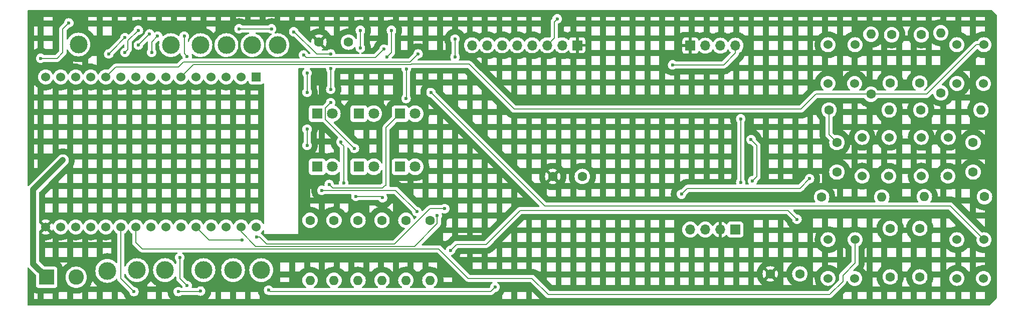
<source format=gbl>
%TF.GenerationSoftware,KiCad,Pcbnew,8.0.1*%
%TF.CreationDate,2024-04-15T12:37:58+02:00*%
%TF.ProjectId,EEK,45454b2e-6b69-4636-9164-5f7063625858,V1.1*%
%TF.SameCoordinates,Original*%
%TF.FileFunction,Copper,L2,Bot*%
%TF.FilePolarity,Positive*%
%FSLAX46Y46*%
G04 Gerber Fmt 4.6, Leading zero omitted, Abs format (unit mm)*
G04 Created by KiCad (PCBNEW 8.0.1) date 2024-04-15 12:37:58*
%MOMM*%
%LPD*%
G01*
G04 APERTURE LIST*
%TA.AperFunction,ComponentPad*%
%ADD10C,1.524000*%
%TD*%
%TA.AperFunction,ComponentPad*%
%ADD11C,1.600000*%
%TD*%
%TA.AperFunction,ComponentPad*%
%ADD12O,1.600000X1.600000*%
%TD*%
%TA.AperFunction,ComponentPad*%
%ADD13C,3.000000*%
%TD*%
%TA.AperFunction,ComponentPad*%
%ADD14R,1.800000X1.800000*%
%TD*%
%TA.AperFunction,ComponentPad*%
%ADD15C,1.800000*%
%TD*%
%TA.AperFunction,ComponentPad*%
%ADD16R,1.524000X1.524000*%
%TD*%
%TA.AperFunction,ComponentPad*%
%ADD17R,1.700000X1.700000*%
%TD*%
%TA.AperFunction,ComponentPad*%
%ADD18O,1.700000X1.700000*%
%TD*%
%TA.AperFunction,ComponentPad*%
%ADD19R,2.600000X2.600000*%
%TD*%
%TA.AperFunction,ComponentPad*%
%ADD20C,2.600000*%
%TD*%
%TA.AperFunction,ViaPad*%
%ADD21C,0.600000*%
%TD*%
%TA.AperFunction,Conductor*%
%ADD22C,0.200000*%
%TD*%
%TA.AperFunction,Conductor*%
%ADD23C,1.000000*%
%TD*%
G04 APERTURE END LIST*
D10*
%TO.P,U4,1*%
%TO.N,GND*%
X194264800Y-98880400D03*
%TO.P,U4,2*%
%TO.N,unconnected-(U4-Pad2)*%
X194264800Y-105433600D03*
%TO.P,U4,3*%
%TO.N,/CW*%
X198836800Y-98880400D03*
%TO.P,U4,4*%
%TO.N,unconnected-(U4-Pad4)*%
X198760600Y-105459000D03*
%TD*%
D11*
%TO.P,R1,1*%
%TO.N,Net-(D4-K)*%
X111250000Y-112920000D03*
D12*
%TO.P,R1,2*%
%TO.N,GND*%
X111250000Y-123080000D03*
%TD*%
D13*
%TO.P,TP6,1,1*%
%TO.N,Net-(U1-GPIO23_VSPI_MOSI)*%
X82750000Y-121354100D03*
%TD*%
D11*
%TO.P,R12,1*%
%TO.N,/Down*%
X204930000Y-108925000D03*
D12*
%TO.P,R12,2*%
%TO.N,GND*%
X194770000Y-108925000D03*
%TD*%
D13*
%TO.P,TP4,1,1*%
%TO.N,Net-(U1-GPIO34_ADC6)*%
X72500000Y-83250000D03*
%TD*%
D14*
%TO.P,D6,1,K*%
%TO.N,Net-(D6-K)*%
X106225000Y-103854100D03*
D15*
%TO.P,D6,2,A*%
%TO.N,/GBL*%
X108765000Y-103854100D03*
%TD*%
D13*
%TO.P,TP8,1,1*%
%TO.N,Net-(U1-GPIO3_TX0)*%
X73000000Y-121354100D03*
%TD*%
D11*
%TO.P,C2,1*%
%TO.N,GND*%
X194000000Y-89700000D03*
%TO.P,C2,2*%
%TO.N,/Up*%
X189000000Y-89700000D03*
%TD*%
%TO.P,R3,1*%
%TO.N,Net-(D6-K)*%
X103150000Y-112920000D03*
D12*
%TO.P,R3,2*%
%TO.N,GND*%
X103150000Y-123080000D03*
%TD*%
D11*
%TO.P,C5,1*%
%TO.N,GND*%
X189000000Y-114300000D03*
%TO.P,C5,2*%
%TO.N,/Kill*%
X194000000Y-114300000D03*
%TD*%
%TO.P,C9,1*%
%TO.N,/3.3V*%
X132000000Y-105500000D03*
%TO.P,C9,2*%
%TO.N,GND*%
X137000000Y-105500000D03*
%TD*%
%TO.P,C8,1*%
%TO.N,/3.3V*%
X92500000Y-82750000D03*
%TO.P,C8,2*%
%TO.N,GND*%
X97500000Y-82750000D03*
%TD*%
D14*
%TO.P,D5,1,K*%
%TO.N,Net-(D5-K)*%
X99225000Y-103854100D03*
D15*
%TO.P,D5,2,A*%
%TO.N,/YBR*%
X101765000Y-103854100D03*
%TD*%
D11*
%TO.P,R9,1*%
%TO.N,/CCw*%
X178670000Y-94250000D03*
D12*
%TO.P,R9,2*%
%TO.N,GND*%
X188830000Y-94250000D03*
%TD*%
D13*
%TO.P,TP7,1,1*%
%TO.N,Net-(U1-GPIO1_TX0)*%
X78000000Y-121354100D03*
%TD*%
D16*
%TO.P,U1,1,EN_RESET*%
%TO.N,Net-(U1-EN_RESET)*%
X81897500Y-88654100D03*
D10*
%TO.P,U1,2,GPIO36_ADC0*%
%TO.N,Net-(U1-GPIO36_ADC0)*%
X79357500Y-88654100D03*
%TO.P,U1,3,GPIO39_ADC3*%
%TO.N,Net-(U1-GPIO39_ADC3)*%
X76817500Y-88654100D03*
%TO.P,U1,4,GPIO34_ADC6*%
%TO.N,Net-(U1-GPIO34_ADC6)*%
X74277500Y-88654100D03*
%TO.P,U1,5,GPIO35_ADC7*%
%TO.N,Net-(U1-GPIO35_ADC7)*%
X71737500Y-88654100D03*
%TO.P,U1,6,TOUCH9_GPIO32_ADC4*%
%TO.N,/Up*%
X69197500Y-88654100D03*
%TO.P,U1,7,TOUCH8_GPIO33_ADC5*%
%TO.N,/GFL*%
X66657500Y-88654100D03*
%TO.P,U1,8,DAC1_GPIO25_ADC18*%
%TO.N,/YBR*%
X64117500Y-88654100D03*
%TO.P,U1,9,DAC2_GPIO26_ADC19*%
%TO.N,/RBR*%
X61577500Y-88654100D03*
%TO.P,U1,10,TOUCH7_GPIO27_ADC17*%
%TO.N,/BFL*%
X59037500Y-88654100D03*
%TO.P,U1,11,TOUCH6_GPIO14_ADC16*%
%TO.N,/Down*%
X56497500Y-88654100D03*
%TO.P,U1,12,TOUCH5_GPIO12_ADC15*%
%TO.N,/RFL*%
X53957500Y-88654100D03*
%TO.P,U1,13,TOUCH4_GPIO13_ADC14*%
%TO.N,Net-(U1-TOUCH4_GPIO13_ADC14)*%
X51417500Y-88654100D03*
%TO.P,U1,14,GND*%
%TO.N,GND*%
X48877500Y-88654100D03*
%TO.P,U1,15,Vin*%
%TO.N,Net-(J1-Pin_1)*%
X46337500Y-88654100D03*
%TO.P,U1,16,VCC_3.3*%
%TO.N,/3.3V*%
X46337500Y-114054100D03*
%TO.P,U1,17,GND*%
%TO.N,GND*%
X48877500Y-114054100D03*
%TO.P,U1,18,ADC13_GPIO15_TOUCH3*%
%TO.N,/Takeoff*%
X51417500Y-114054100D03*
%TO.P,U1,19,ADC12_GPIO2*%
%TO.N,Net-(U1-ADC12_GPIO2)*%
X53957500Y-114054100D03*
%TO.P,U1,20,ADC10_GPIO4*%
%TO.N,/GBL*%
X56497500Y-114054100D03*
%TO.P,U1,21,GPIO16_RX2*%
%TO.N,/CCw*%
X59037500Y-114054100D03*
%TO.P,U1,22,GPIO17_TX2*%
%TO.N,/Kill*%
X61577500Y-114054100D03*
%TO.P,U1,23,GPIO5_VSPI_SS*%
%TO.N,Net-(U1-GPIO5_VSPI_SS)*%
X64117500Y-114054100D03*
%TO.P,U1,24,GPIO18_VSPI_SCK*%
%TO.N,Net-(U1-GPIO18_VSPI_SCK)*%
X66657500Y-114054100D03*
%TO.P,U1,25,GPIO19_VSPI_MISO*%
%TO.N,/CW*%
X69197500Y-114054100D03*
%TO.P,U1,26,GPIO21_I2C_SDA*%
%TO.N,/SDA*%
X71737500Y-114054100D03*
%TO.P,U1,27,GPIO3_TX0*%
%TO.N,Net-(U1-GPIO3_TX0)*%
X74277500Y-114054100D03*
%TO.P,U1,28,GPIO1_TX0*%
%TO.N,Net-(U1-GPIO1_TX0)*%
X76817500Y-114054100D03*
%TO.P,U1,29,GPIO22_I2C_SCL*%
%TO.N,/SCL*%
X79357500Y-114054100D03*
%TO.P,U1,30,GPIO23_VSPI_MOSI*%
%TO.N,Net-(U1-GPIO23_VSPI_MOSI)*%
X81897500Y-114054100D03*
%TD*%
D17*
%TO.P,U10,1,VDD*%
%TO.N,/3.3V*%
X155250000Y-83354100D03*
D18*
%TO.P,U10,2,GND*%
%TO.N,GND*%
X157790000Y-83354100D03*
%TO.P,U10,3,SCK*%
%TO.N,/SCL*%
X160330000Y-83354100D03*
%TO.P,U10,4,SDA*%
%TO.N,/SDA*%
X162870000Y-83354100D03*
%TD*%
D14*
%TO.P,D2,1,K*%
%TO.N,Net-(D2-K)*%
X99225000Y-94854100D03*
D15*
%TO.P,D2,2,A*%
%TO.N,/BFL*%
X101765000Y-94854100D03*
%TD*%
D13*
%TO.P,TP13,1,1*%
%TO.N,Net-(U1-TOUCH4_GPIO13_ADC14)*%
X51882500Y-83154100D03*
%TD*%
D14*
%TO.P,D1,1,K*%
%TO.N,Net-(D1-K)*%
X106225000Y-94875000D03*
D15*
%TO.P,D1,2,A*%
%TO.N,/GFL*%
X108765000Y-94875000D03*
%TD*%
D14*
%TO.P,D3,1,K*%
%TO.N,Net-(D3-K)*%
X92225000Y-94850000D03*
D15*
%TO.P,D3,2,A*%
%TO.N,/RFL*%
X94765000Y-94850000D03*
%TD*%
D13*
%TO.P,TP1,1,1*%
%TO.N,Net-(U1-EN_RESET)*%
X85500000Y-83250000D03*
%TD*%
%TO.P,TP10,1,1*%
%TO.N,Net-(U1-GPIO5_VSPI_SS)*%
X61750000Y-121354100D03*
%TD*%
D11*
%TO.P,C4,1*%
%TO.N,GND*%
X203000000Y-104750000D03*
%TO.P,C4,2*%
%TO.N,/CW*%
X203000000Y-99750000D03*
%TD*%
D10*
%TO.P,U2,1*%
%TO.N,GND*%
X200264800Y-83192700D03*
%TO.P,U2,2*%
%TO.N,unconnected-(U2-Pad2)*%
X200264800Y-89745900D03*
%TO.P,U2,3*%
%TO.N,/Up*%
X204836800Y-83192700D03*
%TO.P,U2,4*%
%TO.N,unconnected-(U2-Pad4)*%
X204760600Y-89771300D03*
%TD*%
D11*
%TO.P,C3,1*%
%TO.N,GND*%
X180000000Y-104750000D03*
%TO.P,C3,2*%
%TO.N,/CCw*%
X180000000Y-99750000D03*
%TD*%
D14*
%TO.P,D4,1,K*%
%TO.N,Net-(D4-K)*%
X92225000Y-103854100D03*
D15*
%TO.P,D4,2,A*%
%TO.N,/RBR*%
X94765000Y-103854100D03*
%TD*%
D11*
%TO.P,R7,1*%
%TO.N,/Takeoff*%
X197550000Y-91330000D03*
D12*
%TO.P,R7,2*%
%TO.N,GND*%
X197550000Y-81170000D03*
%TD*%
D11*
%TO.P,R8,1*%
%TO.N,/Up*%
X185750000Y-91580000D03*
D12*
%TO.P,R8,2*%
%TO.N,GND*%
X185750000Y-81420000D03*
%TD*%
D19*
%TO.P,J1,1,Pin_1*%
%TO.N,Net-(J1-Pin_1)*%
X46500000Y-122555000D03*
D20*
%TO.P,J1,2,Pin_2*%
%TO.N,GND*%
X51500000Y-122555000D03*
%TD*%
D10*
%TO.P,U6,1*%
%TO.N,GND*%
X200264800Y-116196800D03*
%TO.P,U6,2*%
%TO.N,unconnected-(U6-Pad2)*%
X200264800Y-122750000D03*
%TO.P,U6,3*%
%TO.N,/Down*%
X204836800Y-116196800D03*
%TO.P,U6,4*%
%TO.N,unconnected-(U6-Pad4)*%
X204760600Y-122775400D03*
%TD*%
D11*
%TO.P,C7,1*%
%TO.N,/3.3V*%
X168750000Y-122000000D03*
%TO.P,C7,2*%
%TO.N,GND*%
X173750000Y-122000000D03*
%TD*%
D10*
%TO.P,U3,1*%
%TO.N,GND*%
X184264800Y-98880400D03*
%TO.P,U3,2*%
%TO.N,unconnected-(U3-Pad2)*%
X184264800Y-105433600D03*
%TO.P,U3,3*%
%TO.N,/CCw*%
X188836800Y-98880400D03*
%TO.P,U3,4*%
%TO.N,unconnected-(U3-Pad4)*%
X188760600Y-105459000D03*
%TD*%
D13*
%TO.P,TP2,1,1*%
%TO.N,Net-(U1-GPIO36_ADC0)*%
X81250000Y-83250000D03*
%TD*%
D17*
%TO.P,U9,1,VCC*%
%TO.N,/3.3V*%
X136130000Y-83284118D03*
D18*
%TO.P,U9,2,GND*%
%TO.N,GND*%
X133590000Y-83284118D03*
%TO.P,U9,3,SCL*%
%TO.N,/SCL*%
X131050000Y-83284118D03*
%TO.P,U9,4,SDA*%
%TO.N,/SDA*%
X128510000Y-83284118D03*
%TO.P,U9,5,XDA*%
%TO.N,unconnected-(U9-XDA-Pad5)*%
X125970000Y-83284118D03*
%TO.P,U9,6,XCL*%
%TO.N,unconnected-(U9-XCL-Pad6)*%
X123430000Y-83284118D03*
%TO.P,U9,7,AD0*%
%TO.N,unconnected-(U9-AD0-Pad7)*%
X120890000Y-83284118D03*
%TO.P,U9,8,INT*%
%TO.N,unconnected-(U9-INT-Pad8)*%
X118350000Y-83284118D03*
%TD*%
D13*
%TO.P,TP5,1,1*%
%TO.N,Net-(U1-GPIO35_ADC7)*%
X67500000Y-83250000D03*
%TD*%
D11*
%TO.P,C1,1*%
%TO.N,GND*%
X189250000Y-81500000D03*
%TO.P,C1,2*%
%TO.N,/Takeoff*%
X194250000Y-81500000D03*
%TD*%
%TO.P,R4,1*%
%TO.N,Net-(D3-K)*%
X99100000Y-112920000D03*
D12*
%TO.P,R4,2*%
%TO.N,GND*%
X99100000Y-123080000D03*
%TD*%
D11*
%TO.P,R10,1*%
%TO.N,/CW*%
X194170000Y-94250000D03*
D12*
%TO.P,R10,2*%
%TO.N,GND*%
X204330000Y-94250000D03*
%TD*%
D11*
%TO.P,R2,1*%
%TO.N,Net-(D5-K)*%
X107200000Y-112920000D03*
D12*
%TO.P,R2,2*%
%TO.N,GND*%
X107200000Y-123080000D03*
%TD*%
D13*
%TO.P,TP9,1,1*%
%TO.N,Net-(U1-GPIO18_VSPI_SCK)*%
X66500000Y-121354100D03*
%TD*%
D11*
%TO.P,C6,1*%
%TO.N,GND*%
X189000000Y-122500000D03*
%TO.P,C6,2*%
%TO.N,/Down*%
X194000000Y-122500000D03*
%TD*%
%TO.P,R5,1*%
%TO.N,Net-(D2-K)*%
X95050000Y-112920000D03*
D12*
%TO.P,R5,2*%
%TO.N,GND*%
X95050000Y-123080000D03*
%TD*%
D13*
%TO.P,TP12,1,1*%
%TO.N,Net-(U1-ADC12_GPIO2)*%
X56750000Y-121500000D03*
%TD*%
D11*
%TO.P,R11,1*%
%TO.N,/Kill*%
X177420000Y-109000000D03*
D12*
%TO.P,R11,2*%
%TO.N,GND*%
X187580000Y-109000000D03*
%TD*%
D10*
%TO.P,u7,1*%
%TO.N,GND*%
X178489800Y-83192700D03*
%TO.P,u7,2*%
%TO.N,unconnected-(u7-Pad2)*%
X178489800Y-89745900D03*
%TO.P,u7,3*%
%TO.N,/Takeoff*%
X183061800Y-83192700D03*
%TO.P,u7,4*%
%TO.N,unconnected-(u7-Pad4)*%
X182985600Y-89771300D03*
%TD*%
D11*
%TO.P,R6,1*%
%TO.N,Net-(D1-K)*%
X91000000Y-112920000D03*
D12*
%TO.P,R6,2*%
%TO.N,GND*%
X91000000Y-123080000D03*
%TD*%
D10*
%TO.P,U5,1*%
%TO.N,GND*%
X178500000Y-116196800D03*
%TO.P,U5,2*%
%TO.N,unconnected-(U5-Pad2)*%
X178500000Y-122750000D03*
%TO.P,U5,3*%
%TO.N,/Kill*%
X183072000Y-116196800D03*
%TO.P,U5,4*%
%TO.N,unconnected-(U5-Pad4)*%
X182995800Y-122775400D03*
%TD*%
D13*
%TO.P,TP3,1,1*%
%TO.N,Net-(U1-GPIO39_ADC3)*%
X76882500Y-83250000D03*
%TD*%
D17*
%TO.P,U8,1,VDD*%
%TO.N,GND*%
X162850000Y-114500000D03*
D18*
%TO.P,U8,2,GND*%
%TO.N,/3.3V*%
X160310000Y-114500000D03*
%TO.P,U8,3,SCK*%
%TO.N,/SCL*%
X157770000Y-114500000D03*
%TO.P,U8,4,SDA*%
%TO.N,/SDA*%
X155230000Y-114500000D03*
%TD*%
D21*
%TO.N,/GFL*%
X103500000Y-83925000D03*
X107275000Y-87275000D03*
X89900000Y-84925000D03*
X107225000Y-92300000D03*
%TO.N,/BFL*%
X62000000Y-80750000D03*
X59750000Y-84500000D03*
X99500000Y-80750000D03*
X99500000Y-83750000D03*
%TO.N,/RFL*%
X57000000Y-84750000D03*
X59750000Y-82000000D03*
%TO.N,/RBR*%
X90500000Y-100250000D03*
X63875000Y-81375000D03*
X62000000Y-83250000D03*
X90500000Y-91250000D03*
X90500000Y-88000000D03*
X90500000Y-97500000D03*
%TO.N,/YBR*%
X64250000Y-84500000D03*
X94500000Y-90750000D03*
X79000000Y-80500000D03*
X88250000Y-81000000D03*
X65250000Y-81750000D03*
X94500000Y-87250000D03*
X94500000Y-84750000D03*
X84500000Y-80500000D03*
X98500000Y-100750000D03*
X94500000Y-93000000D03*
%TO.N,/GBL*%
X104750000Y-80750000D03*
X50250000Y-79500000D03*
X45500000Y-85500000D03*
X104000000Y-85250000D03*
%TO.N,Net-(U1-GPIO35_ADC7)*%
X70250000Y-85150000D03*
X69750000Y-81750000D03*
%TO.N,/CCw*%
X72500000Y-124900000D03*
X61250000Y-125000000D03*
X122250000Y-124250000D03*
X175375000Y-105875000D03*
X68750000Y-125000000D03*
X153750000Y-108500000D03*
X84000000Y-124750000D03*
%TO.N,/Down*%
X109250000Y-84750000D03*
X111447950Y-91302050D03*
%TO.N,/CW*%
X70250000Y-124000000D03*
X114750000Y-118000000D03*
X69000000Y-119250000D03*
X173250000Y-112750000D03*
%TO.N,Net-(D1-K)*%
X94250000Y-106850000D03*
%TO.N,Net-(D3-K)*%
X96675000Y-106650000D03*
X96225000Y-99650000D03*
%TO.N,Net-(D4-K)*%
X93000000Y-107854100D03*
X109047950Y-111452050D03*
%TO.N,Net-(D5-K)*%
X98750000Y-108854100D03*
X103250000Y-109104100D03*
%TO.N,/SCL*%
X115500000Y-82250000D03*
X115500000Y-85250000D03*
X132750000Y-78804100D03*
X112500000Y-112104100D03*
X165750000Y-106250000D03*
X165500000Y-99250000D03*
%TO.N,/SDA*%
X163750000Y-106500000D03*
X79500000Y-116250000D03*
X82000000Y-115750000D03*
X152250000Y-86604100D03*
X163750000Y-95750000D03*
X113750000Y-110954100D03*
%TO.N,Net-(J1-Pin_1)*%
X49250000Y-102750000D03*
%TD*%
D22*
%TO.N,/GFL*%
X102075000Y-85350000D02*
X103500000Y-83925000D01*
X90325000Y-85350000D02*
X102075000Y-85350000D01*
X107275000Y-92250000D02*
X107225000Y-92300000D01*
X89900000Y-84925000D02*
X90325000Y-85350000D01*
X107275000Y-87275000D02*
X107275000Y-92250000D01*
%TO.N,/BFL*%
X59750000Y-84500000D02*
X60261932Y-83988068D01*
X60261932Y-83988068D02*
X60261932Y-82488068D01*
X60261932Y-82488068D02*
X62000000Y-80750000D01*
X99500000Y-80750000D02*
X99500000Y-83750000D01*
%TO.N,/RFL*%
X57500000Y-84250000D02*
X59750000Y-82000000D01*
X57000000Y-84750000D02*
X57500000Y-84250000D01*
%TO.N,/RBR*%
X62000000Y-83250000D02*
X63875000Y-81375000D01*
X90500000Y-97500000D02*
X90500000Y-98000000D01*
X90500000Y-88000000D02*
X90500000Y-91250000D01*
X90500000Y-98000000D02*
X90500000Y-100250000D01*
%TO.N,/YBR*%
X79500000Y-80500000D02*
X84500000Y-80500000D01*
X64250000Y-84500000D02*
X64250000Y-82750000D01*
X88348529Y-81000000D02*
X92098529Y-84750000D01*
X98500000Y-100750000D02*
X93565000Y-95815000D01*
X93565000Y-93935000D02*
X94500000Y-93000000D01*
X93565000Y-95815000D02*
X93565000Y-93935000D01*
X94500000Y-87250000D02*
X94500000Y-90750000D01*
X64250000Y-82750000D02*
X65250000Y-81750000D01*
X88250000Y-81000000D02*
X88348529Y-81000000D01*
X79000000Y-80500000D02*
X79500000Y-80500000D01*
X92098529Y-84750000D02*
X94500000Y-84750000D01*
%TO.N,/GBL*%
X50250000Y-79500000D02*
X49250000Y-80500000D01*
X104750000Y-80750000D02*
X104750000Y-84500000D01*
X49250000Y-80500000D02*
X49250000Y-84500000D01*
X104750000Y-84500000D02*
X104000000Y-85250000D01*
X48250000Y-85500000D02*
X45500000Y-85500000D01*
X49250000Y-84500000D02*
X48250000Y-85500000D01*
%TO.N,Net-(U1-GPIO35_ADC7)*%
X69750000Y-84650000D02*
X70250000Y-85150000D01*
X69750000Y-81750000D02*
X69750000Y-84650000D01*
%TO.N,/CCw*%
X178670000Y-94250000D02*
X178670000Y-98420000D01*
X59037500Y-122787500D02*
X59037500Y-114054100D01*
X61250000Y-125000000D02*
X59037500Y-122787500D01*
X121500000Y-125000000D02*
X122250000Y-124250000D01*
X84000000Y-124750000D02*
X84250000Y-125000000D01*
X173750000Y-107500000D02*
X154750000Y-107500000D01*
X72500000Y-124900000D02*
X72400000Y-125000000D01*
X72400000Y-125000000D02*
X68750000Y-125000000D01*
X154750000Y-107500000D02*
X153750000Y-108500000D01*
X84250000Y-125000000D02*
X121500000Y-125000000D01*
X178670000Y-98420000D02*
X180000000Y-99750000D01*
X175375000Y-105875000D02*
X173750000Y-107500000D01*
%TO.N,/Up*%
X173910700Y-94104100D02*
X176434800Y-91580000D01*
X71301600Y-86550000D02*
X108015685Y-86550000D01*
X108065685Y-86500000D02*
X117883158Y-86500000D01*
X125487258Y-94104100D02*
X173910700Y-94104100D01*
X195170000Y-91580000D02*
X203557300Y-83192700D01*
X117883158Y-86500000D02*
X125487258Y-94104100D01*
X69197500Y-88654100D02*
X71301600Y-86550000D01*
X108015685Y-86550000D02*
X108065685Y-86500000D01*
X203557300Y-83192700D02*
X204836800Y-83192700D01*
X185750000Y-91580000D02*
X195170000Y-91580000D01*
X176434800Y-91580000D02*
X185750000Y-91580000D01*
%TO.N,/Down*%
X56497500Y-88654100D02*
X58151600Y-87000000D01*
X111447950Y-91302050D02*
X130645900Y-110500000D01*
X130645900Y-110500000D02*
X199140000Y-110500000D01*
X107850000Y-86150000D02*
X109250000Y-84750000D01*
X68750000Y-87000000D02*
X69600000Y-86150000D01*
X199140000Y-110500000D02*
X204836800Y-116196800D01*
X69600000Y-86150000D02*
X107850000Y-86150000D01*
X58151600Y-87000000D02*
X68750000Y-87000000D01*
X111250000Y-91104100D02*
X111447950Y-91302050D01*
%TO.N,/CW*%
X171750000Y-111250000D02*
X173250000Y-112750000D01*
X114750000Y-118000000D02*
X115745900Y-117004100D01*
X115745900Y-117004100D02*
X120745900Y-117004100D01*
X120745900Y-117004100D02*
X126500000Y-111250000D01*
X126500000Y-111250000D02*
X171750000Y-111250000D01*
X69000000Y-122750000D02*
X70250000Y-124000000D01*
X69000000Y-119250000D02*
X69000000Y-122750000D01*
%TO.N,/Kill*%
X131250000Y-125500000D02*
X178750000Y-125500000D01*
X117750000Y-122750000D02*
X128500000Y-122750000D01*
X112750000Y-117750000D02*
X117750000Y-122750000D01*
X61577500Y-116681600D02*
X62645900Y-117750000D01*
X181000000Y-122250000D02*
X181000000Y-123250000D01*
X128500000Y-122750000D02*
X131250000Y-125500000D01*
X183072000Y-120178000D02*
X181000000Y-122250000D01*
X62645900Y-117750000D02*
X112750000Y-117750000D01*
X178750000Y-125500000D02*
X178875000Y-125375000D01*
X61577500Y-114054100D02*
X61577500Y-116681600D01*
X181000000Y-123250000D02*
X178875000Y-125375000D01*
X183072000Y-116196800D02*
X183072000Y-120178000D01*
%TO.N,Net-(D1-K)*%
X106225000Y-94875000D02*
X103850000Y-97250000D01*
X103625000Y-107025000D02*
X103195900Y-107454100D01*
X103800000Y-107025000D02*
X103625000Y-107025000D01*
X94854100Y-107454100D02*
X94250000Y-106850000D01*
X103850000Y-97375000D02*
X103850000Y-106975000D01*
X103850000Y-106975000D02*
X103800000Y-107025000D01*
X102675000Y-107454100D02*
X94854100Y-107454100D01*
X103850000Y-97250000D02*
X103850000Y-97375000D01*
X103195900Y-107454100D02*
X102675000Y-107454100D01*
%TO.N,Net-(D3-K)*%
X96225000Y-99650000D02*
X96225000Y-99925000D01*
X96675000Y-100375000D02*
X96675000Y-106650000D01*
X96225000Y-99925000D02*
X96675000Y-100375000D01*
%TO.N,Net-(D4-K)*%
X105450000Y-107854100D02*
X93000000Y-107854100D01*
X109047950Y-111452050D02*
X105450000Y-107854100D01*
%TO.N,Net-(D5-K)*%
X98750000Y-108854100D02*
X103000000Y-108854100D01*
X103000000Y-108854100D02*
X103250000Y-109104100D01*
%TO.N,/SCL*%
X166500000Y-100250000D02*
X166500000Y-105500000D01*
X79357500Y-114054100D02*
X79357500Y-114857500D01*
X132750000Y-78804100D02*
X132250000Y-79304100D01*
X132250000Y-82084118D02*
X131050000Y-83284118D01*
X81850000Y-117350000D02*
X108650000Y-117350000D01*
X115500000Y-82750000D02*
X115500000Y-85250000D01*
X108650000Y-117350000D02*
X112500000Y-113500000D01*
X79357500Y-114857500D02*
X81850000Y-117350000D01*
X165500000Y-99250000D02*
X166500000Y-100250000D01*
X132250000Y-79304100D02*
X132250000Y-82084118D01*
X112500000Y-113500000D02*
X112500000Y-112104100D01*
X115500000Y-82250000D02*
X115500000Y-82750000D01*
X166500000Y-105500000D02*
X165750000Y-106250000D01*
%TO.N,/SDA*%
X162870000Y-84604100D02*
X162870000Y-83354100D01*
X82500000Y-115750000D02*
X83700000Y-116950000D01*
X82000000Y-115750000D02*
X82500000Y-115750000D01*
X163750000Y-95750000D02*
X163750000Y-96250000D01*
X152250000Y-86604100D02*
X160870000Y-86604100D01*
X105300000Y-116950000D02*
X111295900Y-110954100D01*
X111295900Y-110954100D02*
X113750000Y-110954100D01*
X83700000Y-116950000D02*
X105300000Y-116950000D01*
X71737500Y-114054100D02*
X73933400Y-116250000D01*
X160870000Y-86604100D02*
X162870000Y-84604100D01*
X163750000Y-96250000D02*
X163750000Y-106500000D01*
X73933400Y-116250000D02*
X79500000Y-116250000D01*
D23*
%TO.N,Net-(J1-Pin_1)*%
X49250000Y-102750000D02*
X44250000Y-107750000D01*
X44250000Y-120305000D02*
X46500000Y-122555000D01*
X44250000Y-107750000D02*
X44250000Y-120305000D01*
%TD*%
%TA.AperFunction,Conductor*%
%TO.N,/3.3V*%
G36*
X206265677Y-77373785D02*
G01*
X206286319Y-77390419D01*
X206963181Y-78067281D01*
X206996666Y-78128604D01*
X206999500Y-78154962D01*
X206999500Y-126053238D01*
X206979815Y-126120277D01*
X206963181Y-126140919D01*
X205786319Y-127317781D01*
X205724996Y-127351266D01*
X205698638Y-127354100D01*
X43374000Y-127354100D01*
X43306961Y-127334415D01*
X43261206Y-127281611D01*
X43250000Y-127230100D01*
X43250000Y-125108523D01*
X44374000Y-125108523D01*
X44374000Y-126230100D01*
X45000000Y-126230100D01*
X45000000Y-125353499D01*
X45998000Y-125353499D01*
X45998000Y-126230100D01*
X47500000Y-126230100D01*
X48498000Y-126230100D01*
X50000000Y-126230100D01*
X50998000Y-126230100D01*
X52500000Y-126230100D01*
X52500000Y-125174067D01*
X52476045Y-125182449D01*
X52471642Y-125183898D01*
X52178104Y-125274443D01*
X52173647Y-125275727D01*
X52146552Y-125282987D01*
X52142053Y-125284103D01*
X52105655Y-125292411D01*
X52101114Y-125293358D01*
X52073547Y-125298574D01*
X52068975Y-125299351D01*
X51765206Y-125345137D01*
X51760605Y-125345743D01*
X51732712Y-125348885D01*
X51728092Y-125349318D01*
X51690864Y-125352106D01*
X51686239Y-125352365D01*
X51658222Y-125353413D01*
X51653587Y-125353500D01*
X51346413Y-125353500D01*
X51341778Y-125353413D01*
X51313761Y-125352365D01*
X51309136Y-125352106D01*
X51271908Y-125349318D01*
X51267288Y-125348885D01*
X51239395Y-125345743D01*
X51234794Y-125345137D01*
X50998000Y-125309445D01*
X50998000Y-126230100D01*
X50000000Y-126230100D01*
X50000000Y-125102100D01*
X53498000Y-125102100D01*
X53498000Y-126230100D01*
X55000000Y-126230100D01*
X55000000Y-125102100D01*
X55998000Y-125102100D01*
X55998000Y-126230100D01*
X57500000Y-126230100D01*
X57500000Y-125102100D01*
X58498000Y-125102100D01*
X58498000Y-126230100D01*
X59936638Y-126230100D01*
X59894691Y-126188153D01*
X59889913Y-126183100D01*
X59861873Y-126151724D01*
X59857386Y-126146410D01*
X59822462Y-126102618D01*
X59818280Y-126097061D01*
X59793922Y-126062733D01*
X59790056Y-126056948D01*
X59664281Y-125856780D01*
X59660748Y-125850790D01*
X59640392Y-125813959D01*
X59637199Y-125807779D01*
X59612895Y-125757312D01*
X59610055Y-125750964D01*
X59593946Y-125712075D01*
X59591464Y-125705575D01*
X59535760Y-125546380D01*
X59091480Y-125102100D01*
X58498000Y-125102100D01*
X57500000Y-125102100D01*
X55998000Y-125102100D01*
X55000000Y-125102100D01*
X53498000Y-125102100D01*
X50000000Y-125102100D01*
X48634581Y-125102100D01*
X48611875Y-125119098D01*
X48604604Y-125124146D01*
X48559537Y-125153110D01*
X48551923Y-125157628D01*
X48498000Y-125187072D01*
X48498000Y-126230100D01*
X47500000Y-126230100D01*
X47500000Y-125353499D01*
X45998000Y-125353499D01*
X45000000Y-125353499D01*
X45000000Y-125342895D01*
X44954825Y-125338038D01*
X44947157Y-125336971D01*
X44900971Y-125329064D01*
X44893381Y-125327519D01*
X44832670Y-125313174D01*
X44825191Y-125311158D01*
X44780328Y-125297550D01*
X44772988Y-125295071D01*
X44575498Y-125221413D01*
X44567318Y-125218025D01*
X44518581Y-125195767D01*
X44510667Y-125191805D01*
X44448077Y-125157628D01*
X44440463Y-125153110D01*
X44395396Y-125124146D01*
X44388125Y-125119098D01*
X44374000Y-125108523D01*
X43250000Y-125108523D01*
X43250000Y-121017782D01*
X43269685Y-120950743D01*
X43322489Y-120904988D01*
X43391647Y-120895044D01*
X43455203Y-120924069D01*
X43469855Y-120939120D01*
X43472856Y-120942777D01*
X43472860Y-120942781D01*
X43472861Y-120942782D01*
X43612218Y-121082139D01*
X43612219Y-121082139D01*
X43619286Y-121089206D01*
X43619285Y-121089206D01*
X43619289Y-121089209D01*
X44663181Y-122133101D01*
X44696666Y-122194424D01*
X44699500Y-122220782D01*
X44699500Y-123902870D01*
X44699501Y-123902876D01*
X44705908Y-123962483D01*
X44756202Y-124097328D01*
X44756206Y-124097335D01*
X44842452Y-124212544D01*
X44842455Y-124212547D01*
X44957664Y-124298793D01*
X44957671Y-124298797D01*
X45092517Y-124349091D01*
X45092516Y-124349091D01*
X45099444Y-124349835D01*
X45152127Y-124355500D01*
X47847872Y-124355499D01*
X47907483Y-124349091D01*
X48042331Y-124298796D01*
X48157546Y-124212546D01*
X48243796Y-124097331D01*
X48294091Y-123962483D01*
X48300500Y-123902873D01*
X48300500Y-122555004D01*
X49694451Y-122555004D01*
X49714616Y-122824101D01*
X49774664Y-123087188D01*
X49774666Y-123087195D01*
X49873256Y-123338396D01*
X49873258Y-123338400D01*
X49891609Y-123370185D01*
X50008185Y-123572102D01*
X50086736Y-123670601D01*
X50176442Y-123783089D01*
X50334130Y-123929401D01*
X50374259Y-123966635D01*
X50597226Y-124118651D01*
X50840359Y-124235738D01*
X51098228Y-124315280D01*
X51098229Y-124315280D01*
X51098232Y-124315281D01*
X51365063Y-124355499D01*
X51365068Y-124355499D01*
X51365071Y-124355500D01*
X51365072Y-124355500D01*
X51634928Y-124355500D01*
X51634929Y-124355500D01*
X51634936Y-124355499D01*
X51901767Y-124315281D01*
X51901768Y-124315280D01*
X51901772Y-124315280D01*
X52159641Y-124235738D01*
X52402775Y-124118651D01*
X52424117Y-124104100D01*
X53836300Y-124104100D01*
X55000000Y-124104100D01*
X55000000Y-123935555D01*
X54824268Y-123804005D01*
X54820776Y-123801293D01*
X54799934Y-123784499D01*
X54796537Y-123781660D01*
X54769605Y-123758325D01*
X54766308Y-123755363D01*
X54746701Y-123737108D01*
X54743516Y-123734035D01*
X54515965Y-123506484D01*
X54512892Y-123503299D01*
X54494637Y-123483692D01*
X54491675Y-123480395D01*
X54468340Y-123453463D01*
X54465501Y-123450066D01*
X54448707Y-123429224D01*
X54445995Y-123425732D01*
X54253162Y-123168137D01*
X54250575Y-123164550D01*
X54236101Y-123143705D01*
X54194156Y-123327481D01*
X54193039Y-123331984D01*
X54185772Y-123359103D01*
X54184486Y-123363566D01*
X54173479Y-123399240D01*
X54172032Y-123403638D01*
X54162773Y-123430097D01*
X54161160Y-123434443D01*
X54048934Y-123720388D01*
X54047160Y-123724670D01*
X54035942Y-123750383D01*
X54034007Y-123754602D01*
X54017809Y-123788236D01*
X54015721Y-123792373D01*
X54002614Y-123817173D01*
X54000370Y-123821232D01*
X53846778Y-124087262D01*
X53844385Y-124091233D01*
X53836300Y-124104100D01*
X52424117Y-124104100D01*
X52625741Y-123966635D01*
X52799438Y-123805468D01*
X52823557Y-123783089D01*
X52823557Y-123783087D01*
X52823561Y-123783085D01*
X52991815Y-123572102D01*
X53126743Y-123338398D01*
X53225334Y-123087195D01*
X53285383Y-122824103D01*
X53295424Y-122690112D01*
X53305549Y-122555004D01*
X53305549Y-122554995D01*
X53285383Y-122285898D01*
X53282511Y-122273313D01*
X53225334Y-122022805D01*
X53126743Y-121771602D01*
X52991815Y-121537898D01*
X52823561Y-121326915D01*
X52823560Y-121326914D01*
X52823557Y-121326910D01*
X52625741Y-121143365D01*
X52546309Y-121089209D01*
X52402775Y-120991349D01*
X52402769Y-120991346D01*
X52402768Y-120991345D01*
X52402767Y-120991344D01*
X52167208Y-120877906D01*
X52159643Y-120874263D01*
X52159645Y-120874263D01*
X51901773Y-120794720D01*
X51901767Y-120794718D01*
X51634936Y-120754500D01*
X51634929Y-120754500D01*
X51365071Y-120754500D01*
X51365063Y-120754500D01*
X51098232Y-120794718D01*
X51098226Y-120794720D01*
X50840358Y-120874262D01*
X50597230Y-120991346D01*
X50374258Y-121143365D01*
X50176442Y-121326910D01*
X50008185Y-121537898D01*
X49873258Y-121771599D01*
X49873256Y-121771603D01*
X49774666Y-122022804D01*
X49774664Y-122022811D01*
X49714616Y-122285898D01*
X49694451Y-122554995D01*
X49694451Y-122555004D01*
X48300500Y-122555004D01*
X48300499Y-121207128D01*
X48295047Y-121156408D01*
X48294091Y-121147516D01*
X48243797Y-121012671D01*
X48243793Y-121012664D01*
X48157547Y-120897455D01*
X48157544Y-120897452D01*
X48042335Y-120811206D01*
X48042328Y-120811202D01*
X47907482Y-120760908D01*
X47907483Y-120760908D01*
X47847883Y-120754501D01*
X47847881Y-120754500D01*
X47847873Y-120754500D01*
X47847865Y-120754500D01*
X46165783Y-120754500D01*
X46098744Y-120734815D01*
X46078102Y-120718181D01*
X45462021Y-120102100D01*
X48760414Y-120102100D01*
X48784173Y-120119886D01*
X48791064Y-120125439D01*
X48831549Y-120160519D01*
X48838028Y-120166551D01*
X48888449Y-120216972D01*
X48894481Y-120223451D01*
X48929561Y-120263936D01*
X48935114Y-120270827D01*
X49064098Y-120443126D01*
X49069146Y-120450396D01*
X49098110Y-120495463D01*
X49102628Y-120503077D01*
X49136805Y-120565667D01*
X49140767Y-120573581D01*
X49163025Y-120622318D01*
X49166413Y-120630498D01*
X49240069Y-120827982D01*
X49242548Y-120835321D01*
X49256153Y-120880172D01*
X49256168Y-120880229D01*
X49407799Y-120690092D01*
X49410753Y-120686527D01*
X49429026Y-120665291D01*
X49432113Y-120661836D01*
X49457503Y-120634467D01*
X49460723Y-120631123D01*
X49480586Y-120611258D01*
X49483931Y-120608036D01*
X49709128Y-120399085D01*
X49712584Y-120395997D01*
X49733839Y-120377705D01*
X49737409Y-120374747D01*
X49766596Y-120351470D01*
X49770277Y-120348645D01*
X49792857Y-120331980D01*
X49796639Y-120329296D01*
X50000000Y-120190647D01*
X50000000Y-120102100D01*
X48760414Y-120102100D01*
X45462021Y-120102100D01*
X45286819Y-119926898D01*
X45253334Y-119865575D01*
X45250500Y-119839217D01*
X45250500Y-117602100D01*
X46248500Y-117602100D01*
X46248500Y-119104100D01*
X47500000Y-119104100D01*
X47500000Y-117602100D01*
X48498000Y-117602100D01*
X48498000Y-119104100D01*
X50000000Y-119104100D01*
X50000000Y-117602100D01*
X50998000Y-117602100D01*
X50998000Y-119104100D01*
X52500000Y-119104100D01*
X52500000Y-117602100D01*
X53498000Y-117602100D01*
X53498000Y-119104100D01*
X54947024Y-119104100D01*
X55000000Y-119064442D01*
X55000000Y-117602100D01*
X55998000Y-117602100D01*
X55998000Y-118594959D01*
X56269855Y-118535821D01*
X56274202Y-118534956D01*
X56300581Y-118530198D01*
X56304954Y-118529490D01*
X56340228Y-118524421D01*
X56344613Y-118523870D01*
X56371210Y-118521011D01*
X56375617Y-118520617D01*
X56696575Y-118497662D01*
X56700994Y-118497425D01*
X56727755Y-118496469D01*
X56732182Y-118496390D01*
X56767818Y-118496390D01*
X56772245Y-118496469D01*
X56799006Y-118497425D01*
X56803425Y-118497662D01*
X57124383Y-118520617D01*
X57128790Y-118521011D01*
X57155387Y-118523870D01*
X57159772Y-118524421D01*
X57195046Y-118529490D01*
X57199419Y-118530198D01*
X57225798Y-118534956D01*
X57230145Y-118535821D01*
X57439000Y-118581254D01*
X57439000Y-117602100D01*
X55998000Y-117602100D01*
X55000000Y-117602100D01*
X53498000Y-117602100D01*
X52500000Y-117602100D01*
X50998000Y-117602100D01*
X50000000Y-117602100D01*
X48498000Y-117602100D01*
X47500000Y-117602100D01*
X46248500Y-117602100D01*
X45250500Y-117602100D01*
X45250500Y-116604100D01*
X46248500Y-116604100D01*
X47500000Y-116604100D01*
X48498000Y-116604100D01*
X50000000Y-116604100D01*
X50998000Y-116604100D01*
X52500000Y-116604100D01*
X53498000Y-116604100D01*
X55000000Y-116604100D01*
X55998000Y-116604100D01*
X57439000Y-116604100D01*
X57439000Y-116109257D01*
X57332993Y-116158689D01*
X57328042Y-116160867D01*
X57297822Y-116173385D01*
X57292785Y-116175344D01*
X57251855Y-116190244D01*
X57246729Y-116191985D01*
X57215495Y-116201834D01*
X57210298Y-116203349D01*
X56954830Y-116271802D01*
X56949573Y-116273088D01*
X56917613Y-116280173D01*
X56912306Y-116281229D01*
X56869410Y-116288792D01*
X56864064Y-116289614D01*
X56831619Y-116293885D01*
X56826242Y-116294474D01*
X56562785Y-116317523D01*
X56557388Y-116317877D01*
X56524689Y-116319305D01*
X56519279Y-116319423D01*
X56475721Y-116319423D01*
X56470311Y-116319305D01*
X56437612Y-116317877D01*
X56432215Y-116317523D01*
X56168758Y-116294474D01*
X56163381Y-116293885D01*
X56130936Y-116289614D01*
X56125590Y-116288792D01*
X56082694Y-116281229D01*
X56077387Y-116280173D01*
X56045427Y-116273088D01*
X56040170Y-116271802D01*
X55998000Y-116260502D01*
X55998000Y-116604100D01*
X55000000Y-116604100D01*
X55000000Y-116062160D01*
X54792993Y-116158689D01*
X54788042Y-116160867D01*
X54757822Y-116173385D01*
X54752785Y-116175344D01*
X54711855Y-116190244D01*
X54706729Y-116191985D01*
X54675495Y-116201834D01*
X54670298Y-116203349D01*
X54414830Y-116271802D01*
X54409573Y-116273088D01*
X54377613Y-116280173D01*
X54372306Y-116281229D01*
X54329410Y-116288792D01*
X54324064Y-116289614D01*
X54291619Y-116293885D01*
X54286242Y-116294474D01*
X54022785Y-116317523D01*
X54017388Y-116317877D01*
X53984689Y-116319305D01*
X53979279Y-116319423D01*
X53935721Y-116319423D01*
X53930311Y-116319305D01*
X53897612Y-116317877D01*
X53892215Y-116317523D01*
X53628758Y-116294474D01*
X53623381Y-116293885D01*
X53590936Y-116289614D01*
X53585590Y-116288792D01*
X53542694Y-116281229D01*
X53537387Y-116280173D01*
X53505427Y-116273088D01*
X53500170Y-116271802D01*
X53498000Y-116271220D01*
X53498000Y-116604100D01*
X52500000Y-116604100D01*
X52500000Y-116043243D01*
X52497517Y-116044536D01*
X52492668Y-116046927D01*
X52252993Y-116158689D01*
X52248042Y-116160867D01*
X52217822Y-116173385D01*
X52212785Y-116175344D01*
X52171855Y-116190244D01*
X52166729Y-116191985D01*
X52135495Y-116201834D01*
X52130298Y-116203349D01*
X51874830Y-116271802D01*
X51869573Y-116273088D01*
X51837613Y-116280173D01*
X51832306Y-116281229D01*
X51789410Y-116288792D01*
X51784064Y-116289614D01*
X51751619Y-116293885D01*
X51746242Y-116294474D01*
X51482785Y-116317523D01*
X51477388Y-116317877D01*
X51444689Y-116319305D01*
X51439279Y-116319423D01*
X51395721Y-116319423D01*
X51390311Y-116319305D01*
X51357612Y-116317877D01*
X51352215Y-116317523D01*
X51088758Y-116294474D01*
X51083381Y-116293885D01*
X51050936Y-116289614D01*
X51045590Y-116288792D01*
X51002694Y-116281229D01*
X50998000Y-116280294D01*
X50998000Y-116604100D01*
X50000000Y-116604100D01*
X50000000Y-116021793D01*
X49991282Y-116026827D01*
X49986539Y-116029429D01*
X49957517Y-116044536D01*
X49952668Y-116046927D01*
X49712993Y-116158689D01*
X49708042Y-116160867D01*
X49677822Y-116173385D01*
X49672785Y-116175344D01*
X49631855Y-116190244D01*
X49626729Y-116191985D01*
X49595495Y-116201834D01*
X49590298Y-116203349D01*
X49334830Y-116271802D01*
X49329573Y-116273088D01*
X49297613Y-116280173D01*
X49292306Y-116281229D01*
X49249410Y-116288792D01*
X49244064Y-116289614D01*
X49211619Y-116293885D01*
X49206242Y-116294474D01*
X48942785Y-116317523D01*
X48937388Y-116317877D01*
X48904689Y-116319305D01*
X48899279Y-116319423D01*
X48855721Y-116319423D01*
X48850311Y-116319305D01*
X48817612Y-116317877D01*
X48812215Y-116317523D01*
X48548758Y-116294474D01*
X48543381Y-116293885D01*
X48510936Y-116289614D01*
X48505590Y-116288792D01*
X48498000Y-116287453D01*
X48498000Y-116604100D01*
X47500000Y-116604100D01*
X47500000Y-115997589D01*
X47493381Y-116001806D01*
X47488756Y-116004612D01*
X47451032Y-116026391D01*
X47446290Y-116028993D01*
X47417267Y-116044101D01*
X47412415Y-116046493D01*
X47172820Y-116158217D01*
X47167873Y-116160394D01*
X47137653Y-116172913D01*
X47132611Y-116174874D01*
X47091681Y-116189773D01*
X47086557Y-116191513D01*
X47055323Y-116201362D01*
X47050126Y-116202877D01*
X46794742Y-116271307D01*
X46789486Y-116272593D01*
X46757527Y-116279678D01*
X46752219Y-116280734D01*
X46709323Y-116288297D01*
X46703977Y-116289119D01*
X46671534Y-116293390D01*
X46666157Y-116293979D01*
X46402786Y-116317021D01*
X46397389Y-116317375D01*
X46364689Y-116318803D01*
X46359279Y-116318921D01*
X46315721Y-116318921D01*
X46310311Y-116318803D01*
X46277611Y-116317375D01*
X46272214Y-116317021D01*
X46248500Y-116314946D01*
X46248500Y-116604100D01*
X45250500Y-116604100D01*
X45250500Y-114838908D01*
X45270185Y-114771869D01*
X45286819Y-114751227D01*
X45937500Y-114100546D01*
X45937500Y-114106761D01*
X45964759Y-114208494D01*
X46017420Y-114299706D01*
X46091894Y-114374180D01*
X46183106Y-114426841D01*
X46284839Y-114454100D01*
X46291053Y-114454100D01*
X45639310Y-115105840D01*
X45704090Y-115151199D01*
X45704092Y-115151200D01*
X45904215Y-115244519D01*
X45904229Y-115244524D01*
X46117513Y-115301673D01*
X46117523Y-115301675D01*
X46337499Y-115320921D01*
X46337501Y-115320921D01*
X46557476Y-115301675D01*
X46557486Y-115301673D01*
X46770770Y-115244524D01*
X46770784Y-115244519D01*
X46970907Y-115151200D01*
X46970917Y-115151194D01*
X47035688Y-115105841D01*
X46383948Y-114454100D01*
X46390161Y-114454100D01*
X46491894Y-114426841D01*
X46583106Y-114374180D01*
X46657580Y-114299706D01*
X46710241Y-114208494D01*
X46737500Y-114106761D01*
X46737500Y-114100547D01*
X47389241Y-114752288D01*
X47434594Y-114687517D01*
X47434595Y-114687516D01*
X47494840Y-114558319D01*
X47541012Y-114505880D01*
X47608206Y-114486727D01*
X47675087Y-114506942D01*
X47719605Y-114558318D01*
X47779966Y-114687762D01*
X47779968Y-114687766D01*
X47906670Y-114868715D01*
X47906675Y-114868721D01*
X48062878Y-115024924D01*
X48062884Y-115024929D01*
X48243833Y-115151631D01*
X48243835Y-115151632D01*
X48243838Y-115151634D01*
X48444050Y-115244994D01*
X48657432Y-115302170D01*
X48804243Y-115315014D01*
X48877498Y-115321423D01*
X48877500Y-115321423D01*
X48877502Y-115321423D01*
X48932517Y-115316609D01*
X49097568Y-115302170D01*
X49310950Y-115244994D01*
X49511162Y-115151634D01*
X49692120Y-115024926D01*
X49848326Y-114868720D01*
X49975034Y-114687762D01*
X50035118Y-114558911D01*
X50081290Y-114506471D01*
X50148483Y-114487319D01*
X50215365Y-114507535D01*
X50259882Y-114558911D01*
X50319964Y-114687758D01*
X50319968Y-114687766D01*
X50446670Y-114868715D01*
X50446675Y-114868721D01*
X50602878Y-115024924D01*
X50602884Y-115024929D01*
X50783833Y-115151631D01*
X50783835Y-115151632D01*
X50783838Y-115151634D01*
X50984050Y-115244994D01*
X51197432Y-115302170D01*
X51344243Y-115315014D01*
X51417498Y-115321423D01*
X51417500Y-115321423D01*
X51417502Y-115321423D01*
X51472517Y-115316609D01*
X51637568Y-115302170D01*
X51850950Y-115244994D01*
X52051162Y-115151634D01*
X52232120Y-115024926D01*
X52388326Y-114868720D01*
X52515034Y-114687762D01*
X52575118Y-114558911D01*
X52621290Y-114506471D01*
X52688483Y-114487319D01*
X52755365Y-114507535D01*
X52799882Y-114558911D01*
X52859964Y-114687758D01*
X52859968Y-114687766D01*
X52986670Y-114868715D01*
X52986675Y-114868721D01*
X53142878Y-115024924D01*
X53142884Y-115024929D01*
X53323833Y-115151631D01*
X53323835Y-115151632D01*
X53323838Y-115151634D01*
X53524050Y-115244994D01*
X53737432Y-115302170D01*
X53884243Y-115315014D01*
X53957498Y-115321423D01*
X53957500Y-115321423D01*
X53957502Y-115321423D01*
X54012517Y-115316609D01*
X54177568Y-115302170D01*
X54390950Y-115244994D01*
X54591162Y-115151634D01*
X54772120Y-115024926D01*
X54928326Y-114868720D01*
X55055034Y-114687762D01*
X55115118Y-114558911D01*
X55161290Y-114506471D01*
X55228483Y-114487319D01*
X55295365Y-114507535D01*
X55339882Y-114558911D01*
X55399964Y-114687758D01*
X55399968Y-114687766D01*
X55526670Y-114868715D01*
X55526675Y-114868721D01*
X55682878Y-115024924D01*
X55682884Y-115024929D01*
X55863833Y-115151631D01*
X55863835Y-115151632D01*
X55863838Y-115151634D01*
X56064050Y-115244994D01*
X56277432Y-115302170D01*
X56424243Y-115315014D01*
X56497498Y-115321423D01*
X56497500Y-115321423D01*
X56497502Y-115321423D01*
X56552517Y-115316609D01*
X56717568Y-115302170D01*
X56930950Y-115244994D01*
X57131162Y-115151634D01*
X57312120Y-115024926D01*
X57468326Y-114868720D01*
X57595034Y-114687762D01*
X57655118Y-114558911D01*
X57701290Y-114506471D01*
X57768483Y-114487319D01*
X57835365Y-114507535D01*
X57879882Y-114558911D01*
X57939964Y-114687758D01*
X57939968Y-114687766D01*
X58066670Y-114868715D01*
X58066674Y-114868720D01*
X58222880Y-115024926D01*
X58384123Y-115137829D01*
X58427748Y-115192406D01*
X58437000Y-115239404D01*
X58437000Y-120058503D01*
X58417315Y-120125542D01*
X58364511Y-120171297D01*
X58295353Y-120181241D01*
X58231797Y-120152216D01*
X58225319Y-120146184D01*
X58063405Y-119984270D01*
X58063387Y-119984254D01*
X57834317Y-119812775D01*
X57834309Y-119812770D01*
X57583166Y-119675635D01*
X57583167Y-119675635D01*
X57475915Y-119635632D01*
X57315046Y-119575631D01*
X57315043Y-119575630D01*
X57315037Y-119575628D01*
X57035433Y-119514804D01*
X56750001Y-119494390D01*
X56749999Y-119494390D01*
X56464566Y-119514804D01*
X56184962Y-119575628D01*
X55916833Y-119675635D01*
X55665690Y-119812770D01*
X55665682Y-119812775D01*
X55436612Y-119984254D01*
X55436594Y-119984270D01*
X55234270Y-120186594D01*
X55234254Y-120186612D01*
X55062775Y-120415682D01*
X55062770Y-120415690D01*
X54925635Y-120666833D01*
X54825628Y-120934962D01*
X54764804Y-121214566D01*
X54744390Y-121499998D01*
X54744390Y-121500001D01*
X54764804Y-121785433D01*
X54825628Y-122065037D01*
X54825630Y-122065043D01*
X54825631Y-122065046D01*
X54925633Y-122333161D01*
X54925635Y-122333166D01*
X55062770Y-122584309D01*
X55062775Y-122584317D01*
X55234254Y-122813387D01*
X55234270Y-122813405D01*
X55436594Y-123015729D01*
X55436612Y-123015745D01*
X55665682Y-123187224D01*
X55665690Y-123187229D01*
X55916833Y-123324364D01*
X55916832Y-123324364D01*
X55916836Y-123324365D01*
X55916839Y-123324367D01*
X56184954Y-123424369D01*
X56184960Y-123424370D01*
X56184962Y-123424371D01*
X56464566Y-123485195D01*
X56464568Y-123485195D01*
X56464572Y-123485196D01*
X56717688Y-123503299D01*
X56749999Y-123505610D01*
X56750000Y-123505610D01*
X56750001Y-123505610D01*
X56782312Y-123503299D01*
X57035428Y-123485196D01*
X57051109Y-123481785D01*
X57315037Y-123424371D01*
X57315037Y-123424370D01*
X57315046Y-123424369D01*
X57583161Y-123324367D01*
X57834315Y-123187226D01*
X58063395Y-123015739D01*
X58237705Y-122841429D01*
X58299028Y-122807944D01*
X58368719Y-122812928D01*
X58424653Y-122854799D01*
X58445160Y-122897014D01*
X58458417Y-122946488D01*
X58477922Y-123019283D01*
X58483483Y-123028915D01*
X58556977Y-123156212D01*
X58556981Y-123156217D01*
X58675849Y-123275085D01*
X58675855Y-123275090D01*
X60419298Y-125018534D01*
X60452783Y-125079857D01*
X60454837Y-125092331D01*
X60464630Y-125179249D01*
X60524210Y-125349521D01*
X60590850Y-125455578D01*
X60620184Y-125502262D01*
X60747738Y-125629816D01*
X60791498Y-125657312D01*
X60881650Y-125713959D01*
X60900478Y-125725789D01*
X60990566Y-125757312D01*
X61070745Y-125785368D01*
X61070750Y-125785369D01*
X61249996Y-125805565D01*
X61250000Y-125805565D01*
X61250004Y-125805565D01*
X61429249Y-125785369D01*
X61429252Y-125785368D01*
X61429255Y-125785368D01*
X61599522Y-125725789D01*
X61752262Y-125629816D01*
X61879816Y-125502262D01*
X61975789Y-125349522D01*
X62035368Y-125179255D01*
X62035369Y-125179249D01*
X62044062Y-125102100D01*
X63498000Y-125102100D01*
X63498000Y-126230100D01*
X65000000Y-126230100D01*
X65000000Y-125102100D01*
X65998000Y-125102100D01*
X65998000Y-126230100D01*
X67436638Y-126230100D01*
X73713362Y-126230100D01*
X75000000Y-126230100D01*
X75000000Y-125102100D01*
X75998000Y-125102100D01*
X75998000Y-126230100D01*
X77500000Y-126230100D01*
X77500000Y-125102100D01*
X78498000Y-125102100D01*
X78498000Y-126230100D01*
X80000000Y-126230100D01*
X80000000Y-125102100D01*
X80998000Y-125102100D01*
X80998000Y-126230100D01*
X82500000Y-126230100D01*
X123498000Y-126230100D01*
X125000000Y-126230100D01*
X125000000Y-125102100D01*
X125998000Y-125102100D01*
X125998000Y-126230100D01*
X127500000Y-126230100D01*
X127500000Y-125102100D01*
X128498000Y-125102100D01*
X128498000Y-126230100D01*
X129719481Y-126230100D01*
X180998000Y-126230100D01*
X182500000Y-126230100D01*
X182500000Y-125102100D01*
X183498000Y-125102100D01*
X183498000Y-126230100D01*
X185000000Y-126230100D01*
X185000000Y-125102100D01*
X185998000Y-125102100D01*
X185998000Y-126230100D01*
X187500000Y-126230100D01*
X187500000Y-125102100D01*
X188498000Y-125102100D01*
X188498000Y-126230100D01*
X190000000Y-126230100D01*
X190000000Y-125102100D01*
X190998000Y-125102100D01*
X190998000Y-126230100D01*
X192500000Y-126230100D01*
X192500000Y-125102100D01*
X193498000Y-125102100D01*
X193498000Y-126230100D01*
X195000000Y-126230100D01*
X195000000Y-125102100D01*
X195998000Y-125102100D01*
X195998000Y-126230100D01*
X197500000Y-126230100D01*
X197500000Y-125102100D01*
X198498000Y-125102100D01*
X198498000Y-126230100D01*
X200000000Y-126230100D01*
X200000000Y-125102100D01*
X200998000Y-125102100D01*
X200998000Y-126230100D01*
X202500000Y-126230100D01*
X202500000Y-125102100D01*
X203498000Y-125102100D01*
X203498000Y-126230100D01*
X205000000Y-126230100D01*
X205000000Y-125102100D01*
X203498000Y-125102100D01*
X202500000Y-125102100D01*
X200998000Y-125102100D01*
X200000000Y-125102100D01*
X198498000Y-125102100D01*
X197500000Y-125102100D01*
X195998000Y-125102100D01*
X195000000Y-125102100D01*
X193498000Y-125102100D01*
X192500000Y-125102100D01*
X190998000Y-125102100D01*
X190000000Y-125102100D01*
X188498000Y-125102100D01*
X187500000Y-125102100D01*
X185998000Y-125102100D01*
X185000000Y-125102100D01*
X183498000Y-125102100D01*
X182500000Y-125102100D01*
X181408516Y-125102100D01*
X180998000Y-125512616D01*
X180998000Y-126230100D01*
X129719481Y-126230100D01*
X128591481Y-125102100D01*
X128498000Y-125102100D01*
X127500000Y-125102100D01*
X125998000Y-125102100D01*
X125000000Y-125102100D01*
X123838479Y-125102100D01*
X123835719Y-125106780D01*
X123709944Y-125306948D01*
X123706078Y-125312733D01*
X123681720Y-125347061D01*
X123677538Y-125352618D01*
X123642614Y-125396410D01*
X123638127Y-125401724D01*
X123610087Y-125433100D01*
X123605309Y-125438153D01*
X123498000Y-125545462D01*
X123498000Y-126230100D01*
X82500000Y-126230100D01*
X82500000Y-125743198D01*
X82414282Y-125606781D01*
X82410748Y-125600790D01*
X82390392Y-125563959D01*
X82387199Y-125557779D01*
X82362895Y-125507312D01*
X82360055Y-125500965D01*
X82343947Y-125462079D01*
X82341465Y-125455578D01*
X82263384Y-125232434D01*
X82261272Y-125225807D01*
X82249619Y-125185358D01*
X82247881Y-125178621D01*
X82235418Y-125124011D01*
X82234062Y-125117191D01*
X82231498Y-125102100D01*
X80998000Y-125102100D01*
X80000000Y-125102100D01*
X78498000Y-125102100D01*
X77500000Y-125102100D01*
X75998000Y-125102100D01*
X75000000Y-125102100D01*
X74287108Y-125102100D01*
X74273958Y-125218820D01*
X74272986Y-125225707D01*
X74265938Y-125267191D01*
X74264582Y-125274011D01*
X74252119Y-125328621D01*
X74250381Y-125335358D01*
X74238728Y-125375807D01*
X74236616Y-125382434D01*
X74158535Y-125605578D01*
X74156053Y-125612079D01*
X74139945Y-125650965D01*
X74137105Y-125657312D01*
X74112801Y-125707779D01*
X74109608Y-125713959D01*
X74089252Y-125750790D01*
X74085719Y-125756780D01*
X73959944Y-125956948D01*
X73956078Y-125962733D01*
X73931720Y-125997061D01*
X73927538Y-126002618D01*
X73892614Y-126046410D01*
X73888127Y-126051724D01*
X73860087Y-126083100D01*
X73855309Y-126088153D01*
X73713362Y-126230100D01*
X67436638Y-126230100D01*
X67394691Y-126188153D01*
X67389913Y-126183100D01*
X67361873Y-126151724D01*
X67357386Y-126146410D01*
X67322462Y-126102618D01*
X67318280Y-126097061D01*
X67293922Y-126062733D01*
X67290056Y-126056948D01*
X67164281Y-125856780D01*
X67160748Y-125850790D01*
X67140392Y-125813959D01*
X67137199Y-125807779D01*
X67112895Y-125757312D01*
X67110055Y-125750965D01*
X67093947Y-125712079D01*
X67091465Y-125705578D01*
X67013384Y-125482434D01*
X67011272Y-125475807D01*
X66999619Y-125435358D01*
X66997881Y-125428621D01*
X66985418Y-125374011D01*
X66984062Y-125367191D01*
X66977014Y-125325707D01*
X66976042Y-125318820D01*
X66951625Y-125102100D01*
X65998000Y-125102100D01*
X65000000Y-125102100D01*
X63498000Y-125102100D01*
X62044062Y-125102100D01*
X62055565Y-125000003D01*
X62055565Y-124999996D01*
X62035369Y-124820750D01*
X62035368Y-124820745D01*
X61975788Y-124650476D01*
X61936582Y-124588080D01*
X61879816Y-124497738D01*
X61752262Y-124370184D01*
X61683553Y-124327011D01*
X61599521Y-124274210D01*
X61429249Y-124214630D01*
X61342331Y-124204837D01*
X61277917Y-124177770D01*
X61268534Y-124169298D01*
X61203336Y-124104100D01*
X63498000Y-124104100D01*
X65000000Y-124104100D01*
X65000000Y-123951435D01*
X64921747Y-123908706D01*
X64917898Y-123906514D01*
X64894853Y-123892840D01*
X64891083Y-123890511D01*
X64861107Y-123871244D01*
X64857430Y-123868787D01*
X64835450Y-123853525D01*
X64831863Y-123850938D01*
X64574268Y-123658105D01*
X64570776Y-123655393D01*
X64549934Y-123638599D01*
X64546537Y-123635760D01*
X64519605Y-123612425D01*
X64516308Y-123609463D01*
X64496701Y-123591208D01*
X64493516Y-123588135D01*
X64265965Y-123360584D01*
X64262892Y-123357399D01*
X64244637Y-123337792D01*
X64241675Y-123334495D01*
X64218340Y-123307563D01*
X64215501Y-123304166D01*
X64198707Y-123283324D01*
X64195995Y-123279832D01*
X64125000Y-123184993D01*
X64054005Y-123279832D01*
X64051293Y-123283324D01*
X64034499Y-123304166D01*
X64031660Y-123307563D01*
X64008325Y-123334495D01*
X64005363Y-123337792D01*
X63987108Y-123357399D01*
X63984035Y-123360584D01*
X63756484Y-123588135D01*
X63753299Y-123591208D01*
X63733692Y-123609463D01*
X63730395Y-123612425D01*
X63703463Y-123635760D01*
X63700066Y-123638599D01*
X63679224Y-123655393D01*
X63675732Y-123658105D01*
X63498000Y-123791152D01*
X63498000Y-124104100D01*
X61203336Y-124104100D01*
X59674319Y-122575083D01*
X59640834Y-122513760D01*
X59638000Y-122487402D01*
X59638000Y-122103372D01*
X59657685Y-122036333D01*
X59710489Y-121990578D01*
X59779647Y-121980634D01*
X59843203Y-122009659D01*
X59878180Y-122060037D01*
X59894344Y-122103372D01*
X59925633Y-122187262D01*
X59925635Y-122187266D01*
X60062770Y-122438409D01*
X60062775Y-122438417D01*
X60234254Y-122667487D01*
X60234270Y-122667505D01*
X60436594Y-122869829D01*
X60436612Y-122869845D01*
X60665682Y-123041324D01*
X60665690Y-123041329D01*
X60916833Y-123178464D01*
X60916832Y-123178464D01*
X60916836Y-123178465D01*
X60916839Y-123178467D01*
X61184954Y-123278469D01*
X61184960Y-123278470D01*
X61184962Y-123278471D01*
X61464566Y-123339295D01*
X61464568Y-123339295D01*
X61464572Y-123339296D01*
X61717688Y-123357399D01*
X61749999Y-123359710D01*
X61750000Y-123359710D01*
X61750001Y-123359710D01*
X61782312Y-123357399D01*
X62035428Y-123339296D01*
X62039566Y-123338396D01*
X62315037Y-123278471D01*
X62315037Y-123278470D01*
X62315046Y-123278469D01*
X62583161Y-123178467D01*
X62834315Y-123041326D01*
X63063395Y-122869839D01*
X63265739Y-122667495D01*
X63437226Y-122438415D01*
X63574367Y-122187261D01*
X63674369Y-121919146D01*
X63690005Y-121847267D01*
X63735195Y-121639533D01*
X63735195Y-121639532D01*
X63735196Y-121639528D01*
X63755610Y-121354100D01*
X63755139Y-121347521D01*
X63749828Y-121273258D01*
X63735196Y-121068672D01*
X63732893Y-121058087D01*
X63674371Y-120789062D01*
X63674370Y-120789060D01*
X63674369Y-120789054D01*
X63574367Y-120520939D01*
X63571292Y-120515308D01*
X63437229Y-120269790D01*
X63437224Y-120269782D01*
X63265745Y-120040712D01*
X63265729Y-120040694D01*
X63063405Y-119838370D01*
X63063387Y-119838354D01*
X62834317Y-119666875D01*
X62834309Y-119666870D01*
X62583166Y-119529735D01*
X62583167Y-119529735D01*
X62475915Y-119489732D01*
X62315046Y-119429731D01*
X62315043Y-119429730D01*
X62315037Y-119429728D01*
X62035433Y-119368904D01*
X61750001Y-119348490D01*
X61749999Y-119348490D01*
X61464566Y-119368904D01*
X61184962Y-119429728D01*
X60916833Y-119529735D01*
X60665690Y-119666870D01*
X60665682Y-119666875D01*
X60436612Y-119838354D01*
X60436594Y-119838370D01*
X60234270Y-120040694D01*
X60234254Y-120040712D01*
X60062775Y-120269782D01*
X60062770Y-120269790D01*
X59925635Y-120520933D01*
X59916021Y-120546709D01*
X59879208Y-120645411D01*
X59878182Y-120648161D01*
X59836310Y-120704094D01*
X59770846Y-120728511D01*
X59702573Y-120713659D01*
X59653168Y-120664254D01*
X59638000Y-120604827D01*
X59638000Y-115239404D01*
X59657685Y-115172365D01*
X59690875Y-115137830D01*
X59852120Y-115024926D01*
X60008326Y-114868720D01*
X60135034Y-114687762D01*
X60195118Y-114558911D01*
X60241290Y-114506471D01*
X60308483Y-114487319D01*
X60375365Y-114507535D01*
X60419882Y-114558911D01*
X60479964Y-114687758D01*
X60479968Y-114687766D01*
X60606670Y-114868715D01*
X60606674Y-114868720D01*
X60762880Y-115024926D01*
X60924123Y-115137829D01*
X60967748Y-115192406D01*
X60977000Y-115239404D01*
X60977000Y-116594930D01*
X60976999Y-116594948D01*
X60976999Y-116760654D01*
X60976998Y-116760654D01*
X60976999Y-116760657D01*
X61017923Y-116913385D01*
X61017924Y-116913387D01*
X61017923Y-116913387D01*
X61024654Y-116925044D01*
X61024655Y-116925045D01*
X61096977Y-117050312D01*
X61096981Y-117050317D01*
X61215849Y-117169185D01*
X61215854Y-117169189D01*
X62277184Y-118230520D01*
X62277186Y-118230521D01*
X62277190Y-118230524D01*
X62399934Y-118301389D01*
X62414116Y-118309577D01*
X62566843Y-118350501D01*
X62566845Y-118350501D01*
X62732554Y-118350501D01*
X62732570Y-118350500D01*
X68496524Y-118350500D01*
X68563563Y-118370185D01*
X68609318Y-118422989D01*
X68619262Y-118492147D01*
X68590237Y-118555703D01*
X68562496Y-118579494D01*
X68497737Y-118620184D01*
X68370184Y-118747737D01*
X68274211Y-118900476D01*
X68214631Y-119070745D01*
X68214630Y-119070750D01*
X68194435Y-119249996D01*
X68194435Y-119250003D01*
X68214630Y-119429249D01*
X68214631Y-119429254D01*
X68274211Y-119599523D01*
X68370185Y-119752263D01*
X68372445Y-119755097D01*
X68373334Y-119757275D01*
X68373889Y-119758158D01*
X68373734Y-119758255D01*
X68398855Y-119819783D01*
X68399500Y-119832412D01*
X68399500Y-120180789D01*
X68379815Y-120247828D01*
X68327011Y-120293583D01*
X68257853Y-120303527D01*
X68194297Y-120274502D01*
X68176233Y-120255099D01*
X68015745Y-120040712D01*
X68015729Y-120040694D01*
X67813405Y-119838370D01*
X67813387Y-119838354D01*
X67584317Y-119666875D01*
X67584309Y-119666870D01*
X67333166Y-119529735D01*
X67333167Y-119529735D01*
X67225915Y-119489732D01*
X67065046Y-119429731D01*
X67065043Y-119429730D01*
X67065037Y-119429728D01*
X66785433Y-119368904D01*
X66500001Y-119348490D01*
X66499999Y-119348490D01*
X66214566Y-119368904D01*
X65934962Y-119429728D01*
X65666833Y-119529735D01*
X65415690Y-119666870D01*
X65415682Y-119666875D01*
X65186612Y-119838354D01*
X65186594Y-119838370D01*
X64984270Y-120040694D01*
X64984254Y-120040712D01*
X64812775Y-120269782D01*
X64812770Y-120269790D01*
X64675635Y-120520933D01*
X64575628Y-120789062D01*
X64514804Y-121068666D01*
X64494390Y-121354098D01*
X64494390Y-121354101D01*
X64514804Y-121639533D01*
X64575628Y-121919137D01*
X64575630Y-121919143D01*
X64575631Y-121919146D01*
X64675633Y-122187261D01*
X64675635Y-122187266D01*
X64812770Y-122438409D01*
X64812775Y-122438417D01*
X64984254Y-122667487D01*
X64984270Y-122667505D01*
X65186594Y-122869829D01*
X65186612Y-122869845D01*
X65415682Y-123041324D01*
X65415690Y-123041329D01*
X65666833Y-123178464D01*
X65666832Y-123178464D01*
X65666836Y-123178465D01*
X65666839Y-123178467D01*
X65934954Y-123278469D01*
X65934960Y-123278470D01*
X65934962Y-123278471D01*
X66214566Y-123339295D01*
X66214568Y-123339295D01*
X66214572Y-123339296D01*
X66467688Y-123357399D01*
X66499999Y-123359710D01*
X66500000Y-123359710D01*
X66500001Y-123359710D01*
X66532312Y-123357399D01*
X66785428Y-123339296D01*
X66789566Y-123338396D01*
X67065037Y-123278471D01*
X67065037Y-123278470D01*
X67065046Y-123278469D01*
X67333161Y-123178467D01*
X67584315Y-123041326D01*
X67813395Y-122869839D01*
X68015739Y-122667495D01*
X68120605Y-122527410D01*
X68176233Y-122453100D01*
X68232166Y-122411228D01*
X68301858Y-122406244D01*
X68363181Y-122439729D01*
X68396666Y-122501052D01*
X68399500Y-122527410D01*
X68399500Y-122663330D01*
X68399499Y-122663348D01*
X68399499Y-122829054D01*
X68399498Y-122829054D01*
X68403394Y-122843592D01*
X68440423Y-122981785D01*
X68440424Y-122981787D01*
X68440423Y-122981787D01*
X68455053Y-123007125D01*
X68455054Y-123007126D01*
X68501282Y-123087195D01*
X68519479Y-123118714D01*
X68519481Y-123118717D01*
X68638349Y-123237585D01*
X68638355Y-123237590D01*
X69419298Y-124018533D01*
X69452783Y-124079856D01*
X69454837Y-124092330D01*
X69464630Y-124179251D01*
X69483979Y-124234545D01*
X69487541Y-124304324D01*
X69452813Y-124364951D01*
X69390819Y-124397179D01*
X69366938Y-124399500D01*
X69332412Y-124399500D01*
X69265373Y-124379815D01*
X69255097Y-124372445D01*
X69252263Y-124370185D01*
X69252262Y-124370184D01*
X69183553Y-124327011D01*
X69099523Y-124274211D01*
X68929254Y-124214631D01*
X68929249Y-124214630D01*
X68750004Y-124194435D01*
X68749996Y-124194435D01*
X68570750Y-124214630D01*
X68570745Y-124214631D01*
X68400476Y-124274211D01*
X68247737Y-124370184D01*
X68120184Y-124497737D01*
X68024211Y-124650476D01*
X67964631Y-124820745D01*
X67964630Y-124820750D01*
X67944435Y-124999996D01*
X67944435Y-125000003D01*
X67964630Y-125179249D01*
X67964631Y-125179254D01*
X68024211Y-125349523D01*
X68106524Y-125480522D01*
X68120184Y-125502262D01*
X68247738Y-125629816D01*
X68291498Y-125657312D01*
X68381650Y-125713959D01*
X68400478Y-125725789D01*
X68490566Y-125757312D01*
X68570745Y-125785368D01*
X68570750Y-125785369D01*
X68749996Y-125805565D01*
X68750000Y-125805565D01*
X68750004Y-125805565D01*
X68929249Y-125785369D01*
X68929252Y-125785368D01*
X68929255Y-125785368D01*
X69099522Y-125725789D01*
X69252262Y-125629816D01*
X69252267Y-125629810D01*
X69255097Y-125627555D01*
X69257275Y-125626665D01*
X69258158Y-125626111D01*
X69258255Y-125626265D01*
X69319783Y-125601145D01*
X69332412Y-125600500D01*
X72074506Y-125600500D01*
X72140477Y-125619506D01*
X72150474Y-125625787D01*
X72150475Y-125625787D01*
X72150478Y-125625789D01*
X72240566Y-125657312D01*
X72320745Y-125685368D01*
X72320750Y-125685369D01*
X72499996Y-125705565D01*
X72500000Y-125705565D01*
X72500004Y-125705565D01*
X72679249Y-125685369D01*
X72679252Y-125685368D01*
X72679255Y-125685368D01*
X72849522Y-125625789D01*
X73002262Y-125529816D01*
X73129816Y-125402262D01*
X73225789Y-125249522D01*
X73285368Y-125079255D01*
X73292210Y-125018534D01*
X73305565Y-124900003D01*
X73305565Y-124899996D01*
X73285369Y-124720750D01*
X73285368Y-124720745D01*
X73225789Y-124550478D01*
X73129816Y-124397738D01*
X73002262Y-124270184D01*
X72970144Y-124250003D01*
X72849523Y-124174211D01*
X72679254Y-124114631D01*
X72679249Y-124114630D01*
X72500004Y-124094435D01*
X72499996Y-124094435D01*
X72320750Y-124114630D01*
X72320745Y-124114631D01*
X72150476Y-124174211D01*
X71997739Y-124270183D01*
X71904740Y-124363182D01*
X71843416Y-124396666D01*
X71817059Y-124399500D01*
X71133063Y-124399500D01*
X71066024Y-124379815D01*
X71020269Y-124327011D01*
X71010325Y-124257853D01*
X71016022Y-124234545D01*
X71035366Y-124179262D01*
X71035369Y-124179249D01*
X71055565Y-124000003D01*
X71055565Y-123999996D01*
X71035369Y-123820750D01*
X71035368Y-123820745D01*
X71021795Y-123781957D01*
X70975789Y-123650478D01*
X70973161Y-123646296D01*
X70896450Y-123524211D01*
X70879816Y-123497738D01*
X70752262Y-123370184D01*
X70720935Y-123350500D01*
X70599521Y-123274210D01*
X70429249Y-123214630D01*
X70342330Y-123204837D01*
X70277916Y-123177770D01*
X70268533Y-123169298D01*
X69636819Y-122537584D01*
X69603334Y-122476261D01*
X69600500Y-122449903D01*
X69600500Y-121354101D01*
X70994390Y-121354101D01*
X71014804Y-121639533D01*
X71075628Y-121919137D01*
X71075630Y-121919143D01*
X71075631Y-121919146D01*
X71175633Y-122187261D01*
X71175635Y-122187266D01*
X71312770Y-122438409D01*
X71312775Y-122438417D01*
X71484254Y-122667487D01*
X71484270Y-122667505D01*
X71686594Y-122869829D01*
X71686612Y-122869845D01*
X71915682Y-123041324D01*
X71915690Y-123041329D01*
X72166833Y-123178464D01*
X72166832Y-123178464D01*
X72166836Y-123178465D01*
X72166839Y-123178467D01*
X72434954Y-123278469D01*
X72434960Y-123278470D01*
X72434962Y-123278471D01*
X72714566Y-123339295D01*
X72714568Y-123339295D01*
X72714572Y-123339296D01*
X72967688Y-123357399D01*
X72999999Y-123359710D01*
X73000000Y-123359710D01*
X73000001Y-123359710D01*
X73032312Y-123357399D01*
X73285428Y-123339296D01*
X73289566Y-123338396D01*
X73565037Y-123278471D01*
X73565037Y-123278470D01*
X73565046Y-123278469D01*
X73833161Y-123178467D01*
X74084315Y-123041326D01*
X74313395Y-122869839D01*
X74515739Y-122667495D01*
X74687226Y-122438415D01*
X74824367Y-122187261D01*
X74924369Y-121919146D01*
X74940005Y-121847267D01*
X74985195Y-121639533D01*
X74985195Y-121639532D01*
X74985196Y-121639528D01*
X75005610Y-121354101D01*
X75994390Y-121354101D01*
X76014804Y-121639533D01*
X76075628Y-121919137D01*
X76075630Y-121919143D01*
X76075631Y-121919146D01*
X76175633Y-122187261D01*
X76175635Y-122187266D01*
X76312770Y-122438409D01*
X76312775Y-122438417D01*
X76484254Y-122667487D01*
X76484270Y-122667505D01*
X76686594Y-122869829D01*
X76686612Y-122869845D01*
X76915682Y-123041324D01*
X76915690Y-123041329D01*
X77166833Y-123178464D01*
X77166832Y-123178464D01*
X77166836Y-123178465D01*
X77166839Y-123178467D01*
X77434954Y-123278469D01*
X77434960Y-123278470D01*
X77434962Y-123278471D01*
X77714566Y-123339295D01*
X77714568Y-123339295D01*
X77714572Y-123339296D01*
X77967688Y-123357399D01*
X77999999Y-123359710D01*
X78000000Y-123359710D01*
X78000001Y-123359710D01*
X78032312Y-123357399D01*
X78285428Y-123339296D01*
X78289566Y-123338396D01*
X78565037Y-123278471D01*
X78565037Y-123278470D01*
X78565046Y-123278469D01*
X78833161Y-123178467D01*
X79084315Y-123041326D01*
X79313395Y-122869839D01*
X79515739Y-122667495D01*
X79687226Y-122438415D01*
X79824367Y-122187261D01*
X79924369Y-121919146D01*
X79940005Y-121847267D01*
X79985195Y-121639533D01*
X79985195Y-121639532D01*
X79985196Y-121639528D01*
X80005610Y-121354101D01*
X80744390Y-121354101D01*
X80764804Y-121639533D01*
X80825628Y-121919137D01*
X80825630Y-121919143D01*
X80825631Y-121919146D01*
X80925633Y-122187261D01*
X80925635Y-122187266D01*
X81062770Y-122438409D01*
X81062775Y-122438417D01*
X81234254Y-122667487D01*
X81234270Y-122667505D01*
X81436594Y-122869829D01*
X81436612Y-122869845D01*
X81665682Y-123041324D01*
X81665690Y-123041329D01*
X81916833Y-123178464D01*
X81916832Y-123178464D01*
X81916836Y-123178465D01*
X81916839Y-123178467D01*
X82184954Y-123278469D01*
X82184960Y-123278470D01*
X82184962Y-123278471D01*
X82464566Y-123339295D01*
X82464568Y-123339295D01*
X82464572Y-123339296D01*
X82717688Y-123357399D01*
X82749999Y-123359710D01*
X82750000Y-123359710D01*
X82750001Y-123359710D01*
X82782312Y-123357399D01*
X83035428Y-123339296D01*
X83039566Y-123338396D01*
X83315037Y-123278471D01*
X83315037Y-123278470D01*
X83315046Y-123278469D01*
X83583161Y-123178467D01*
X83834315Y-123041326D01*
X84063395Y-122869839D01*
X84265739Y-122667495D01*
X84314693Y-122602100D01*
X85998000Y-122602100D01*
X85998000Y-123401500D01*
X87500000Y-123401500D01*
X87500000Y-122602100D01*
X85998000Y-122602100D01*
X84314693Y-122602100D01*
X84437226Y-122438415D01*
X84574367Y-122187261D01*
X84674369Y-121919146D01*
X84690005Y-121847267D01*
X84735195Y-121639533D01*
X84735195Y-121639532D01*
X84735196Y-121639528D01*
X84755610Y-121354100D01*
X84755139Y-121347521D01*
X84749828Y-121273258D01*
X84735196Y-121068672D01*
X84732893Y-121058087D01*
X84674371Y-120789062D01*
X84674370Y-120789060D01*
X84674369Y-120789054D01*
X84574367Y-120520939D01*
X84571292Y-120515308D01*
X84437229Y-120269790D01*
X84437224Y-120269782D01*
X84311699Y-120102100D01*
X85998000Y-120102100D01*
X85998000Y-121604100D01*
X87500000Y-121604100D01*
X87500000Y-120102100D01*
X88498000Y-120102100D01*
X88498000Y-121604100D01*
X89231462Y-121604100D01*
X89249429Y-121582687D01*
X89252997Y-121578619D01*
X89275115Y-121554481D01*
X89278857Y-121550572D01*
X89470572Y-121358857D01*
X89474481Y-121355115D01*
X89498619Y-121332997D01*
X89502687Y-121329429D01*
X89536056Y-121301430D01*
X89540277Y-121298043D01*
X89566239Y-121278123D01*
X89570599Y-121274926D01*
X89792679Y-121119426D01*
X89797175Y-121116422D01*
X89824772Y-121098840D01*
X89829399Y-121096032D01*
X89867120Y-121074254D01*
X89871861Y-121071653D01*
X89900897Y-121056537D01*
X89905751Y-121054143D01*
X90000000Y-121010193D01*
X90000000Y-120102100D01*
X90998000Y-120102100D01*
X90998000Y-120776532D01*
X91021779Y-120776532D01*
X91027189Y-120776650D01*
X91059889Y-120778078D01*
X91065286Y-120778432D01*
X91335367Y-120802061D01*
X91340744Y-120802650D01*
X91373188Y-120806921D01*
X91378535Y-120807744D01*
X91421430Y-120815307D01*
X91426737Y-120816362D01*
X91458696Y-120823447D01*
X91463951Y-120824733D01*
X91725841Y-120894905D01*
X91731038Y-120896420D01*
X91762273Y-120906269D01*
X91767401Y-120908010D01*
X91808333Y-120922911D01*
X91813371Y-120924870D01*
X91843592Y-120937389D01*
X91848541Y-120939567D01*
X92094249Y-121054143D01*
X92099103Y-121056537D01*
X92128139Y-121071653D01*
X92132880Y-121074254D01*
X92170601Y-121096032D01*
X92175228Y-121098840D01*
X92202825Y-121116422D01*
X92207321Y-121119426D01*
X92429401Y-121274926D01*
X92433761Y-121278123D01*
X92459723Y-121298043D01*
X92463944Y-121301430D01*
X92497313Y-121329429D01*
X92500000Y-121331785D01*
X92500000Y-120102100D01*
X93498000Y-120102100D01*
X93498000Y-121381429D01*
X93520572Y-121358857D01*
X93524481Y-121355115D01*
X93548619Y-121332997D01*
X93552687Y-121329429D01*
X93586056Y-121301430D01*
X93590277Y-121298043D01*
X93616239Y-121278123D01*
X93620599Y-121274926D01*
X93842679Y-121119426D01*
X93847175Y-121116422D01*
X93874772Y-121098840D01*
X93879399Y-121096032D01*
X93917120Y-121074254D01*
X93921861Y-121071653D01*
X93950897Y-121056537D01*
X93955751Y-121054143D01*
X94201459Y-120939567D01*
X94206408Y-120937389D01*
X94236629Y-120924870D01*
X94241667Y-120922911D01*
X94282599Y-120908010D01*
X94287727Y-120906269D01*
X94318962Y-120896420D01*
X94324159Y-120894905D01*
X94586049Y-120824733D01*
X94591304Y-120823447D01*
X94623263Y-120816362D01*
X94628570Y-120815307D01*
X94671465Y-120807744D01*
X94676812Y-120806921D01*
X94709256Y-120802650D01*
X94714633Y-120802061D01*
X94984714Y-120778432D01*
X94990111Y-120778078D01*
X95000000Y-120777646D01*
X95000000Y-120102100D01*
X95998000Y-120102100D01*
X95998000Y-120985945D01*
X96144249Y-121054143D01*
X96149103Y-121056537D01*
X96178139Y-121071653D01*
X96182880Y-121074254D01*
X96220601Y-121096032D01*
X96225228Y-121098840D01*
X96252825Y-121116422D01*
X96257321Y-121119426D01*
X96479401Y-121274926D01*
X96483761Y-121278123D01*
X96509723Y-121298043D01*
X96513944Y-121301430D01*
X96547313Y-121329429D01*
X96551381Y-121332997D01*
X96575519Y-121355115D01*
X96579428Y-121358857D01*
X96771143Y-121550572D01*
X96774885Y-121554481D01*
X96797003Y-121578619D01*
X96800571Y-121582687D01*
X96818538Y-121604100D01*
X97331462Y-121604100D01*
X97349429Y-121582687D01*
X97352997Y-121578619D01*
X97375115Y-121554481D01*
X97378857Y-121550572D01*
X97500000Y-121429429D01*
X97500000Y-120102100D01*
X98498000Y-120102100D01*
X98498000Y-120861722D01*
X98636049Y-120824733D01*
X98641304Y-120823447D01*
X98673263Y-120816362D01*
X98678570Y-120815307D01*
X98721465Y-120807744D01*
X98726812Y-120806921D01*
X98759256Y-120802650D01*
X98764633Y-120802061D01*
X99034714Y-120778432D01*
X99040111Y-120778078D01*
X99072811Y-120776650D01*
X99078221Y-120776532D01*
X99121779Y-120776532D01*
X99127189Y-120776650D01*
X99159889Y-120778078D01*
X99165286Y-120778432D01*
X99435367Y-120802061D01*
X99440744Y-120802650D01*
X99473188Y-120806921D01*
X99478535Y-120807744D01*
X99521430Y-120815307D01*
X99526737Y-120816362D01*
X99558696Y-120823447D01*
X99563951Y-120824733D01*
X99825841Y-120894905D01*
X99831038Y-120896420D01*
X99862273Y-120906269D01*
X99867401Y-120908010D01*
X99908333Y-120922911D01*
X99913371Y-120924870D01*
X99943592Y-120937389D01*
X99948541Y-120939567D01*
X100000000Y-120963562D01*
X100000000Y-120102100D01*
X100998000Y-120102100D01*
X100998000Y-121604100D01*
X101381462Y-121604100D01*
X101399429Y-121582687D01*
X101402997Y-121578619D01*
X101425115Y-121554481D01*
X101428857Y-121550572D01*
X101620572Y-121358857D01*
X101624481Y-121355115D01*
X101648619Y-121332997D01*
X101652687Y-121329429D01*
X101686056Y-121301430D01*
X101690277Y-121298043D01*
X101716239Y-121278123D01*
X101720599Y-121274926D01*
X101942679Y-121119426D01*
X101947175Y-121116422D01*
X101974772Y-121098840D01*
X101979399Y-121096032D01*
X102017120Y-121074254D01*
X102021861Y-121071653D01*
X102050897Y-121056537D01*
X102055751Y-121054143D01*
X102301459Y-120939567D01*
X102306408Y-120937389D01*
X102336629Y-120924870D01*
X102341667Y-120922911D01*
X102382599Y-120908010D01*
X102387727Y-120906269D01*
X102418962Y-120896420D01*
X102424158Y-120894905D01*
X102500000Y-120874583D01*
X102500000Y-120102100D01*
X103498000Y-120102100D01*
X103498000Y-120803605D01*
X103523188Y-120806921D01*
X103528535Y-120807744D01*
X103571430Y-120815307D01*
X103576737Y-120816362D01*
X103608696Y-120823447D01*
X103613951Y-120824733D01*
X103875841Y-120894905D01*
X103881038Y-120896420D01*
X103912273Y-120906269D01*
X103917401Y-120908010D01*
X103958333Y-120922911D01*
X103963371Y-120924870D01*
X103993592Y-120937389D01*
X103998541Y-120939567D01*
X104244249Y-121054143D01*
X104249103Y-121056537D01*
X104278139Y-121071653D01*
X104282880Y-121074254D01*
X104320601Y-121096032D01*
X104325228Y-121098840D01*
X104352825Y-121116422D01*
X104357321Y-121119426D01*
X104579401Y-121274926D01*
X104583761Y-121278123D01*
X104609723Y-121298043D01*
X104613944Y-121301430D01*
X104647313Y-121329429D01*
X104651381Y-121332997D01*
X104675519Y-121355115D01*
X104679428Y-121358857D01*
X104871143Y-121550572D01*
X104874885Y-121554481D01*
X104897003Y-121578619D01*
X104900571Y-121582687D01*
X104918538Y-121604100D01*
X105000000Y-121604100D01*
X105000000Y-120102100D01*
X105998000Y-120102100D01*
X105998000Y-121115896D01*
X106024772Y-121098840D01*
X106029399Y-121096032D01*
X106067120Y-121074254D01*
X106071861Y-121071653D01*
X106100897Y-121056537D01*
X106105751Y-121054143D01*
X106351459Y-120939567D01*
X106356408Y-120937389D01*
X106386629Y-120924870D01*
X106391667Y-120922911D01*
X106432599Y-120908010D01*
X106437727Y-120906269D01*
X106468962Y-120896420D01*
X106474159Y-120894905D01*
X106736049Y-120824733D01*
X106741304Y-120823447D01*
X106773263Y-120816362D01*
X106778570Y-120815307D01*
X106821465Y-120807744D01*
X106826812Y-120806921D01*
X106859256Y-120802650D01*
X106864633Y-120802061D01*
X107134714Y-120778432D01*
X107140111Y-120778078D01*
X107172811Y-120776650D01*
X107178221Y-120776532D01*
X107221779Y-120776532D01*
X107227189Y-120776650D01*
X107259889Y-120778078D01*
X107265286Y-120778432D01*
X107500000Y-120798966D01*
X107500000Y-120102100D01*
X108498000Y-120102100D01*
X108498000Y-121182918D01*
X108629401Y-121274926D01*
X108633761Y-121278123D01*
X108659723Y-121298043D01*
X108663944Y-121301430D01*
X108697313Y-121329429D01*
X108701381Y-121332997D01*
X108725519Y-121355115D01*
X108729428Y-121358857D01*
X108921143Y-121550572D01*
X108924885Y-121554481D01*
X108947003Y-121578619D01*
X108950571Y-121582687D01*
X108968538Y-121604100D01*
X109481462Y-121604100D01*
X109499429Y-121582687D01*
X109502997Y-121578619D01*
X109525115Y-121554481D01*
X109528857Y-121550572D01*
X109720572Y-121358857D01*
X109724481Y-121355115D01*
X109748619Y-121332997D01*
X109752687Y-121329429D01*
X109786056Y-121301430D01*
X109790277Y-121298043D01*
X109816239Y-121278123D01*
X109820599Y-121274926D01*
X110000000Y-121149309D01*
X110000000Y-120102100D01*
X110998000Y-120102100D01*
X110998000Y-120794767D01*
X111184714Y-120778432D01*
X111190111Y-120778078D01*
X111222811Y-120776650D01*
X111228221Y-120776532D01*
X111271779Y-120776532D01*
X111277189Y-120776650D01*
X111309889Y-120778078D01*
X111315286Y-120778432D01*
X111585367Y-120802061D01*
X111590744Y-120802650D01*
X111623188Y-120806921D01*
X111628535Y-120807744D01*
X111671430Y-120815307D01*
X111676737Y-120816362D01*
X111708696Y-120823447D01*
X111713951Y-120824733D01*
X111975841Y-120894905D01*
X111981038Y-120896420D01*
X112012273Y-120906269D01*
X112017401Y-120908010D01*
X112058333Y-120922911D01*
X112063371Y-120924870D01*
X112093592Y-120937389D01*
X112098541Y-120939567D01*
X112344249Y-121054143D01*
X112349103Y-121056537D01*
X112378139Y-121071653D01*
X112382880Y-121074254D01*
X112420601Y-121096032D01*
X112425228Y-121098840D01*
X112452825Y-121116422D01*
X112457321Y-121119426D01*
X112500000Y-121149309D01*
X112500000Y-120102100D01*
X110998000Y-120102100D01*
X110000000Y-120102100D01*
X108498000Y-120102100D01*
X107500000Y-120102100D01*
X105998000Y-120102100D01*
X105000000Y-120102100D01*
X103498000Y-120102100D01*
X102500000Y-120102100D01*
X100998000Y-120102100D01*
X100000000Y-120102100D01*
X98498000Y-120102100D01*
X97500000Y-120102100D01*
X95998000Y-120102100D01*
X95000000Y-120102100D01*
X93498000Y-120102100D01*
X92500000Y-120102100D01*
X90998000Y-120102100D01*
X90000000Y-120102100D01*
X88498000Y-120102100D01*
X87500000Y-120102100D01*
X85998000Y-120102100D01*
X84311699Y-120102100D01*
X84265745Y-120040712D01*
X84265729Y-120040694D01*
X84063405Y-119838370D01*
X84063387Y-119838354D01*
X83834317Y-119666875D01*
X83834309Y-119666870D01*
X83583166Y-119529735D01*
X83583167Y-119529735D01*
X83475915Y-119489732D01*
X83315046Y-119429731D01*
X83315043Y-119429730D01*
X83315037Y-119429728D01*
X83035433Y-119368904D01*
X82750001Y-119348490D01*
X82749999Y-119348490D01*
X82464566Y-119368904D01*
X82184962Y-119429728D01*
X81916833Y-119529735D01*
X81665690Y-119666870D01*
X81665682Y-119666875D01*
X81436612Y-119838354D01*
X81436594Y-119838370D01*
X81234270Y-120040694D01*
X81234254Y-120040712D01*
X81062775Y-120269782D01*
X81062770Y-120269790D01*
X80925635Y-120520933D01*
X80825628Y-120789062D01*
X80764804Y-121068666D01*
X80744390Y-121354098D01*
X80744390Y-121354101D01*
X80005610Y-121354101D01*
X80005610Y-121354100D01*
X80005139Y-121347521D01*
X79999828Y-121273258D01*
X79985196Y-121068672D01*
X79982893Y-121058087D01*
X79924371Y-120789062D01*
X79924370Y-120789060D01*
X79924369Y-120789054D01*
X79824367Y-120520939D01*
X79821292Y-120515308D01*
X79687229Y-120269790D01*
X79687224Y-120269782D01*
X79515745Y-120040712D01*
X79515729Y-120040694D01*
X79313405Y-119838370D01*
X79313387Y-119838354D01*
X79084317Y-119666875D01*
X79084309Y-119666870D01*
X78833166Y-119529735D01*
X78833167Y-119529735D01*
X78725915Y-119489732D01*
X78565046Y-119429731D01*
X78565043Y-119429730D01*
X78565037Y-119429728D01*
X78285433Y-119368904D01*
X78000001Y-119348490D01*
X77999999Y-119348490D01*
X77714566Y-119368904D01*
X77434962Y-119429728D01*
X77166833Y-119529735D01*
X76915690Y-119666870D01*
X76915682Y-119666875D01*
X76686612Y-119838354D01*
X76686594Y-119838370D01*
X76484270Y-120040694D01*
X76484254Y-120040712D01*
X76312775Y-120269782D01*
X76312770Y-120269790D01*
X76175635Y-120520933D01*
X76075628Y-120789062D01*
X76014804Y-121068666D01*
X75994390Y-121354098D01*
X75994390Y-121354101D01*
X75005610Y-121354101D01*
X75005610Y-121354100D01*
X75005139Y-121347521D01*
X74999828Y-121273258D01*
X74985196Y-121068672D01*
X74982893Y-121058087D01*
X74924371Y-120789062D01*
X74924370Y-120789060D01*
X74924369Y-120789054D01*
X74824367Y-120520939D01*
X74821292Y-120515308D01*
X74687229Y-120269790D01*
X74687224Y-120269782D01*
X74515745Y-120040712D01*
X74515729Y-120040694D01*
X74313405Y-119838370D01*
X74313387Y-119838354D01*
X74084317Y-119666875D01*
X74084309Y-119666870D01*
X73833166Y-119529735D01*
X73833167Y-119529735D01*
X73725915Y-119489732D01*
X73565046Y-119429731D01*
X73565043Y-119429730D01*
X73565037Y-119429728D01*
X73285433Y-119368904D01*
X73000001Y-119348490D01*
X72999999Y-119348490D01*
X72714566Y-119368904D01*
X72434962Y-119429728D01*
X72166833Y-119529735D01*
X71915690Y-119666870D01*
X71915682Y-119666875D01*
X71686612Y-119838354D01*
X71686594Y-119838370D01*
X71484270Y-120040694D01*
X71484254Y-120040712D01*
X71312775Y-120269782D01*
X71312770Y-120269790D01*
X71175635Y-120520933D01*
X71075628Y-120789062D01*
X71014804Y-121068666D01*
X70994390Y-121354098D01*
X70994390Y-121354101D01*
X69600500Y-121354101D01*
X69600500Y-119832412D01*
X69620185Y-119765373D01*
X69627555Y-119755097D01*
X69629810Y-119752267D01*
X69629816Y-119752262D01*
X69725789Y-119599522D01*
X69785368Y-119429255D01*
X69805565Y-119250000D01*
X69789126Y-119104100D01*
X69785369Y-119070750D01*
X69785368Y-119070745D01*
X69757413Y-118990854D01*
X69725789Y-118900478D01*
X69629816Y-118747738D01*
X69502262Y-118620184D01*
X69437503Y-118579493D01*
X69391213Y-118527159D01*
X69380565Y-118458106D01*
X69408940Y-118394257D01*
X69467330Y-118355885D01*
X69503476Y-118350500D01*
X112449903Y-118350500D01*
X112516942Y-118370185D01*
X112537584Y-118386819D01*
X117265139Y-123114374D01*
X117265149Y-123114385D01*
X117269479Y-123118715D01*
X117269480Y-123118716D01*
X117381284Y-123230520D01*
X117381286Y-123230521D01*
X117381287Y-123230522D01*
X117393521Y-123237585D01*
X117437178Y-123262790D01*
X117446234Y-123268018D01*
X117446236Y-123268020D01*
X117446237Y-123268020D01*
X117518215Y-123309577D01*
X117670943Y-123350501D01*
X117670946Y-123350501D01*
X117836653Y-123350501D01*
X117836669Y-123350500D01*
X121746524Y-123350500D01*
X121813563Y-123370185D01*
X121859318Y-123422989D01*
X121869262Y-123492147D01*
X121840237Y-123555703D01*
X121812496Y-123579494D01*
X121747737Y-123620184D01*
X121620184Y-123747737D01*
X121524210Y-123900478D01*
X121464630Y-124070750D01*
X121454837Y-124157668D01*
X121427770Y-124222082D01*
X121419299Y-124231465D01*
X121287582Y-124363182D01*
X121226262Y-124396666D01*
X121199903Y-124399500D01*
X112026189Y-124399500D01*
X111959150Y-124379815D01*
X111913395Y-124327011D01*
X111903451Y-124257853D01*
X111932476Y-124194297D01*
X111955066Y-124173925D01*
X111961674Y-124169298D01*
X112089139Y-124080047D01*
X112250047Y-123919139D01*
X112380568Y-123732734D01*
X112476739Y-123526496D01*
X112535635Y-123306692D01*
X112555468Y-123080000D01*
X112552084Y-123041326D01*
X112537374Y-122873188D01*
X112535635Y-122853308D01*
X112531838Y-122839139D01*
X112476741Y-122633511D01*
X112476738Y-122633502D01*
X112471050Y-122621304D01*
X112462095Y-122602100D01*
X113501529Y-122602100D01*
X113505267Y-122616049D01*
X113506553Y-122621304D01*
X113513638Y-122653263D01*
X113514693Y-122658570D01*
X113522256Y-122701465D01*
X113523079Y-122706812D01*
X113527350Y-122739256D01*
X113527939Y-122744633D01*
X113551568Y-123014714D01*
X113551922Y-123020111D01*
X113553350Y-123052811D01*
X113553468Y-123058221D01*
X113553468Y-123101779D01*
X113553350Y-123107189D01*
X113551922Y-123139889D01*
X113551568Y-123145286D01*
X113529152Y-123401500D01*
X115000000Y-123401500D01*
X115000000Y-122602100D01*
X113501529Y-122602100D01*
X112462095Y-122602100D01*
X112380568Y-122427266D01*
X112258351Y-122252721D01*
X112250045Y-122240858D01*
X112089141Y-122079954D01*
X111902734Y-121949432D01*
X111902732Y-121949431D01*
X111696497Y-121853261D01*
X111696488Y-121853258D01*
X111476697Y-121794366D01*
X111476693Y-121794365D01*
X111476692Y-121794365D01*
X111476691Y-121794364D01*
X111476686Y-121794364D01*
X111250002Y-121774532D01*
X111249998Y-121774532D01*
X111023313Y-121794364D01*
X111023302Y-121794366D01*
X110803511Y-121853258D01*
X110803502Y-121853261D01*
X110597267Y-121949431D01*
X110597265Y-121949432D01*
X110410858Y-122079954D01*
X110249954Y-122240858D01*
X110119432Y-122427265D01*
X110119431Y-122427267D01*
X110023261Y-122633502D01*
X110023258Y-122633511D01*
X109964367Y-122853300D01*
X109964364Y-122853313D01*
X109944532Y-123079998D01*
X109944532Y-123080001D01*
X109964364Y-123306686D01*
X109964366Y-123306697D01*
X110023258Y-123526488D01*
X110023261Y-123526497D01*
X110119431Y-123732732D01*
X110119432Y-123732734D01*
X110249954Y-123919141D01*
X110410858Y-124080045D01*
X110544934Y-124173925D01*
X110588559Y-124228501D01*
X110595753Y-124298000D01*
X110564231Y-124360355D01*
X110504001Y-124395769D01*
X110473811Y-124399500D01*
X107976189Y-124399500D01*
X107909150Y-124379815D01*
X107863395Y-124327011D01*
X107853451Y-124257853D01*
X107882476Y-124194297D01*
X107905066Y-124173925D01*
X107911674Y-124169298D01*
X108039139Y-124080047D01*
X108200047Y-123919139D01*
X108330568Y-123732734D01*
X108426739Y-123526496D01*
X108485635Y-123306692D01*
X108505468Y-123080000D01*
X108502084Y-123041326D01*
X108487374Y-122873188D01*
X108485635Y-122853308D01*
X108481838Y-122839139D01*
X108426741Y-122633511D01*
X108426738Y-122633502D01*
X108421050Y-122621304D01*
X108330568Y-122427266D01*
X108208351Y-122252721D01*
X108200045Y-122240858D01*
X108039141Y-122079954D01*
X107852734Y-121949432D01*
X107852732Y-121949431D01*
X107646497Y-121853261D01*
X107646488Y-121853258D01*
X107426697Y-121794366D01*
X107426693Y-121794365D01*
X107426692Y-121794365D01*
X107426691Y-121794364D01*
X107426686Y-121794364D01*
X107200002Y-121774532D01*
X107199998Y-121774532D01*
X106973313Y-121794364D01*
X106973302Y-121794366D01*
X106753511Y-121853258D01*
X106753502Y-121853261D01*
X106547267Y-121949431D01*
X106547265Y-121949432D01*
X106360858Y-122079954D01*
X106199954Y-122240858D01*
X106069432Y-122427265D01*
X106069431Y-122427267D01*
X105973261Y-122633502D01*
X105973258Y-122633511D01*
X105914367Y-122853300D01*
X105914364Y-122853313D01*
X105894532Y-123079998D01*
X105894532Y-123080001D01*
X105914364Y-123306686D01*
X105914366Y-123306697D01*
X105973258Y-123526488D01*
X105973261Y-123526497D01*
X106069431Y-123732732D01*
X106069432Y-123732734D01*
X106199954Y-123919141D01*
X106360858Y-124080045D01*
X106494934Y-124173925D01*
X106538559Y-124228501D01*
X106545753Y-124298000D01*
X106514231Y-124360355D01*
X106454001Y-124395769D01*
X106423811Y-124399500D01*
X103926189Y-124399500D01*
X103859150Y-124379815D01*
X103813395Y-124327011D01*
X103803451Y-124257853D01*
X103832476Y-124194297D01*
X103855066Y-124173925D01*
X103861674Y-124169298D01*
X103989139Y-124080047D01*
X104150047Y-123919139D01*
X104280568Y-123732734D01*
X104376739Y-123526496D01*
X104435635Y-123306692D01*
X104455468Y-123080000D01*
X104452084Y-123041326D01*
X104437374Y-122873188D01*
X104435635Y-122853308D01*
X104431838Y-122839139D01*
X104376741Y-122633511D01*
X104376738Y-122633502D01*
X104371050Y-122621304D01*
X104280568Y-122427266D01*
X104158351Y-122252721D01*
X104150045Y-122240858D01*
X103989141Y-122079954D01*
X103802734Y-121949432D01*
X103802732Y-121949431D01*
X103596497Y-121853261D01*
X103596488Y-121853258D01*
X103376697Y-121794366D01*
X103376693Y-121794365D01*
X103376692Y-121794365D01*
X103376691Y-121794364D01*
X103376686Y-121794364D01*
X103150002Y-121774532D01*
X103149998Y-121774532D01*
X102923313Y-121794364D01*
X102923302Y-121794366D01*
X102703511Y-121853258D01*
X102703502Y-121853261D01*
X102497267Y-121949431D01*
X102497265Y-121949432D01*
X102310858Y-122079954D01*
X102149954Y-122240858D01*
X102019432Y-122427265D01*
X102019431Y-122427267D01*
X101923261Y-122633502D01*
X101923258Y-122633511D01*
X101864367Y-122853300D01*
X101864364Y-122853313D01*
X101844532Y-123079998D01*
X101844532Y-123080001D01*
X101864364Y-123306686D01*
X101864366Y-123306697D01*
X101923258Y-123526488D01*
X101923261Y-123526497D01*
X102019431Y-123732732D01*
X102019432Y-123732734D01*
X102149954Y-123919141D01*
X102310858Y-124080045D01*
X102444934Y-124173925D01*
X102488559Y-124228501D01*
X102495753Y-124298000D01*
X102464231Y-124360355D01*
X102404001Y-124395769D01*
X102373811Y-124399500D01*
X99876189Y-124399500D01*
X99809150Y-124379815D01*
X99763395Y-124327011D01*
X99753451Y-124257853D01*
X99782476Y-124194297D01*
X99805066Y-124173925D01*
X99811674Y-124169298D01*
X99939139Y-124080047D01*
X100100047Y-123919139D01*
X100230568Y-123732734D01*
X100326739Y-123526496D01*
X100385635Y-123306692D01*
X100405468Y-123080000D01*
X100402084Y-123041326D01*
X100387374Y-122873188D01*
X100385635Y-122853308D01*
X100381838Y-122839139D01*
X100326741Y-122633511D01*
X100326738Y-122633502D01*
X100321050Y-122621304D01*
X100230568Y-122427266D01*
X100108351Y-122252721D01*
X100100045Y-122240858D01*
X99939141Y-122079954D01*
X99752734Y-121949432D01*
X99752732Y-121949431D01*
X99546497Y-121853261D01*
X99546488Y-121853258D01*
X99326697Y-121794366D01*
X99326693Y-121794365D01*
X99326692Y-121794365D01*
X99326691Y-121794364D01*
X99326686Y-121794364D01*
X99100002Y-121774532D01*
X99099998Y-121774532D01*
X98873313Y-121794364D01*
X98873302Y-121794366D01*
X98653511Y-121853258D01*
X98653502Y-121853261D01*
X98447267Y-121949431D01*
X98447265Y-121949432D01*
X98260858Y-122079954D01*
X98099954Y-122240858D01*
X97969432Y-122427265D01*
X97969431Y-122427267D01*
X97873261Y-122633502D01*
X97873258Y-122633511D01*
X97814367Y-122853300D01*
X97814364Y-122853313D01*
X97794532Y-123079998D01*
X97794532Y-123080001D01*
X97814364Y-123306686D01*
X97814366Y-123306697D01*
X97873258Y-123526488D01*
X97873261Y-123526497D01*
X97969431Y-123732732D01*
X97969432Y-123732734D01*
X98099954Y-123919141D01*
X98260858Y-124080045D01*
X98394934Y-124173925D01*
X98438559Y-124228501D01*
X98445753Y-124298000D01*
X98414231Y-124360355D01*
X98354001Y-124395769D01*
X98323811Y-124399500D01*
X95826189Y-124399500D01*
X95759150Y-124379815D01*
X95713395Y-124327011D01*
X95703451Y-124257853D01*
X95732476Y-124194297D01*
X95755066Y-124173925D01*
X95761674Y-124169298D01*
X95889139Y-124080047D01*
X96050047Y-123919139D01*
X96180568Y-123732734D01*
X96276739Y-123526496D01*
X96335635Y-123306692D01*
X96355468Y-123080000D01*
X96352084Y-123041326D01*
X96337374Y-122873188D01*
X96335635Y-122853308D01*
X96331838Y-122839139D01*
X96276741Y-122633511D01*
X96276738Y-122633502D01*
X96271050Y-122621304D01*
X96180568Y-122427266D01*
X96058351Y-122252721D01*
X96050045Y-122240858D01*
X95889141Y-122079954D01*
X95702734Y-121949432D01*
X95702732Y-121949431D01*
X95496497Y-121853261D01*
X95496488Y-121853258D01*
X95276697Y-121794366D01*
X95276693Y-121794365D01*
X95276692Y-121794365D01*
X95276691Y-121794364D01*
X95276686Y-121794364D01*
X95050002Y-121774532D01*
X95049998Y-121774532D01*
X94823313Y-121794364D01*
X94823302Y-121794366D01*
X94603511Y-121853258D01*
X94603502Y-121853261D01*
X94397267Y-121949431D01*
X94397265Y-121949432D01*
X94210858Y-122079954D01*
X94049954Y-122240858D01*
X93919432Y-122427265D01*
X93919431Y-122427267D01*
X93823261Y-122633502D01*
X93823258Y-122633511D01*
X93764367Y-122853300D01*
X93764364Y-122853313D01*
X93744532Y-123079998D01*
X93744532Y-123080001D01*
X93764364Y-123306686D01*
X93764366Y-123306697D01*
X93823258Y-123526488D01*
X93823261Y-123526497D01*
X93919431Y-123732732D01*
X93919432Y-123732734D01*
X94049954Y-123919141D01*
X94210858Y-124080045D01*
X94344934Y-124173925D01*
X94388559Y-124228501D01*
X94395753Y-124298000D01*
X94364231Y-124360355D01*
X94304001Y-124395769D01*
X94273811Y-124399500D01*
X91776189Y-124399500D01*
X91709150Y-124379815D01*
X91663395Y-124327011D01*
X91653451Y-124257853D01*
X91682476Y-124194297D01*
X91705066Y-124173925D01*
X91711674Y-124169298D01*
X91839139Y-124080047D01*
X92000047Y-123919139D01*
X92130568Y-123732734D01*
X92226739Y-123526496D01*
X92285635Y-123306692D01*
X92305468Y-123080000D01*
X92302084Y-123041326D01*
X92287374Y-122873188D01*
X92285635Y-122853308D01*
X92281838Y-122839139D01*
X92226741Y-122633511D01*
X92226738Y-122633502D01*
X92221050Y-122621304D01*
X92130568Y-122427266D01*
X92008351Y-122252721D01*
X92000045Y-122240858D01*
X91839141Y-122079954D01*
X91652734Y-121949432D01*
X91652732Y-121949431D01*
X91446497Y-121853261D01*
X91446488Y-121853258D01*
X91226697Y-121794366D01*
X91226693Y-121794365D01*
X91226692Y-121794365D01*
X91226691Y-121794364D01*
X91226686Y-121794364D01*
X91000002Y-121774532D01*
X90999998Y-121774532D01*
X90773313Y-121794364D01*
X90773302Y-121794366D01*
X90553511Y-121853258D01*
X90553502Y-121853261D01*
X90347267Y-121949431D01*
X90347265Y-121949432D01*
X90160858Y-122079954D01*
X89999954Y-122240858D01*
X89869432Y-122427265D01*
X89869431Y-122427267D01*
X89773261Y-122633502D01*
X89773258Y-122633511D01*
X89714367Y-122853300D01*
X89714364Y-122853313D01*
X89694532Y-123079998D01*
X89694532Y-123080001D01*
X89714364Y-123306686D01*
X89714366Y-123306697D01*
X89773258Y-123526488D01*
X89773261Y-123526497D01*
X89869431Y-123732732D01*
X89869432Y-123732734D01*
X89999954Y-123919141D01*
X90160858Y-124080045D01*
X90294934Y-124173925D01*
X90338559Y-124228501D01*
X90345753Y-124298000D01*
X90314231Y-124360355D01*
X90254001Y-124395769D01*
X90223811Y-124399500D01*
X84793707Y-124399500D01*
X84726668Y-124379815D01*
X84688713Y-124341472D01*
X84646449Y-124274210D01*
X84629816Y-124247738D01*
X84502262Y-124120184D01*
X84493426Y-124114632D01*
X84349523Y-124024211D01*
X84179254Y-123964631D01*
X84179249Y-123964630D01*
X84000004Y-123944435D01*
X83999996Y-123944435D01*
X83820750Y-123964630D01*
X83820745Y-123964631D01*
X83650476Y-124024211D01*
X83497737Y-124120184D01*
X83370184Y-124247737D01*
X83274211Y-124400476D01*
X83214631Y-124570745D01*
X83214630Y-124570750D01*
X83194435Y-124749996D01*
X83194435Y-124750003D01*
X83214630Y-124929249D01*
X83214631Y-124929254D01*
X83274211Y-125099523D01*
X83327228Y-125183898D01*
X83370184Y-125252262D01*
X83497738Y-125379816D01*
X83588080Y-125436582D01*
X83628658Y-125462079D01*
X83650478Y-125475789D01*
X83804878Y-125529816D01*
X83820745Y-125535368D01*
X83820750Y-125535369D01*
X83996360Y-125555155D01*
X84014570Y-125558600D01*
X84018215Y-125559576D01*
X84018216Y-125559577D01*
X84130019Y-125589534D01*
X84170942Y-125600500D01*
X84170943Y-125600500D01*
X121413331Y-125600500D01*
X121413347Y-125600501D01*
X121420943Y-125600501D01*
X121579054Y-125600501D01*
X121579057Y-125600501D01*
X121731785Y-125559577D01*
X121783332Y-125529816D01*
X121868716Y-125480520D01*
X121980520Y-125368716D01*
X121980520Y-125368714D01*
X121990724Y-125358511D01*
X121990728Y-125358506D01*
X122268535Y-125080698D01*
X122329856Y-125047215D01*
X122342311Y-125045163D01*
X122429255Y-125035368D01*
X122599522Y-124975789D01*
X122752262Y-124879816D01*
X122879816Y-124752262D01*
X122975789Y-124599522D01*
X123035368Y-124429255D01*
X123035369Y-124429249D01*
X123055565Y-124250003D01*
X123055565Y-124249996D01*
X123035369Y-124070750D01*
X123035368Y-124070745D01*
X123025563Y-124042723D01*
X122975789Y-123900478D01*
X122969526Y-123890511D01*
X122931515Y-123830017D01*
X122879816Y-123747738D01*
X122752262Y-123620184D01*
X122687503Y-123579493D01*
X122641213Y-123527159D01*
X122630565Y-123458106D01*
X122658940Y-123394257D01*
X122717330Y-123355885D01*
X122753476Y-123350500D01*
X128199903Y-123350500D01*
X128266942Y-123370185D01*
X128287584Y-123386819D01*
X130765139Y-125864374D01*
X130765149Y-125864385D01*
X130769479Y-125868715D01*
X130769480Y-125868716D01*
X130881284Y-125980520D01*
X130909935Y-125997061D01*
X130968095Y-126030639D01*
X130968097Y-126030641D01*
X131018213Y-126059576D01*
X131018215Y-126059577D01*
X131170942Y-126100500D01*
X131170943Y-126100500D01*
X178663331Y-126100500D01*
X178663347Y-126100501D01*
X178670943Y-126100501D01*
X178829054Y-126100501D01*
X178829057Y-126100501D01*
X178981785Y-126059577D01*
X179031904Y-126030639D01*
X179118716Y-125980520D01*
X179230520Y-125868716D01*
X179230520Y-125868715D01*
X179247960Y-125851275D01*
X179247962Y-125851272D01*
X179365722Y-125733514D01*
X179365729Y-125733504D01*
X181358506Y-123740728D01*
X181358511Y-123740724D01*
X181368714Y-123730520D01*
X181368716Y-123730520D01*
X181480520Y-123618716D01*
X181550366Y-123497738D01*
X181550612Y-123497313D01*
X181559576Y-123481787D01*
X181564173Y-123464632D01*
X181600501Y-123329057D01*
X181600501Y-123329054D01*
X181601562Y-123320997D01*
X181603037Y-123321191D01*
X181620186Y-123262790D01*
X181672990Y-123217035D01*
X181742148Y-123207091D01*
X181805704Y-123236116D01*
X181836882Y-123277424D01*
X181851875Y-123309576D01*
X181898264Y-123409058D01*
X181898268Y-123409066D01*
X182024970Y-123590015D01*
X182024975Y-123590021D01*
X182181178Y-123746224D01*
X182181184Y-123746229D01*
X182362133Y-123872931D01*
X182362135Y-123872932D01*
X182362138Y-123872934D01*
X182562350Y-123966294D01*
X182775732Y-124023470D01*
X182932923Y-124037222D01*
X182995798Y-124042723D01*
X182995800Y-124042723D01*
X182995802Y-124042723D01*
X183050817Y-124037909D01*
X183215868Y-124023470D01*
X183429250Y-123966294D01*
X183629462Y-123872934D01*
X183810420Y-123746226D01*
X183966626Y-123590020D01*
X184093334Y-123409062D01*
X184186694Y-123208850D01*
X184243870Y-122995468D01*
X184260276Y-122807944D01*
X184263123Y-122775402D01*
X184263123Y-122775397D01*
X184252369Y-122652478D01*
X184247962Y-122602100D01*
X185998000Y-122602100D01*
X185998000Y-124104100D01*
X187353529Y-124104100D01*
X190998000Y-124104100D01*
X192353529Y-124104100D01*
X195998000Y-124104100D01*
X197500000Y-124104100D01*
X197500000Y-122750002D01*
X198997477Y-122750002D01*
X199016729Y-122970062D01*
X199016730Y-122970070D01*
X199073904Y-123183445D01*
X199073905Y-123183447D01*
X199073906Y-123183450D01*
X199155019Y-123357399D01*
X199167266Y-123383662D01*
X199167268Y-123383666D01*
X199293970Y-123564615D01*
X199293975Y-123564621D01*
X199450178Y-123720824D01*
X199450184Y-123720829D01*
X199631133Y-123847531D01*
X199631135Y-123847532D01*
X199631138Y-123847534D01*
X199831350Y-123940894D01*
X200044732Y-123998070D01*
X200201923Y-124011822D01*
X200264798Y-124017323D01*
X200264800Y-124017323D01*
X200264802Y-124017323D01*
X200319817Y-124012509D01*
X200484868Y-123998070D01*
X200698250Y-123940894D01*
X200898462Y-123847534D01*
X201079420Y-123720826D01*
X201235626Y-123564620D01*
X201362334Y-123383662D01*
X201455694Y-123183450D01*
X201512870Y-122970068D01*
X201529901Y-122775402D01*
X203493277Y-122775402D01*
X203512529Y-122995462D01*
X203512530Y-122995470D01*
X203569704Y-123208845D01*
X203569705Y-123208847D01*
X203569706Y-123208850D01*
X203651222Y-123383662D01*
X203663066Y-123409062D01*
X203663068Y-123409066D01*
X203789770Y-123590015D01*
X203789775Y-123590021D01*
X203945978Y-123746224D01*
X203945984Y-123746229D01*
X204126933Y-123872931D01*
X204126935Y-123872932D01*
X204126938Y-123872934D01*
X204327150Y-123966294D01*
X204540532Y-124023470D01*
X204697723Y-124037222D01*
X204760598Y-124042723D01*
X204760600Y-124042723D01*
X204760602Y-124042723D01*
X204815617Y-124037909D01*
X204980668Y-124023470D01*
X205194050Y-123966294D01*
X205394262Y-123872934D01*
X205575220Y-123746226D01*
X205731426Y-123590020D01*
X205858134Y-123409062D01*
X205951494Y-123208850D01*
X206008670Y-122995468D01*
X206025076Y-122807944D01*
X206027923Y-122775402D01*
X206027923Y-122775397D01*
X206017169Y-122652478D01*
X206008670Y-122555332D01*
X205951494Y-122341950D01*
X205858134Y-122141739D01*
X205765651Y-122009659D01*
X205731427Y-121960781D01*
X205689783Y-121919137D01*
X205575220Y-121804574D01*
X205575216Y-121804571D01*
X205575215Y-121804570D01*
X205394266Y-121677868D01*
X205394262Y-121677866D01*
X205394260Y-121677865D01*
X205194050Y-121584506D01*
X205194047Y-121584505D01*
X205194045Y-121584504D01*
X204980670Y-121527330D01*
X204980662Y-121527329D01*
X204760602Y-121508077D01*
X204760598Y-121508077D01*
X204540537Y-121527329D01*
X204540529Y-121527330D01*
X204327154Y-121584504D01*
X204327148Y-121584507D01*
X204126940Y-121677865D01*
X204126938Y-121677866D01*
X203945977Y-121804575D01*
X203789775Y-121960777D01*
X203663066Y-122141738D01*
X203663065Y-122141740D01*
X203569707Y-122341948D01*
X203569704Y-122341954D01*
X203512530Y-122555329D01*
X203512529Y-122555337D01*
X203493277Y-122775397D01*
X203493277Y-122775402D01*
X201529901Y-122775402D01*
X201532123Y-122750000D01*
X201531653Y-122744633D01*
X201523660Y-122653263D01*
X201512870Y-122529932D01*
X201455694Y-122316550D01*
X201362334Y-122116339D01*
X201253409Y-121960777D01*
X201235627Y-121935381D01*
X201181528Y-121881282D01*
X201079420Y-121779174D01*
X201079416Y-121779171D01*
X201079415Y-121779170D01*
X200898466Y-121652468D01*
X200898462Y-121652466D01*
X200844405Y-121627259D01*
X200698250Y-121559106D01*
X200698247Y-121559105D01*
X200698245Y-121559104D01*
X200484870Y-121501930D01*
X200484862Y-121501929D01*
X200264802Y-121482677D01*
X200264798Y-121482677D01*
X200044737Y-121501929D01*
X200044729Y-121501930D01*
X199831354Y-121559104D01*
X199831348Y-121559107D01*
X199631140Y-121652465D01*
X199631138Y-121652466D01*
X199450177Y-121779175D01*
X199293975Y-121935377D01*
X199167266Y-122116338D01*
X199167265Y-122116340D01*
X199073907Y-122316548D01*
X199073904Y-122316554D01*
X199016730Y-122529929D01*
X199016729Y-122529937D01*
X198997477Y-122749997D01*
X198997477Y-122750002D01*
X197500000Y-122750002D01*
X197500000Y-122602100D01*
X196298347Y-122602100D01*
X196277939Y-122835367D01*
X196277350Y-122840744D01*
X196273079Y-122873188D01*
X196272256Y-122878535D01*
X196264693Y-122921430D01*
X196263638Y-122926737D01*
X196256553Y-122958696D01*
X196255267Y-122963951D01*
X196185095Y-123225841D01*
X196183580Y-123231038D01*
X196173731Y-123262273D01*
X196171990Y-123267401D01*
X196157089Y-123308333D01*
X196155130Y-123313371D01*
X196142611Y-123343592D01*
X196140433Y-123348541D01*
X196025857Y-123594249D01*
X196023463Y-123599103D01*
X196008347Y-123628139D01*
X196005746Y-123632880D01*
X195998000Y-123646296D01*
X195998000Y-124104100D01*
X192353529Y-124104100D01*
X192278857Y-124029428D01*
X192275115Y-124025519D01*
X192252997Y-124001381D01*
X192249429Y-123997313D01*
X192221430Y-123963944D01*
X192218043Y-123959723D01*
X192198123Y-123933761D01*
X192194926Y-123929401D01*
X192039426Y-123707321D01*
X192036422Y-123702825D01*
X192018840Y-123675228D01*
X192016032Y-123670601D01*
X191994254Y-123632880D01*
X191991653Y-123628139D01*
X191976537Y-123599103D01*
X191974143Y-123594249D01*
X191859567Y-123348541D01*
X191857389Y-123343592D01*
X191844870Y-123313371D01*
X191842911Y-123308333D01*
X191828010Y-123267401D01*
X191826269Y-123262273D01*
X191816420Y-123231038D01*
X191814905Y-123225841D01*
X191744733Y-122963951D01*
X191743447Y-122958696D01*
X191736362Y-122926737D01*
X191735307Y-122921430D01*
X191727744Y-122878535D01*
X191726921Y-122873188D01*
X191722650Y-122840744D01*
X191722061Y-122835367D01*
X191701653Y-122602100D01*
X191298347Y-122602100D01*
X191277939Y-122835367D01*
X191277350Y-122840744D01*
X191273079Y-122873188D01*
X191272256Y-122878535D01*
X191264693Y-122921430D01*
X191263638Y-122926737D01*
X191256553Y-122958696D01*
X191255267Y-122963951D01*
X191185095Y-123225841D01*
X191183580Y-123231038D01*
X191173731Y-123262273D01*
X191171990Y-123267401D01*
X191157089Y-123308333D01*
X191155130Y-123313371D01*
X191142611Y-123343592D01*
X191140433Y-123348541D01*
X191025857Y-123594249D01*
X191023463Y-123599103D01*
X191008347Y-123628139D01*
X191005746Y-123632880D01*
X190998000Y-123646296D01*
X190998000Y-124104100D01*
X187353529Y-124104100D01*
X187278857Y-124029428D01*
X187275115Y-124025519D01*
X187252997Y-124001381D01*
X187249429Y-123997313D01*
X187221430Y-123963944D01*
X187218043Y-123959723D01*
X187198123Y-123933761D01*
X187194926Y-123929401D01*
X187039426Y-123707321D01*
X187036422Y-123702825D01*
X187018840Y-123675228D01*
X187016032Y-123670601D01*
X186994254Y-123632880D01*
X186991653Y-123628139D01*
X186976537Y-123599103D01*
X186974143Y-123594249D01*
X186859567Y-123348541D01*
X186857389Y-123343592D01*
X186844870Y-123313371D01*
X186842911Y-123308333D01*
X186828010Y-123267401D01*
X186826269Y-123262273D01*
X186816420Y-123231038D01*
X186814905Y-123225841D01*
X186744733Y-122963951D01*
X186743447Y-122958696D01*
X186736362Y-122926737D01*
X186735307Y-122921430D01*
X186727744Y-122878535D01*
X186726921Y-122873188D01*
X186722650Y-122840744D01*
X186722061Y-122835367D01*
X186701653Y-122602100D01*
X185998000Y-122602100D01*
X184247962Y-122602100D01*
X184243870Y-122555332D01*
X184229044Y-122500001D01*
X187694532Y-122500001D01*
X187714364Y-122726686D01*
X187714366Y-122726697D01*
X187773258Y-122946488D01*
X187773261Y-122946497D01*
X187869431Y-123152732D01*
X187869432Y-123152734D01*
X187999954Y-123339141D01*
X188160858Y-123500045D01*
X188168806Y-123505610D01*
X188347266Y-123630568D01*
X188553504Y-123726739D01*
X188553509Y-123726740D01*
X188553511Y-123726741D01*
X188580733Y-123734035D01*
X188773308Y-123785635D01*
X188935230Y-123799801D01*
X188999998Y-123805468D01*
X189000000Y-123805468D01*
X189000002Y-123805468D01*
X189056673Y-123800509D01*
X189226692Y-123785635D01*
X189446496Y-123726739D01*
X189652734Y-123630568D01*
X189839139Y-123500047D01*
X190000047Y-123339139D01*
X190130568Y-123152734D01*
X190226739Y-122946496D01*
X190285635Y-122726692D01*
X190305468Y-122500001D01*
X192694532Y-122500001D01*
X192714364Y-122726686D01*
X192714366Y-122726697D01*
X192773258Y-122946488D01*
X192773261Y-122946497D01*
X192869431Y-123152732D01*
X192869432Y-123152734D01*
X192999954Y-123339141D01*
X193160858Y-123500045D01*
X193168806Y-123505610D01*
X193347266Y-123630568D01*
X193553504Y-123726739D01*
X193553509Y-123726740D01*
X193553511Y-123726741D01*
X193580733Y-123734035D01*
X193773308Y-123785635D01*
X193935230Y-123799801D01*
X193999998Y-123805468D01*
X194000000Y-123805468D01*
X194000002Y-123805468D01*
X194056673Y-123800509D01*
X194226692Y-123785635D01*
X194446496Y-123726739D01*
X194652734Y-123630568D01*
X194839139Y-123500047D01*
X195000047Y-123339139D01*
X195130568Y-123152734D01*
X195226739Y-122946496D01*
X195285635Y-122726692D01*
X195305468Y-122500000D01*
X195285635Y-122273308D01*
X195226739Y-122053504D01*
X195130568Y-121847266D01*
X195000047Y-121660861D01*
X195000045Y-121660858D01*
X194839141Y-121499954D01*
X194652734Y-121369432D01*
X194652732Y-121369431D01*
X194446497Y-121273261D01*
X194446488Y-121273258D01*
X194226697Y-121214366D01*
X194226693Y-121214365D01*
X194226692Y-121214365D01*
X194226691Y-121214364D01*
X194226686Y-121214364D01*
X194000002Y-121194532D01*
X193999998Y-121194532D01*
X193773313Y-121214364D01*
X193773302Y-121214366D01*
X193553511Y-121273258D01*
X193553502Y-121273261D01*
X193347267Y-121369431D01*
X193347265Y-121369432D01*
X193160858Y-121499954D01*
X192999954Y-121660858D01*
X192869432Y-121847265D01*
X192869431Y-121847267D01*
X192773261Y-122053502D01*
X192773258Y-122053511D01*
X192714366Y-122273302D01*
X192714364Y-122273313D01*
X192694532Y-122499998D01*
X192694532Y-122500001D01*
X190305468Y-122500001D01*
X190305468Y-122500000D01*
X190285635Y-122273308D01*
X190226739Y-122053504D01*
X190130568Y-121847266D01*
X190000047Y-121660861D01*
X190000045Y-121660858D01*
X189839141Y-121499954D01*
X189652734Y-121369432D01*
X189652732Y-121369431D01*
X189446497Y-121273261D01*
X189446488Y-121273258D01*
X189226697Y-121214366D01*
X189226693Y-121214365D01*
X189226692Y-121214365D01*
X189226691Y-121214364D01*
X189226686Y-121214364D01*
X189000002Y-121194532D01*
X188999998Y-121194532D01*
X188773313Y-121214364D01*
X188773302Y-121214366D01*
X188553511Y-121273258D01*
X188553502Y-121273261D01*
X188347267Y-121369431D01*
X188347265Y-121369432D01*
X188160858Y-121499954D01*
X187999954Y-121660858D01*
X187869432Y-121847265D01*
X187869431Y-121847267D01*
X187773261Y-122053502D01*
X187773258Y-122053511D01*
X187714366Y-122273302D01*
X187714364Y-122273313D01*
X187694532Y-122499998D01*
X187694532Y-122500001D01*
X184229044Y-122500001D01*
X184186694Y-122341950D01*
X184093334Y-122141739D01*
X184000851Y-122009659D01*
X183966627Y-121960781D01*
X183924983Y-121919137D01*
X183810420Y-121804574D01*
X183810416Y-121804571D01*
X183810415Y-121804570D01*
X183629466Y-121677868D01*
X183629462Y-121677866D01*
X183629460Y-121677865D01*
X183429250Y-121584506D01*
X183429247Y-121584505D01*
X183429245Y-121584504D01*
X183215870Y-121527330D01*
X183215862Y-121527329D01*
X182995802Y-121508077D01*
X182995796Y-121508077D01*
X182891750Y-121517179D01*
X182823250Y-121503412D01*
X182773068Y-121454796D01*
X182757135Y-121386767D01*
X182780511Y-121320924D01*
X182793253Y-121305980D01*
X183077038Y-121022196D01*
X184430392Y-121022196D01*
X184431044Y-121022696D01*
X184435262Y-121026081D01*
X184468629Y-121054081D01*
X184472697Y-121057649D01*
X184496813Y-121079749D01*
X184500717Y-121083487D01*
X184687721Y-121270490D01*
X184691463Y-121274399D01*
X184713581Y-121298537D01*
X184717150Y-121302606D01*
X184745149Y-121335976D01*
X184748533Y-121340193D01*
X184768454Y-121366155D01*
X184771653Y-121370518D01*
X184923340Y-121587152D01*
X184926344Y-121591648D01*
X184934277Y-121604100D01*
X185000000Y-121604100D01*
X185000000Y-120102100D01*
X185998000Y-120102100D01*
X185998000Y-121604100D01*
X186881651Y-121604100D01*
X186974143Y-121405751D01*
X186976537Y-121400897D01*
X186991653Y-121371861D01*
X186994254Y-121367120D01*
X187016032Y-121329399D01*
X187018840Y-121324772D01*
X187036422Y-121297175D01*
X187039426Y-121292679D01*
X187194926Y-121070599D01*
X187198123Y-121066239D01*
X187218043Y-121040277D01*
X187221430Y-121036056D01*
X187249429Y-121002687D01*
X187252997Y-120998619D01*
X187275115Y-120974481D01*
X187278857Y-120970572D01*
X187470572Y-120778857D01*
X187474481Y-120775115D01*
X187498619Y-120752997D01*
X187500000Y-120751785D01*
X187500000Y-120102100D01*
X190998000Y-120102100D01*
X190998000Y-121353703D01*
X191005746Y-121367120D01*
X191008347Y-121371861D01*
X191023463Y-121400897D01*
X191025857Y-121405751D01*
X191118349Y-121604100D01*
X191881651Y-121604100D01*
X191974143Y-121405751D01*
X191976537Y-121400897D01*
X191991653Y-121371861D01*
X191994254Y-121367120D01*
X192016032Y-121329399D01*
X192018840Y-121324772D01*
X192036422Y-121297175D01*
X192039426Y-121292679D01*
X192194926Y-121070599D01*
X192198123Y-121066239D01*
X192218043Y-121040277D01*
X192221430Y-121036056D01*
X192249429Y-121002687D01*
X192252997Y-120998619D01*
X192275115Y-120974481D01*
X192278857Y-120970572D01*
X192470572Y-120778857D01*
X192474481Y-120775115D01*
X192498619Y-120752997D01*
X192500000Y-120751785D01*
X192500000Y-120102100D01*
X195998000Y-120102100D01*
X195998000Y-121353703D01*
X196005746Y-121367120D01*
X196008347Y-121371861D01*
X196023463Y-121400897D01*
X196025857Y-121405751D01*
X196118349Y-121604100D01*
X197500000Y-121604100D01*
X197500000Y-120102100D01*
X198498000Y-120102100D01*
X198498000Y-121333125D01*
X198512067Y-121314793D01*
X198515451Y-121310577D01*
X198543449Y-121277208D01*
X198547018Y-121273138D01*
X198569136Y-121249000D01*
X198572878Y-121245091D01*
X198759891Y-121058078D01*
X198763800Y-121054336D01*
X198787938Y-121032218D01*
X198792008Y-121028649D01*
X198825377Y-121000651D01*
X198829593Y-120997267D01*
X198855555Y-120977346D01*
X198859918Y-120974147D01*
X199076552Y-120822460D01*
X199081048Y-120819456D01*
X199108645Y-120801874D01*
X199113270Y-120799067D01*
X199150991Y-120777288D01*
X199155738Y-120774684D01*
X199184775Y-120759569D01*
X199189625Y-120757177D01*
X199429306Y-120645411D01*
X199434257Y-120643233D01*
X199464477Y-120630715D01*
X199469515Y-120628755D01*
X199510446Y-120613855D01*
X199515571Y-120612115D01*
X199546805Y-120602266D01*
X199552002Y-120600751D01*
X199807470Y-120532298D01*
X199812727Y-120531012D01*
X199844687Y-120523927D01*
X199849994Y-120522871D01*
X199892890Y-120515308D01*
X199898236Y-120514486D01*
X199930681Y-120510215D01*
X199936058Y-120509626D01*
X200000000Y-120504031D01*
X200000000Y-120102100D01*
X200998000Y-120102100D01*
X200998000Y-120607060D01*
X201014029Y-120612115D01*
X201019155Y-120613856D01*
X201060085Y-120628756D01*
X201065122Y-120630715D01*
X201095342Y-120643233D01*
X201100293Y-120645411D01*
X201339968Y-120757173D01*
X201344817Y-120759564D01*
X201373839Y-120774671D01*
X201378582Y-120777273D01*
X201416305Y-120799051D01*
X201420931Y-120801858D01*
X201448546Y-120819450D01*
X201453046Y-120822457D01*
X201669696Y-120974156D01*
X201674064Y-120977359D01*
X201700044Y-120997296D01*
X201704262Y-121000681D01*
X201737629Y-121028681D01*
X201741697Y-121032249D01*
X201765813Y-121054349D01*
X201769717Y-121058087D01*
X201956721Y-121245090D01*
X201960463Y-121248999D01*
X201982581Y-121273137D01*
X201986150Y-121277206D01*
X202014149Y-121310576D01*
X202017533Y-121314793D01*
X202037454Y-121340755D01*
X202040653Y-121345118D01*
X202192340Y-121561752D01*
X202195344Y-121566248D01*
X202212926Y-121593845D01*
X202215733Y-121598470D01*
X202218984Y-121604100D01*
X202500000Y-121604100D01*
X202500000Y-120102100D01*
X203498000Y-120102100D01*
X203498000Y-120899921D01*
X203572352Y-120847860D01*
X203576848Y-120844856D01*
X203604445Y-120827274D01*
X203609070Y-120824467D01*
X203646791Y-120802688D01*
X203651538Y-120800084D01*
X203680575Y-120784969D01*
X203685425Y-120782577D01*
X203925106Y-120670811D01*
X203930057Y-120668633D01*
X203960277Y-120656115D01*
X203965315Y-120654155D01*
X204006246Y-120639255D01*
X204011371Y-120637515D01*
X204042605Y-120627666D01*
X204047802Y-120626151D01*
X204303270Y-120557698D01*
X204308527Y-120556412D01*
X204340487Y-120549327D01*
X204345794Y-120548271D01*
X204388690Y-120540708D01*
X204394036Y-120539886D01*
X204426481Y-120535615D01*
X204431858Y-120535026D01*
X204695315Y-120511977D01*
X204700712Y-120511623D01*
X204733411Y-120510195D01*
X204738821Y-120510077D01*
X204782379Y-120510077D01*
X204787789Y-120510195D01*
X204820488Y-120511623D01*
X204825885Y-120511977D01*
X205000000Y-120527209D01*
X205000000Y-120102100D01*
X203498000Y-120102100D01*
X202500000Y-120102100D01*
X200998000Y-120102100D01*
X200000000Y-120102100D01*
X198498000Y-120102100D01*
X197500000Y-120102100D01*
X195998000Y-120102100D01*
X192500000Y-120102100D01*
X190998000Y-120102100D01*
X187500000Y-120102100D01*
X185998000Y-120102100D01*
X185000000Y-120102100D01*
X184670501Y-120102100D01*
X184670501Y-120289741D01*
X184670236Y-120297851D01*
X184667024Y-120346857D01*
X184666228Y-120354935D01*
X184657695Y-120419737D01*
X184656373Y-120427743D01*
X184646793Y-120475900D01*
X184644951Y-120483800D01*
X184587112Y-120699653D01*
X184584757Y-120707415D01*
X184568976Y-120753907D01*
X184566118Y-120761502D01*
X184541108Y-120821884D01*
X184537758Y-120829277D01*
X184516038Y-120873321D01*
X184512214Y-120880476D01*
X184430392Y-121022196D01*
X183077038Y-121022196D01*
X183552520Y-120546716D01*
X183631577Y-120409784D01*
X183672501Y-120257057D01*
X183672501Y-120098942D01*
X183672501Y-120091347D01*
X183672500Y-120091329D01*
X183672500Y-119104100D01*
X184670500Y-119104100D01*
X185000000Y-119104100D01*
X185000000Y-117602100D01*
X185998000Y-117602100D01*
X185998000Y-119104100D01*
X187500000Y-119104100D01*
X187500000Y-117602100D01*
X188498000Y-117602100D01*
X188498000Y-119104100D01*
X190000000Y-119104100D01*
X190000000Y-117602100D01*
X190998000Y-117602100D01*
X190998000Y-119104100D01*
X192500000Y-119104100D01*
X192500000Y-117602100D01*
X193498000Y-117602100D01*
X193498000Y-119104100D01*
X195000000Y-119104100D01*
X195000000Y-117602100D01*
X195998000Y-117602100D01*
X195998000Y-119104100D01*
X197500000Y-119104100D01*
X197500000Y-117613675D01*
X198498000Y-117613675D01*
X198498000Y-119104100D01*
X200000000Y-119104100D01*
X200998000Y-119104100D01*
X202500000Y-119104100D01*
X202500000Y-118018924D01*
X203498000Y-118018924D01*
X203498000Y-119104100D01*
X205000000Y-119104100D01*
X205000000Y-118451656D01*
X204902086Y-118460223D01*
X204896688Y-118460577D01*
X204863989Y-118462005D01*
X204858579Y-118462123D01*
X204815021Y-118462123D01*
X204809611Y-118462005D01*
X204776912Y-118460577D01*
X204771515Y-118460223D01*
X204508058Y-118437174D01*
X204502681Y-118436585D01*
X204470236Y-118432314D01*
X204464890Y-118431492D01*
X204421994Y-118423929D01*
X204416687Y-118422873D01*
X204384727Y-118415788D01*
X204379470Y-118414502D01*
X204124002Y-118346049D01*
X204118805Y-118344534D01*
X204087571Y-118334685D01*
X204082445Y-118332944D01*
X204041515Y-118318044D01*
X204036478Y-118316085D01*
X204006258Y-118303567D01*
X204001307Y-118301389D01*
X203761632Y-118189627D01*
X203756783Y-118187236D01*
X203727761Y-118172129D01*
X203723018Y-118169527D01*
X203685295Y-118147749D01*
X203680669Y-118144942D01*
X203653054Y-118127350D01*
X203648554Y-118124343D01*
X203498000Y-118018924D01*
X202500000Y-118018924D01*
X202500000Y-117602100D01*
X202040348Y-117602100D01*
X202037441Y-117606064D01*
X202017504Y-117632044D01*
X202014118Y-117636263D01*
X201986117Y-117669630D01*
X201982554Y-117673693D01*
X201960454Y-117697811D01*
X201956712Y-117701719D01*
X201769719Y-117888712D01*
X201765811Y-117892454D01*
X201741693Y-117914554D01*
X201737630Y-117918117D01*
X201704263Y-117946118D01*
X201700044Y-117949504D01*
X201674064Y-117969441D01*
X201669696Y-117972644D01*
X201453046Y-118124343D01*
X201448546Y-118127350D01*
X201420931Y-118144942D01*
X201416305Y-118147749D01*
X201378582Y-118169527D01*
X201373839Y-118172129D01*
X201344817Y-118187236D01*
X201339968Y-118189627D01*
X201100293Y-118301389D01*
X201095342Y-118303567D01*
X201065122Y-118316085D01*
X201060085Y-118318044D01*
X201019155Y-118332944D01*
X201014029Y-118334685D01*
X200998000Y-118339739D01*
X200998000Y-119104100D01*
X200000000Y-119104100D01*
X200000000Y-118442767D01*
X199936059Y-118437174D01*
X199930681Y-118436585D01*
X199898236Y-118432314D01*
X199892890Y-118431492D01*
X199849994Y-118423929D01*
X199844687Y-118422873D01*
X199812727Y-118415788D01*
X199807470Y-118414502D01*
X199552002Y-118346049D01*
X199546805Y-118344534D01*
X199515571Y-118334685D01*
X199510445Y-118332944D01*
X199469515Y-118318044D01*
X199464478Y-118316085D01*
X199434258Y-118303567D01*
X199429307Y-118301389D01*
X199189632Y-118189627D01*
X199184783Y-118187236D01*
X199155761Y-118172129D01*
X199151018Y-118169527D01*
X199113295Y-118147749D01*
X199108669Y-118144942D01*
X199081054Y-118127350D01*
X199076554Y-118124343D01*
X198859904Y-117972644D01*
X198855536Y-117969441D01*
X198829556Y-117949504D01*
X198825337Y-117946118D01*
X198791970Y-117918117D01*
X198787907Y-117914554D01*
X198763789Y-117892454D01*
X198759881Y-117888712D01*
X198572888Y-117701719D01*
X198569146Y-117697811D01*
X198547046Y-117673693D01*
X198543483Y-117669630D01*
X198515482Y-117636263D01*
X198512096Y-117632044D01*
X198498000Y-117613675D01*
X197500000Y-117613675D01*
X197500000Y-117602100D01*
X195998000Y-117602100D01*
X195000000Y-117602100D01*
X193498000Y-117602100D01*
X192500000Y-117602100D01*
X190998000Y-117602100D01*
X190000000Y-117602100D01*
X188498000Y-117602100D01*
X187500000Y-117602100D01*
X185998000Y-117602100D01*
X185000000Y-117602100D01*
X184847548Y-117602100D01*
X184844641Y-117606064D01*
X184824704Y-117632044D01*
X184821318Y-117636263D01*
X184793317Y-117669630D01*
X184789754Y-117673693D01*
X184767654Y-117697811D01*
X184763912Y-117701719D01*
X184670500Y-117795131D01*
X184670500Y-119104100D01*
X183672500Y-119104100D01*
X183672500Y-117382104D01*
X183692185Y-117315065D01*
X183725375Y-117280530D01*
X183886620Y-117167626D01*
X184042826Y-117011420D01*
X184169534Y-116830462D01*
X184262894Y-116630250D01*
X184320070Y-116416868D01*
X184339323Y-116196800D01*
X184338860Y-116191513D01*
X184324642Y-116028993D01*
X184320070Y-115976732D01*
X184262894Y-115763350D01*
X184169534Y-115563139D01*
X184087720Y-115446296D01*
X184042827Y-115382181D01*
X183971007Y-115310361D01*
X183886620Y-115225974D01*
X183886616Y-115225971D01*
X183886615Y-115225970D01*
X183709711Y-115102100D01*
X185998000Y-115102100D01*
X185998000Y-116604100D01*
X187500000Y-116604100D01*
X190998000Y-116604100D01*
X192500000Y-116604100D01*
X195998000Y-116604100D01*
X197500000Y-116604100D01*
X197500000Y-116196802D01*
X198997477Y-116196802D01*
X199016729Y-116416862D01*
X199016730Y-116416870D01*
X199073904Y-116630245D01*
X199073905Y-116630247D01*
X199073906Y-116630250D01*
X199129513Y-116749500D01*
X199167266Y-116830462D01*
X199167268Y-116830466D01*
X199293970Y-117011415D01*
X199293975Y-117011421D01*
X199450178Y-117167624D01*
X199450184Y-117167629D01*
X199631133Y-117294331D01*
X199631135Y-117294332D01*
X199631138Y-117294334D01*
X199831350Y-117387694D01*
X200044732Y-117444870D01*
X200201923Y-117458622D01*
X200264798Y-117464123D01*
X200264800Y-117464123D01*
X200264802Y-117464123D01*
X200319817Y-117459309D01*
X200484868Y-117444870D01*
X200698250Y-117387694D01*
X200898462Y-117294334D01*
X201079420Y-117167626D01*
X201235626Y-117011420D01*
X201362334Y-116830462D01*
X201455694Y-116630250D01*
X201512870Y-116416868D01*
X201532123Y-116196800D01*
X201531660Y-116191513D01*
X201517442Y-116028993D01*
X201512870Y-115976732D01*
X201455694Y-115763350D01*
X201362334Y-115563139D01*
X201280520Y-115446296D01*
X201235627Y-115382181D01*
X201163807Y-115310361D01*
X201079420Y-115225974D01*
X201079416Y-115225971D01*
X201079415Y-115225970D01*
X200898466Y-115099268D01*
X200898462Y-115099266D01*
X200866318Y-115084277D01*
X200698250Y-115005906D01*
X200698247Y-115005905D01*
X200698245Y-115005904D01*
X200484870Y-114948730D01*
X200484862Y-114948729D01*
X200264802Y-114929477D01*
X200264798Y-114929477D01*
X200044737Y-114948729D01*
X200044729Y-114948730D01*
X199831354Y-115005904D01*
X199831348Y-115005907D01*
X199631140Y-115099265D01*
X199631138Y-115099266D01*
X199450177Y-115225975D01*
X199293975Y-115382177D01*
X199167266Y-115563138D01*
X199167265Y-115563140D01*
X199073907Y-115763348D01*
X199073904Y-115763354D01*
X199016730Y-115976729D01*
X199016729Y-115976737D01*
X198997477Y-116196797D01*
X198997477Y-116196802D01*
X197500000Y-116196802D01*
X197500000Y-115102100D01*
X196159358Y-115102100D01*
X196157089Y-115108333D01*
X196155130Y-115113371D01*
X196142611Y-115143592D01*
X196140433Y-115148541D01*
X196025857Y-115394249D01*
X196023463Y-115399103D01*
X196008347Y-115428139D01*
X196005746Y-115432880D01*
X195998000Y-115446296D01*
X195998000Y-116604100D01*
X192500000Y-116604100D01*
X192500000Y-116048214D01*
X192498619Y-116047003D01*
X192474481Y-116024885D01*
X192470572Y-116021143D01*
X192278857Y-115829428D01*
X192275115Y-115825519D01*
X192252997Y-115801381D01*
X192249429Y-115797313D01*
X192221430Y-115763944D01*
X192218043Y-115759723D01*
X192198123Y-115733761D01*
X192194926Y-115729401D01*
X192039426Y-115507321D01*
X192036422Y-115502825D01*
X192018840Y-115475228D01*
X192016032Y-115470601D01*
X191994254Y-115432880D01*
X191991653Y-115428139D01*
X191976537Y-115399103D01*
X191974143Y-115394249D01*
X191859567Y-115148541D01*
X191857389Y-115143592D01*
X191844870Y-115113371D01*
X191842911Y-115108333D01*
X191840642Y-115102100D01*
X191159358Y-115102100D01*
X191157089Y-115108333D01*
X191155130Y-115113371D01*
X191142611Y-115143592D01*
X191140433Y-115148541D01*
X191025857Y-115394249D01*
X191023463Y-115399103D01*
X191008347Y-115428139D01*
X191005746Y-115432880D01*
X190998000Y-115446296D01*
X190998000Y-116604100D01*
X187500000Y-116604100D01*
X187500000Y-116048214D01*
X187498619Y-116047003D01*
X187474481Y-116024885D01*
X187470572Y-116021143D01*
X187278857Y-115829428D01*
X187275115Y-115825519D01*
X187252997Y-115801381D01*
X187249429Y-115797313D01*
X187221430Y-115763944D01*
X187218043Y-115759723D01*
X187198123Y-115733761D01*
X187194926Y-115729401D01*
X187039426Y-115507321D01*
X187036422Y-115502825D01*
X187018840Y-115475228D01*
X187016032Y-115470601D01*
X186994254Y-115432880D01*
X186991653Y-115428139D01*
X186976537Y-115399103D01*
X186974143Y-115394249D01*
X186859567Y-115148541D01*
X186857389Y-115143592D01*
X186844870Y-115113371D01*
X186842911Y-115108333D01*
X186840642Y-115102100D01*
X185998000Y-115102100D01*
X183709711Y-115102100D01*
X183705666Y-115099268D01*
X183705662Y-115099266D01*
X183673518Y-115084277D01*
X183505450Y-115005906D01*
X183505447Y-115005905D01*
X183505445Y-115005904D01*
X183292070Y-114948730D01*
X183292062Y-114948729D01*
X183072002Y-114929477D01*
X183071998Y-114929477D01*
X182851937Y-114948729D01*
X182851929Y-114948730D01*
X182638554Y-115005904D01*
X182638548Y-115005907D01*
X182438340Y-115099265D01*
X182438338Y-115099266D01*
X182257377Y-115225975D01*
X182101175Y-115382177D01*
X181974466Y-115563138D01*
X181974465Y-115563140D01*
X181881107Y-115763348D01*
X181881104Y-115763354D01*
X181823930Y-115976729D01*
X181823929Y-115976737D01*
X181804677Y-116196797D01*
X181804677Y-116196802D01*
X181823929Y-116416862D01*
X181823930Y-116416870D01*
X181881104Y-116630245D01*
X181881105Y-116630247D01*
X181881106Y-116630250D01*
X181936713Y-116749500D01*
X181974466Y-116830462D01*
X181974468Y-116830466D01*
X182101170Y-117011415D01*
X182101175Y-117011421D01*
X182257378Y-117167624D01*
X182257384Y-117167629D01*
X182289939Y-117190424D01*
X182418623Y-117280529D01*
X182462248Y-117335106D01*
X182471500Y-117382104D01*
X182471500Y-119877902D01*
X182451815Y-119944941D01*
X182435181Y-119965583D01*
X180519481Y-121881282D01*
X180519479Y-121881284D01*
X180499673Y-121915590D01*
X180491301Y-121930092D01*
X180440423Y-122018215D01*
X180399499Y-122170943D01*
X180399499Y-122170945D01*
X180399499Y-122339046D01*
X180399500Y-122339059D01*
X180399500Y-122949902D01*
X180379815Y-123016941D01*
X180363181Y-123037583D01*
X178537583Y-124863181D01*
X178476260Y-124896666D01*
X178449902Y-124899500D01*
X131550097Y-124899500D01*
X131483058Y-124879815D01*
X131462416Y-124863181D01*
X129201335Y-122602100D01*
X130998000Y-122602100D01*
X130998000Y-122987381D01*
X131912119Y-123901500D01*
X132500000Y-123901500D01*
X132500000Y-122602100D01*
X133498000Y-122602100D01*
X133498000Y-123901500D01*
X135000000Y-123901500D01*
X135000000Y-122602100D01*
X135998000Y-122602100D01*
X135998000Y-123901500D01*
X137500000Y-123901500D01*
X137500000Y-122602100D01*
X138498000Y-122602100D01*
X138498000Y-123901500D01*
X140000000Y-123901500D01*
X140000000Y-122602100D01*
X140998000Y-122602100D01*
X140998000Y-123901500D01*
X142500000Y-123901500D01*
X142500000Y-122602100D01*
X143498000Y-122602100D01*
X143498000Y-123901500D01*
X145000000Y-123901500D01*
X145000000Y-122602100D01*
X145998000Y-122602100D01*
X145998000Y-123901500D01*
X147500000Y-123901500D01*
X147500000Y-122602100D01*
X148498000Y-122602100D01*
X148498000Y-123901500D01*
X150000000Y-123901500D01*
X150000000Y-122602100D01*
X150998000Y-122602100D01*
X150998000Y-123901500D01*
X152500000Y-123901500D01*
X152500000Y-122602100D01*
X153498000Y-122602100D01*
X153498000Y-123901500D01*
X155000000Y-123901500D01*
X155000000Y-122602100D01*
X155998000Y-122602100D01*
X155998000Y-123901500D01*
X157500000Y-123901500D01*
X157500000Y-122602100D01*
X158498000Y-122602100D01*
X158498000Y-123901500D01*
X160000000Y-123901500D01*
X160000000Y-122602100D01*
X160998000Y-122602100D01*
X160998000Y-123901500D01*
X162500000Y-123901500D01*
X162500000Y-122602100D01*
X163498000Y-122602100D01*
X163498000Y-123901500D01*
X165000000Y-123901500D01*
X165000000Y-122602100D01*
X165998000Y-122602100D01*
X165998000Y-123901500D01*
X167459184Y-123901500D01*
X167268527Y-123767999D01*
X167232264Y-123728424D01*
X167155147Y-123594852D01*
X167021572Y-123517733D01*
X166981997Y-123481470D01*
X166789863Y-123207077D01*
X166786858Y-123202579D01*
X166769274Y-123174978D01*
X166766468Y-123170355D01*
X166744688Y-123132633D01*
X166742084Y-123127886D01*
X166726968Y-123098848D01*
X166724576Y-123093996D01*
X166610038Y-122848367D01*
X166607861Y-122843420D01*
X166595342Y-122813200D01*
X166593381Y-122808158D01*
X166578482Y-122767228D01*
X166576742Y-122762104D01*
X166566893Y-122730870D01*
X166565378Y-122725672D01*
X166532267Y-122602100D01*
X165998000Y-122602100D01*
X165000000Y-122602100D01*
X163498000Y-122602100D01*
X162500000Y-122602100D01*
X160998000Y-122602100D01*
X160000000Y-122602100D01*
X158498000Y-122602100D01*
X157500000Y-122602100D01*
X155998000Y-122602100D01*
X155000000Y-122602100D01*
X153498000Y-122602100D01*
X152500000Y-122602100D01*
X150998000Y-122602100D01*
X150000000Y-122602100D01*
X148498000Y-122602100D01*
X147500000Y-122602100D01*
X145998000Y-122602100D01*
X145000000Y-122602100D01*
X143498000Y-122602100D01*
X142500000Y-122602100D01*
X140998000Y-122602100D01*
X140000000Y-122602100D01*
X138498000Y-122602100D01*
X137500000Y-122602100D01*
X135998000Y-122602100D01*
X135000000Y-122602100D01*
X133498000Y-122602100D01*
X132500000Y-122602100D01*
X130998000Y-122602100D01*
X129201335Y-122602100D01*
X128987590Y-122388355D01*
X128987588Y-122388352D01*
X128868717Y-122269481D01*
X128868716Y-122269480D01*
X128771715Y-122213477D01*
X128771714Y-122213476D01*
X128731783Y-122190422D01*
X128659093Y-122170945D01*
X128579057Y-122149499D01*
X128420943Y-122149499D01*
X128413347Y-122149499D01*
X128413331Y-122149500D01*
X118050097Y-122149500D01*
X117983058Y-122129815D01*
X117962416Y-122113181D01*
X117849237Y-122000002D01*
X167445034Y-122000002D01*
X167464858Y-122226599D01*
X167464860Y-122226610D01*
X167523730Y-122446317D01*
X167523735Y-122446331D01*
X167619863Y-122652478D01*
X167670974Y-122725472D01*
X168350000Y-122046446D01*
X168350000Y-122052661D01*
X168377259Y-122154394D01*
X168429920Y-122245606D01*
X168504394Y-122320080D01*
X168595606Y-122372741D01*
X168697339Y-122400000D01*
X168703553Y-122400000D01*
X168024526Y-123079025D01*
X168097513Y-123130132D01*
X168097521Y-123130136D01*
X168303668Y-123226264D01*
X168303682Y-123226269D01*
X168523389Y-123285139D01*
X168523400Y-123285141D01*
X168749998Y-123304966D01*
X168750002Y-123304966D01*
X168976599Y-123285141D01*
X168976610Y-123285139D01*
X169196317Y-123226269D01*
X169196331Y-123226264D01*
X169402478Y-123130136D01*
X169475471Y-123079024D01*
X168796447Y-122400000D01*
X168802661Y-122400000D01*
X168904394Y-122372741D01*
X168995606Y-122320080D01*
X169070080Y-122245606D01*
X169122741Y-122154394D01*
X169150000Y-122052661D01*
X169150000Y-122046447D01*
X169829024Y-122725471D01*
X169880136Y-122652478D01*
X169903628Y-122602100D01*
X170998000Y-122602100D01*
X170998000Y-123901500D01*
X172458311Y-123901500D01*
X172320599Y-123805074D01*
X172316239Y-123801877D01*
X172290277Y-123781957D01*
X172286056Y-123778570D01*
X172252687Y-123750571D01*
X172248619Y-123747003D01*
X172224481Y-123724885D01*
X172220572Y-123721143D01*
X172028857Y-123529428D01*
X172025115Y-123525519D01*
X172002997Y-123501381D01*
X171999429Y-123497313D01*
X171971430Y-123463944D01*
X171968043Y-123459723D01*
X171948123Y-123433761D01*
X171944926Y-123429401D01*
X171789426Y-123207321D01*
X171786422Y-123202825D01*
X171768840Y-123175228D01*
X171766032Y-123170601D01*
X171744254Y-123132880D01*
X171741653Y-123128139D01*
X171726537Y-123099103D01*
X171724143Y-123094249D01*
X171609567Y-122848541D01*
X171607389Y-122843592D01*
X171594870Y-122813371D01*
X171592911Y-122808333D01*
X171578010Y-122767401D01*
X171576269Y-122762273D01*
X171566420Y-122731038D01*
X171564905Y-122725841D01*
X171531749Y-122602100D01*
X170998000Y-122602100D01*
X169903628Y-122602100D01*
X169976264Y-122446331D01*
X169976269Y-122446317D01*
X170035139Y-122226610D01*
X170035141Y-122226599D01*
X170054966Y-122000002D01*
X170054966Y-122000001D01*
X172444532Y-122000001D01*
X172464364Y-122226686D01*
X172464366Y-122226697D01*
X172523258Y-122446488D01*
X172523261Y-122446497D01*
X172619431Y-122652732D01*
X172619432Y-122652734D01*
X172749954Y-122839141D01*
X172910858Y-123000045D01*
X172920972Y-123007127D01*
X173097266Y-123130568D01*
X173303504Y-123226739D01*
X173303509Y-123226740D01*
X173303511Y-123226741D01*
X173343982Y-123237585D01*
X173523308Y-123285635D01*
X173685230Y-123299801D01*
X173749998Y-123305468D01*
X173750000Y-123305468D01*
X173750002Y-123305468D01*
X173806673Y-123300509D01*
X173976692Y-123285635D01*
X174196496Y-123226739D01*
X174402734Y-123130568D01*
X174589139Y-123000047D01*
X174750047Y-122839139D01*
X174880568Y-122652734D01*
X174904179Y-122602100D01*
X175998000Y-122602100D01*
X175998000Y-123901500D01*
X176549048Y-123901500D01*
X176527273Y-123863782D01*
X176524671Y-123859039D01*
X176509564Y-123830017D01*
X176507173Y-123825168D01*
X176395411Y-123585493D01*
X176393233Y-123580542D01*
X176380715Y-123550322D01*
X176378756Y-123545285D01*
X176363856Y-123504355D01*
X176362115Y-123499229D01*
X176352266Y-123467995D01*
X176350751Y-123462798D01*
X176282298Y-123207330D01*
X176281012Y-123202073D01*
X176273927Y-123170113D01*
X176272871Y-123164806D01*
X176265308Y-123121910D01*
X176264486Y-123116564D01*
X176260215Y-123084119D01*
X176259626Y-123078742D01*
X176236577Y-122815285D01*
X176236223Y-122809888D01*
X176234795Y-122777189D01*
X176234677Y-122771779D01*
X176234677Y-122750002D01*
X177232677Y-122750002D01*
X177251929Y-122970062D01*
X177251930Y-122970070D01*
X177309104Y-123183445D01*
X177309105Y-123183447D01*
X177309106Y-123183450D01*
X177390219Y-123357399D01*
X177402466Y-123383662D01*
X177402468Y-123383666D01*
X177529170Y-123564615D01*
X177529175Y-123564621D01*
X177685378Y-123720824D01*
X177685384Y-123720829D01*
X177866333Y-123847531D01*
X177866335Y-123847532D01*
X177866338Y-123847534D01*
X178066550Y-123940894D01*
X178279932Y-123998070D01*
X178437123Y-124011822D01*
X178499998Y-124017323D01*
X178500000Y-124017323D01*
X178500002Y-124017323D01*
X178555017Y-124012509D01*
X178720068Y-123998070D01*
X178933450Y-123940894D01*
X179133662Y-123847534D01*
X179314620Y-123720826D01*
X179470826Y-123564620D01*
X179597534Y-123383662D01*
X179690894Y-123183450D01*
X179748070Y-122970068D01*
X179767323Y-122750000D01*
X179766853Y-122744633D01*
X179758860Y-122653263D01*
X179748070Y-122529932D01*
X179690894Y-122316550D01*
X179597534Y-122116339D01*
X179488609Y-121960777D01*
X179470827Y-121935381D01*
X179416728Y-121881282D01*
X179314620Y-121779174D01*
X179314616Y-121779171D01*
X179314615Y-121779170D01*
X179133666Y-121652468D01*
X179133662Y-121652466D01*
X179079605Y-121627259D01*
X178933450Y-121559106D01*
X178933447Y-121559105D01*
X178933445Y-121559104D01*
X178720070Y-121501930D01*
X178720062Y-121501929D01*
X178500002Y-121482677D01*
X178499998Y-121482677D01*
X178279937Y-121501929D01*
X178279929Y-121501930D01*
X178066554Y-121559104D01*
X178066548Y-121559107D01*
X177866340Y-121652465D01*
X177866338Y-121652466D01*
X177685377Y-121779175D01*
X177529175Y-121935377D01*
X177402466Y-122116338D01*
X177402465Y-122116340D01*
X177309107Y-122316548D01*
X177309104Y-122316554D01*
X177251930Y-122529929D01*
X177251929Y-122529937D01*
X177232677Y-122749997D01*
X177232677Y-122750002D01*
X176234677Y-122750002D01*
X176234677Y-122728221D01*
X176234795Y-122722811D01*
X176236223Y-122690112D01*
X176236577Y-122684715D01*
X176243805Y-122602100D01*
X175998000Y-122602100D01*
X174904179Y-122602100D01*
X174976739Y-122446496D01*
X175035635Y-122226692D01*
X175055468Y-122000000D01*
X175035635Y-121773308D01*
X174983455Y-121578570D01*
X174976741Y-121553511D01*
X174976738Y-121553502D01*
X174968639Y-121536134D01*
X174880568Y-121347266D01*
X174782440Y-121207123D01*
X174750045Y-121160858D01*
X174589141Y-120999954D01*
X174402734Y-120869432D01*
X174402732Y-120869431D01*
X174196497Y-120773261D01*
X174196488Y-120773258D01*
X173976697Y-120714366D01*
X173976693Y-120714365D01*
X173976692Y-120714365D01*
X173976691Y-120714364D01*
X173976686Y-120714364D01*
X173750002Y-120694532D01*
X173749998Y-120694532D01*
X173523313Y-120714364D01*
X173523302Y-120714366D01*
X173303511Y-120773258D01*
X173303502Y-120773261D01*
X173097267Y-120869431D01*
X173097265Y-120869432D01*
X172910858Y-120999954D01*
X172749954Y-121160858D01*
X172619432Y-121347265D01*
X172619431Y-121347267D01*
X172523261Y-121553502D01*
X172523258Y-121553511D01*
X172464366Y-121773302D01*
X172464364Y-121773313D01*
X172444532Y-121999998D01*
X172444532Y-122000001D01*
X170054966Y-122000001D01*
X170054966Y-121999997D01*
X170035141Y-121773400D01*
X170035139Y-121773389D01*
X169976269Y-121553682D01*
X169976264Y-121553668D01*
X169880136Y-121347521D01*
X169880132Y-121347513D01*
X169829025Y-121274526D01*
X169150000Y-121953551D01*
X169150000Y-121947339D01*
X169122741Y-121845606D01*
X169070080Y-121754394D01*
X168995606Y-121679920D01*
X168904394Y-121627259D01*
X168802661Y-121600000D01*
X168796448Y-121600000D01*
X169475472Y-120920974D01*
X169402478Y-120869863D01*
X169196331Y-120773735D01*
X169196317Y-120773730D01*
X168976610Y-120714860D01*
X168976599Y-120714858D01*
X168750002Y-120695034D01*
X168749998Y-120695034D01*
X168523400Y-120714858D01*
X168523389Y-120714860D01*
X168303682Y-120773730D01*
X168303673Y-120773734D01*
X168097516Y-120869866D01*
X168097512Y-120869868D01*
X168024526Y-120920973D01*
X168024526Y-120920974D01*
X168703553Y-121600000D01*
X168697339Y-121600000D01*
X168595606Y-121627259D01*
X168504394Y-121679920D01*
X168429920Y-121754394D01*
X168377259Y-121845606D01*
X168350000Y-121947339D01*
X168350000Y-121953552D01*
X167670974Y-121274526D01*
X167670973Y-121274526D01*
X167619868Y-121347512D01*
X167619866Y-121347516D01*
X167523734Y-121553673D01*
X167523730Y-121553682D01*
X167464860Y-121773389D01*
X167464858Y-121773400D01*
X167445034Y-121999997D01*
X167445034Y-122000002D01*
X117849237Y-122000002D01*
X115951335Y-120102100D01*
X118498000Y-120102100D01*
X118498000Y-121151500D01*
X120000000Y-121151500D01*
X120000000Y-120102100D01*
X120998000Y-120102100D01*
X120998000Y-121151500D01*
X122500000Y-121151500D01*
X122500000Y-120102100D01*
X123498000Y-120102100D01*
X123498000Y-121151500D01*
X125000000Y-121151500D01*
X125000000Y-120102100D01*
X125998000Y-120102100D01*
X125998000Y-121151500D01*
X127500000Y-121151500D01*
X127500000Y-120102100D01*
X128498000Y-120102100D01*
X128498000Y-121151499D01*
X128611742Y-121151499D01*
X128619854Y-121151765D01*
X128668864Y-121154978D01*
X128676941Y-121155773D01*
X128741741Y-121164306D01*
X128749743Y-121165628D01*
X128797895Y-121175206D01*
X128805798Y-121177048D01*
X129021663Y-121234890D01*
X129029430Y-121237246D01*
X129075943Y-121253036D01*
X129083540Y-121255896D01*
X129143921Y-121280910D01*
X129151307Y-121284257D01*
X129195330Y-121305967D01*
X129202485Y-121309791D01*
X129712254Y-121604100D01*
X130000000Y-121604100D01*
X130000000Y-120102100D01*
X130998000Y-120102100D01*
X130998000Y-121604100D01*
X132500000Y-121604100D01*
X132500000Y-120102100D01*
X133498000Y-120102100D01*
X133498000Y-121604100D01*
X135000000Y-121604100D01*
X135000000Y-120102100D01*
X135998000Y-120102100D01*
X135998000Y-121604100D01*
X137500000Y-121604100D01*
X137500000Y-120102100D01*
X138498000Y-120102100D01*
X138498000Y-121604100D01*
X140000000Y-121604100D01*
X140000000Y-120102100D01*
X140998000Y-120102100D01*
X140998000Y-121604100D01*
X142500000Y-121604100D01*
X142500000Y-120102100D01*
X143498000Y-120102100D01*
X143498000Y-121604100D01*
X145000000Y-121604100D01*
X145000000Y-120102100D01*
X145998000Y-120102100D01*
X145998000Y-121604100D01*
X147500000Y-121604100D01*
X147500000Y-120102100D01*
X148498000Y-120102100D01*
X148498000Y-121604100D01*
X150000000Y-121604100D01*
X150000000Y-120102100D01*
X150998000Y-120102100D01*
X150998000Y-121604100D01*
X152500000Y-121604100D01*
X152500000Y-120102100D01*
X153498000Y-120102100D01*
X153498000Y-121604100D01*
X155000000Y-121604100D01*
X155000000Y-120102100D01*
X155998000Y-120102100D01*
X155998000Y-121604100D01*
X157500000Y-121604100D01*
X157500000Y-120102100D01*
X158498000Y-120102100D01*
X158498000Y-121604100D01*
X160000000Y-121604100D01*
X160000000Y-120102100D01*
X160998000Y-120102100D01*
X160998000Y-121604100D01*
X162500000Y-121604100D01*
X162500000Y-120102100D01*
X163498000Y-120102100D01*
X163498000Y-121604100D01*
X165000000Y-121604100D01*
X165000000Y-120102100D01*
X165998000Y-120102100D01*
X165998000Y-121604100D01*
X166481314Y-121604100D01*
X166485800Y-121578657D01*
X166486856Y-121573349D01*
X166493941Y-121541390D01*
X166495227Y-121536134D01*
X166565378Y-121274327D01*
X166566893Y-121269130D01*
X166576742Y-121237896D01*
X166578482Y-121232771D01*
X166593382Y-121191840D01*
X166595342Y-121186802D01*
X166607860Y-121156582D01*
X166610038Y-121151631D01*
X166724573Y-120906011D01*
X166726964Y-120901162D01*
X166742071Y-120872140D01*
X166744673Y-120867397D01*
X166766451Y-120829674D01*
X166769257Y-120825050D01*
X166786847Y-120797437D01*
X166789855Y-120792935D01*
X166981992Y-120518533D01*
X167021566Y-120482269D01*
X167155145Y-120405145D01*
X167232269Y-120271566D01*
X167268533Y-120231992D01*
X167454039Y-120102100D01*
X170998000Y-120102100D01*
X170998000Y-121510857D01*
X171004773Y-121536135D01*
X171006059Y-121541390D01*
X171013144Y-121573349D01*
X171014200Y-121578657D01*
X171018686Y-121604100D01*
X171480806Y-121604100D01*
X171485307Y-121578570D01*
X171486362Y-121573263D01*
X171493447Y-121541304D01*
X171494733Y-121536049D01*
X171564905Y-121274159D01*
X171566420Y-121268962D01*
X171576269Y-121237727D01*
X171578010Y-121232599D01*
X171592911Y-121191667D01*
X171594870Y-121186629D01*
X171607389Y-121156408D01*
X171609567Y-121151459D01*
X171724143Y-120905751D01*
X171726537Y-120900897D01*
X171741653Y-120871861D01*
X171744254Y-120867120D01*
X171766032Y-120829399D01*
X171768840Y-120824772D01*
X171786422Y-120797175D01*
X171789426Y-120792679D01*
X171944926Y-120570599D01*
X171948123Y-120566239D01*
X171968043Y-120540277D01*
X171971430Y-120536056D01*
X171999429Y-120502687D01*
X172002997Y-120498619D01*
X172025115Y-120474481D01*
X172028857Y-120470572D01*
X172220572Y-120278857D01*
X172224481Y-120275115D01*
X172248619Y-120252997D01*
X172252687Y-120249429D01*
X172286056Y-120221430D01*
X172290277Y-120218043D01*
X172316239Y-120198123D01*
X172320599Y-120194926D01*
X172453170Y-120102100D01*
X175998000Y-120102100D01*
X175998000Y-121508927D01*
X176005267Y-121536049D01*
X176006553Y-121541304D01*
X176013638Y-121573263D01*
X176014693Y-121578570D01*
X176019194Y-121604100D01*
X176545816Y-121604100D01*
X176549067Y-121598470D01*
X176551874Y-121593845D01*
X176569456Y-121566248D01*
X176572460Y-121561752D01*
X176724147Y-121345118D01*
X176727346Y-121340755D01*
X176747267Y-121314793D01*
X176750651Y-121310577D01*
X176778649Y-121277208D01*
X176782218Y-121273138D01*
X176804336Y-121249000D01*
X176808078Y-121245091D01*
X176995091Y-121058078D01*
X176999000Y-121054336D01*
X177023138Y-121032218D01*
X177027208Y-121028649D01*
X177060577Y-121000651D01*
X177064793Y-120997267D01*
X177090755Y-120977346D01*
X177095118Y-120974147D01*
X177311752Y-120822460D01*
X177316248Y-120819456D01*
X177343845Y-120801874D01*
X177348470Y-120799067D01*
X177386191Y-120777288D01*
X177390938Y-120774684D01*
X177419975Y-120759569D01*
X177424825Y-120757177D01*
X177500000Y-120722121D01*
X177500000Y-120102100D01*
X178498000Y-120102100D01*
X178498000Y-120484677D01*
X178521779Y-120484677D01*
X178527189Y-120484795D01*
X178559888Y-120486223D01*
X178565285Y-120486577D01*
X178828742Y-120509626D01*
X178834119Y-120510215D01*
X178866564Y-120514486D01*
X178871910Y-120515308D01*
X178914806Y-120522871D01*
X178920113Y-120523927D01*
X178952073Y-120531012D01*
X178957330Y-120532298D01*
X179212798Y-120600751D01*
X179217995Y-120602266D01*
X179249229Y-120612115D01*
X179254355Y-120613856D01*
X179295285Y-120628756D01*
X179300322Y-120630715D01*
X179330542Y-120643233D01*
X179335493Y-120645411D01*
X179575168Y-120757173D01*
X179580017Y-120759564D01*
X179609039Y-120774671D01*
X179613782Y-120777273D01*
X179651505Y-120799051D01*
X179656131Y-120801858D01*
X179683746Y-120819450D01*
X179688246Y-120822457D01*
X179904896Y-120974156D01*
X179909264Y-120977359D01*
X179935244Y-120997296D01*
X179939462Y-121000681D01*
X179966233Y-121023145D01*
X180000000Y-120989379D01*
X180000000Y-120102100D01*
X178498000Y-120102100D01*
X177500000Y-120102100D01*
X175998000Y-120102100D01*
X172453170Y-120102100D01*
X170998000Y-120102100D01*
X167454039Y-120102100D01*
X165998000Y-120102100D01*
X165000000Y-120102100D01*
X163498000Y-120102100D01*
X162500000Y-120102100D01*
X160998000Y-120102100D01*
X160000000Y-120102100D01*
X158498000Y-120102100D01*
X157500000Y-120102100D01*
X155998000Y-120102100D01*
X155000000Y-120102100D01*
X153498000Y-120102100D01*
X152500000Y-120102100D01*
X150998000Y-120102100D01*
X150000000Y-120102100D01*
X148498000Y-120102100D01*
X147500000Y-120102100D01*
X145998000Y-120102100D01*
X145000000Y-120102100D01*
X143498000Y-120102100D01*
X142500000Y-120102100D01*
X140998000Y-120102100D01*
X140000000Y-120102100D01*
X138498000Y-120102100D01*
X137500000Y-120102100D01*
X135998000Y-120102100D01*
X135000000Y-120102100D01*
X133498000Y-120102100D01*
X132500000Y-120102100D01*
X130998000Y-120102100D01*
X130000000Y-120102100D01*
X128498000Y-120102100D01*
X127500000Y-120102100D01*
X125998000Y-120102100D01*
X125000000Y-120102100D01*
X123498000Y-120102100D01*
X122500000Y-120102100D01*
X120998000Y-120102100D01*
X120000000Y-120102100D01*
X118498000Y-120102100D01*
X115951335Y-120102100D01*
X114846512Y-118997277D01*
X114843005Y-118990854D01*
X116251473Y-118990854D01*
X116364719Y-119104100D01*
X117500000Y-119104100D01*
X117500000Y-118602600D01*
X118498000Y-118602600D01*
X118498000Y-119104100D01*
X120000000Y-119104100D01*
X120998000Y-119104100D01*
X122500000Y-119104100D01*
X122500000Y-117602100D01*
X123498000Y-117602100D01*
X123498000Y-119104100D01*
X125000000Y-119104100D01*
X125000000Y-117602100D01*
X125998000Y-117602100D01*
X125998000Y-119104100D01*
X127500000Y-119104100D01*
X127500000Y-117602100D01*
X128498000Y-117602100D01*
X128498000Y-119104100D01*
X130000000Y-119104100D01*
X130000000Y-117602100D01*
X130998000Y-117602100D01*
X130998000Y-119104100D01*
X132500000Y-119104100D01*
X132500000Y-117602100D01*
X133498000Y-117602100D01*
X133498000Y-119104100D01*
X135000000Y-119104100D01*
X135000000Y-117602100D01*
X135998000Y-117602100D01*
X135998000Y-119104100D01*
X137500000Y-119104100D01*
X137500000Y-117602100D01*
X138498000Y-117602100D01*
X138498000Y-119104100D01*
X140000000Y-119104100D01*
X140000000Y-117602100D01*
X140998000Y-117602100D01*
X140998000Y-119104100D01*
X142500000Y-119104100D01*
X142500000Y-117602100D01*
X143498000Y-117602100D01*
X143498000Y-119104100D01*
X145000000Y-119104100D01*
X145000000Y-117602100D01*
X145998000Y-117602100D01*
X145998000Y-119104100D01*
X147500000Y-119104100D01*
X147500000Y-117602100D01*
X148498000Y-117602100D01*
X148498000Y-119104100D01*
X150000000Y-119104100D01*
X150000000Y-117602100D01*
X150998000Y-117602100D01*
X150998000Y-119104100D01*
X152500000Y-119104100D01*
X152500000Y-117602100D01*
X153498000Y-117602100D01*
X153498000Y-119104100D01*
X155000000Y-119104100D01*
X155000000Y-117602100D01*
X155998000Y-117602100D01*
X155998000Y-119104100D01*
X157500000Y-119104100D01*
X157500000Y-117602100D01*
X158498000Y-117602100D01*
X158498000Y-119104100D01*
X160000000Y-119104100D01*
X160000000Y-117602100D01*
X160998000Y-117602100D01*
X160998000Y-119104100D01*
X162500000Y-119104100D01*
X162500000Y-117602100D01*
X163498000Y-117602100D01*
X163498000Y-119104100D01*
X165000000Y-119104100D01*
X165000000Y-117602100D01*
X165998000Y-117602100D01*
X165998000Y-119104100D01*
X167500000Y-119104100D01*
X167500000Y-117602100D01*
X168498000Y-117602100D01*
X168498000Y-119104100D01*
X170000000Y-119104100D01*
X170000000Y-117602100D01*
X170998000Y-117602100D01*
X170998000Y-119104100D01*
X172500000Y-119104100D01*
X172500000Y-117602100D01*
X173498000Y-117602100D01*
X173498000Y-119104100D01*
X175000000Y-119104100D01*
X175000000Y-117602100D01*
X175998000Y-117602100D01*
X175998000Y-119104100D01*
X177500000Y-119104100D01*
X178498000Y-119104100D01*
X180000000Y-119104100D01*
X180000000Y-117893380D01*
X179976893Y-117914554D01*
X179972830Y-117918117D01*
X179939463Y-117946118D01*
X179935244Y-117949504D01*
X179909264Y-117969441D01*
X179904896Y-117972644D01*
X179688246Y-118124343D01*
X179683746Y-118127350D01*
X179656131Y-118144942D01*
X179651505Y-118147749D01*
X179613782Y-118169527D01*
X179609039Y-118172129D01*
X179580017Y-118187236D01*
X179575168Y-118189627D01*
X179335493Y-118301389D01*
X179330542Y-118303567D01*
X179300322Y-118316085D01*
X179295285Y-118318044D01*
X179254355Y-118332944D01*
X179249229Y-118334685D01*
X179217995Y-118344534D01*
X179212798Y-118346049D01*
X178957330Y-118414502D01*
X178952073Y-118415788D01*
X178920113Y-118422873D01*
X178914806Y-118423929D01*
X178871910Y-118431492D01*
X178866564Y-118432314D01*
X178834119Y-118436585D01*
X178828742Y-118437174D01*
X178565285Y-118460223D01*
X178559888Y-118460577D01*
X178527189Y-118462005D01*
X178521779Y-118462123D01*
X178498000Y-118462123D01*
X178498000Y-119104100D01*
X177500000Y-119104100D01*
X177500000Y-118224677D01*
X177424833Y-118189627D01*
X177419983Y-118187236D01*
X177390961Y-118172129D01*
X177386218Y-118169527D01*
X177348495Y-118147749D01*
X177343869Y-118144942D01*
X177316254Y-118127350D01*
X177311754Y-118124343D01*
X177095104Y-117972644D01*
X177090736Y-117969441D01*
X177064756Y-117949504D01*
X177060537Y-117946118D01*
X177027170Y-117918117D01*
X177023107Y-117914554D01*
X176998989Y-117892454D01*
X176995081Y-117888712D01*
X176808088Y-117701719D01*
X176804346Y-117697811D01*
X176782246Y-117673693D01*
X176778683Y-117669630D01*
X176750682Y-117636263D01*
X176747296Y-117632044D01*
X176727359Y-117606064D01*
X176724452Y-117602100D01*
X180998000Y-117602100D01*
X180998000Y-119104100D01*
X181473500Y-119104100D01*
X181473500Y-117795131D01*
X181380088Y-117701719D01*
X181376346Y-117697811D01*
X181354246Y-117673693D01*
X181350683Y-117669630D01*
X181322682Y-117636263D01*
X181319296Y-117632044D01*
X181299359Y-117606064D01*
X181296452Y-117602100D01*
X180998000Y-117602100D01*
X176724452Y-117602100D01*
X175998000Y-117602100D01*
X175000000Y-117602100D01*
X173498000Y-117602100D01*
X172500000Y-117602100D01*
X170998000Y-117602100D01*
X170000000Y-117602100D01*
X168498000Y-117602100D01*
X167500000Y-117602100D01*
X165998000Y-117602100D01*
X165000000Y-117602100D01*
X163498000Y-117602100D01*
X162500000Y-117602100D01*
X160998000Y-117602100D01*
X160000000Y-117602100D01*
X158498000Y-117602100D01*
X157500000Y-117602100D01*
X155998000Y-117602100D01*
X155000000Y-117602100D01*
X153498000Y-117602100D01*
X152500000Y-117602100D01*
X150998000Y-117602100D01*
X150000000Y-117602100D01*
X148498000Y-117602100D01*
X147500000Y-117602100D01*
X145998000Y-117602100D01*
X145000000Y-117602100D01*
X143498000Y-117602100D01*
X142500000Y-117602100D01*
X140998000Y-117602100D01*
X140000000Y-117602100D01*
X138498000Y-117602100D01*
X137500000Y-117602100D01*
X135998000Y-117602100D01*
X135000000Y-117602100D01*
X133498000Y-117602100D01*
X132500000Y-117602100D01*
X130998000Y-117602100D01*
X130000000Y-117602100D01*
X128498000Y-117602100D01*
X127500000Y-117602100D01*
X125998000Y-117602100D01*
X125000000Y-117602100D01*
X123498000Y-117602100D01*
X122500000Y-117602100D01*
X122408516Y-117602100D01*
X121985092Y-118025523D01*
X121985072Y-118025549D01*
X121941590Y-118069029D01*
X121936675Y-118106371D01*
X121908409Y-118170268D01*
X121875737Y-118197574D01*
X121641950Y-118332552D01*
X121641903Y-118332583D01*
X121595675Y-118359270D01*
X121595674Y-118359269D01*
X121448383Y-118444311D01*
X121441223Y-118448139D01*
X121397166Y-118469864D01*
X121389773Y-118473213D01*
X121329387Y-118498223D01*
X121321796Y-118501080D01*
X121275311Y-118516859D01*
X121267548Y-118519214D01*
X121051699Y-118577051D01*
X121043798Y-118578893D01*
X120998000Y-118588003D01*
X120998000Y-119104100D01*
X120000000Y-119104100D01*
X120000000Y-118602600D01*
X118498000Y-118602600D01*
X117500000Y-118602600D01*
X116444568Y-118602600D01*
X116408535Y-118705577D01*
X116406054Y-118712077D01*
X116389946Y-118750964D01*
X116387105Y-118757312D01*
X116362801Y-118807779D01*
X116359608Y-118813959D01*
X116339252Y-118850790D01*
X116335719Y-118856780D01*
X116251473Y-118990854D01*
X114843005Y-118990854D01*
X114813027Y-118935954D01*
X114818011Y-118866262D01*
X114859883Y-118810329D01*
X114920312Y-118786375D01*
X114929255Y-118785368D01*
X115099522Y-118725789D01*
X115252262Y-118629816D01*
X115379816Y-118502262D01*
X115475789Y-118349522D01*
X115535368Y-118179255D01*
X115545161Y-118092329D01*
X115572226Y-118027918D01*
X115580690Y-118018544D01*
X115958316Y-117640919D01*
X116019639Y-117607434D01*
X116045997Y-117604600D01*
X120659231Y-117604600D01*
X120659247Y-117604601D01*
X120666843Y-117604601D01*
X120824954Y-117604601D01*
X120824957Y-117604601D01*
X120977685Y-117563677D01*
X121056427Y-117518215D01*
X121114616Y-117484620D01*
X121226420Y-117372816D01*
X121226420Y-117372814D01*
X121236624Y-117362611D01*
X121236627Y-117362606D01*
X121995133Y-116604100D01*
X123498000Y-116604100D01*
X125000000Y-116604100D01*
X125000000Y-115102100D01*
X125998000Y-115102100D01*
X125998000Y-116604100D01*
X127500000Y-116604100D01*
X127500000Y-115102100D01*
X128498000Y-115102100D01*
X128498000Y-116604100D01*
X130000000Y-116604100D01*
X130000000Y-115102100D01*
X130998000Y-115102100D01*
X130998000Y-116604100D01*
X132500000Y-116604100D01*
X132500000Y-115102100D01*
X133498000Y-115102100D01*
X133498000Y-116604100D01*
X135000000Y-116604100D01*
X135000000Y-115102100D01*
X135998000Y-115102100D01*
X135998000Y-116604100D01*
X137500000Y-116604100D01*
X137500000Y-115102100D01*
X138498000Y-115102100D01*
X138498000Y-116604100D01*
X140000000Y-116604100D01*
X140000000Y-115102100D01*
X140998000Y-115102100D01*
X140998000Y-116604100D01*
X142500000Y-116604100D01*
X142500000Y-115102100D01*
X143498000Y-115102100D01*
X143498000Y-116604100D01*
X145000000Y-116604100D01*
X145000000Y-115102100D01*
X145998000Y-115102100D01*
X145998000Y-116604100D01*
X147500000Y-116604100D01*
X147500000Y-115102100D01*
X148498000Y-115102100D01*
X148498000Y-116604100D01*
X150000000Y-116604100D01*
X150000000Y-115102100D01*
X150998000Y-115102100D01*
X150998000Y-116604100D01*
X152500000Y-116604100D01*
X152500000Y-115102100D01*
X150998000Y-115102100D01*
X150000000Y-115102100D01*
X148498000Y-115102100D01*
X147500000Y-115102100D01*
X145998000Y-115102100D01*
X145000000Y-115102100D01*
X143498000Y-115102100D01*
X142500000Y-115102100D01*
X140998000Y-115102100D01*
X140000000Y-115102100D01*
X138498000Y-115102100D01*
X137500000Y-115102100D01*
X135998000Y-115102100D01*
X135000000Y-115102100D01*
X133498000Y-115102100D01*
X132500000Y-115102100D01*
X130998000Y-115102100D01*
X130000000Y-115102100D01*
X128498000Y-115102100D01*
X127500000Y-115102100D01*
X125998000Y-115102100D01*
X125000000Y-115102100D01*
X124908518Y-115102100D01*
X123498000Y-116512616D01*
X123498000Y-116604100D01*
X121995133Y-116604100D01*
X124099234Y-114500000D01*
X153874341Y-114500000D01*
X153894936Y-114735403D01*
X153894938Y-114735413D01*
X153956094Y-114963655D01*
X153956096Y-114963659D01*
X153956097Y-114963663D01*
X154044339Y-115152898D01*
X154055965Y-115177830D01*
X154055967Y-115177834D01*
X154152022Y-115315014D01*
X154191505Y-115371401D01*
X154358599Y-115538495D01*
X154442844Y-115597484D01*
X154552165Y-115674032D01*
X154552167Y-115674033D01*
X154552170Y-115674035D01*
X154766337Y-115773903D01*
X154994592Y-115835063D01*
X155171034Y-115850500D01*
X155229999Y-115855659D01*
X155230000Y-115855659D01*
X155230001Y-115855659D01*
X155288966Y-115850500D01*
X155465408Y-115835063D01*
X155693663Y-115773903D01*
X155907830Y-115674035D01*
X156101401Y-115538495D01*
X156268495Y-115371401D01*
X156398425Y-115185842D01*
X156453002Y-115142217D01*
X156522500Y-115135023D01*
X156584855Y-115166546D01*
X156601575Y-115185842D01*
X156731500Y-115371395D01*
X156731505Y-115371401D01*
X156898599Y-115538495D01*
X156982844Y-115597484D01*
X157092165Y-115674032D01*
X157092167Y-115674033D01*
X157092170Y-115674035D01*
X157306337Y-115773903D01*
X157534592Y-115835063D01*
X157711034Y-115850500D01*
X157769999Y-115855659D01*
X157770000Y-115855659D01*
X157770001Y-115855659D01*
X157828966Y-115850500D01*
X158005408Y-115835063D01*
X158233663Y-115773903D01*
X158447830Y-115674035D01*
X158641401Y-115538495D01*
X158808495Y-115371401D01*
X158938730Y-115185405D01*
X158993307Y-115141781D01*
X159062805Y-115134587D01*
X159125160Y-115166110D01*
X159141879Y-115185405D01*
X159271890Y-115371078D01*
X159438917Y-115538105D01*
X159632421Y-115673600D01*
X159846507Y-115773429D01*
X159846516Y-115773433D01*
X160060000Y-115830634D01*
X160060000Y-114933012D01*
X160117007Y-114965925D01*
X160244174Y-115000000D01*
X160375826Y-115000000D01*
X160502993Y-114965925D01*
X160560000Y-114933012D01*
X160560000Y-115830633D01*
X160773483Y-115773433D01*
X160773492Y-115773429D01*
X160987578Y-115673600D01*
X161181078Y-115538108D01*
X161303133Y-115416053D01*
X161364456Y-115382568D01*
X161434148Y-115387552D01*
X161490082Y-115429423D01*
X161506997Y-115460401D01*
X161556202Y-115592328D01*
X161556206Y-115592335D01*
X161642452Y-115707544D01*
X161642455Y-115707547D01*
X161757664Y-115793793D01*
X161757671Y-115793797D01*
X161892517Y-115844091D01*
X161892516Y-115844091D01*
X161899444Y-115844835D01*
X161952127Y-115850500D01*
X163747872Y-115850499D01*
X163807483Y-115844091D01*
X163942331Y-115793796D01*
X164057546Y-115707546D01*
X164143796Y-115592331D01*
X164194091Y-115457483D01*
X164200500Y-115397873D01*
X164200500Y-115102100D01*
X165998000Y-115102100D01*
X165998000Y-116604100D01*
X167500000Y-116604100D01*
X167500000Y-115102100D01*
X168498000Y-115102100D01*
X168498000Y-116604100D01*
X170000000Y-116604100D01*
X170000000Y-115102100D01*
X170998000Y-115102100D01*
X170998000Y-116604100D01*
X172500000Y-116604100D01*
X172500000Y-115102100D01*
X173498000Y-115102100D01*
X173498000Y-116604100D01*
X175000000Y-116604100D01*
X175000000Y-115102100D01*
X175998000Y-115102100D01*
X175998000Y-116604100D01*
X176271548Y-116604100D01*
X176265308Y-116568710D01*
X176264486Y-116563364D01*
X176260215Y-116530919D01*
X176259626Y-116525542D01*
X176236577Y-116262085D01*
X176236223Y-116256688D01*
X176234795Y-116223989D01*
X176234677Y-116218579D01*
X176234677Y-116196802D01*
X177232677Y-116196802D01*
X177251929Y-116416862D01*
X177251930Y-116416870D01*
X177309104Y-116630245D01*
X177309105Y-116630247D01*
X177309106Y-116630250D01*
X177364713Y-116749500D01*
X177402466Y-116830462D01*
X177402468Y-116830466D01*
X177529170Y-117011415D01*
X177529175Y-117011421D01*
X177685378Y-117167624D01*
X177685384Y-117167629D01*
X177866333Y-117294331D01*
X177866335Y-117294332D01*
X177866338Y-117294334D01*
X178066550Y-117387694D01*
X178279932Y-117444870D01*
X178437123Y-117458622D01*
X178499998Y-117464123D01*
X178500000Y-117464123D01*
X178500002Y-117464123D01*
X178555017Y-117459309D01*
X178720068Y-117444870D01*
X178933450Y-117387694D01*
X179133662Y-117294334D01*
X179314620Y-117167626D01*
X179470826Y-117011420D01*
X179597534Y-116830462D01*
X179690894Y-116630250D01*
X179748070Y-116416868D01*
X179767323Y-116196800D01*
X179766860Y-116191513D01*
X179752642Y-116028993D01*
X179748070Y-115976732D01*
X179690894Y-115763350D01*
X179597534Y-115563139D01*
X179515720Y-115446296D01*
X179470827Y-115382181D01*
X179399007Y-115310361D01*
X179314620Y-115225974D01*
X179314616Y-115225971D01*
X179314615Y-115225970D01*
X179133666Y-115099268D01*
X179133662Y-115099266D01*
X179101518Y-115084277D01*
X178933450Y-115005906D01*
X178933447Y-115005905D01*
X178933445Y-115005904D01*
X178720070Y-114948730D01*
X178720062Y-114948729D01*
X178500002Y-114929477D01*
X178499998Y-114929477D01*
X178279937Y-114948729D01*
X178279929Y-114948730D01*
X178066554Y-115005904D01*
X178066548Y-115005907D01*
X177866340Y-115099265D01*
X177866338Y-115099266D01*
X177685377Y-115225975D01*
X177529175Y-115382177D01*
X177402466Y-115563138D01*
X177402465Y-115563140D01*
X177309107Y-115763348D01*
X177309104Y-115763354D01*
X177251930Y-115976729D01*
X177251929Y-115976737D01*
X177232677Y-116196797D01*
X177232677Y-116196802D01*
X176234677Y-116196802D01*
X176234677Y-116175021D01*
X176234795Y-116169611D01*
X176236223Y-116136912D01*
X176236577Y-116131515D01*
X176259626Y-115868058D01*
X176260215Y-115862681D01*
X176264486Y-115830236D01*
X176265308Y-115824890D01*
X176272871Y-115781994D01*
X176273927Y-115776687D01*
X176281012Y-115744727D01*
X176282298Y-115739470D01*
X176350751Y-115484002D01*
X176352266Y-115478805D01*
X176362115Y-115447571D01*
X176363855Y-115442446D01*
X176378755Y-115401515D01*
X176380715Y-115396477D01*
X176393233Y-115366257D01*
X176395411Y-115361306D01*
X176507177Y-115121625D01*
X176509569Y-115116775D01*
X176517208Y-115102100D01*
X175998000Y-115102100D01*
X175000000Y-115102100D01*
X173498000Y-115102100D01*
X172500000Y-115102100D01*
X170998000Y-115102100D01*
X170000000Y-115102100D01*
X168498000Y-115102100D01*
X167500000Y-115102100D01*
X165998000Y-115102100D01*
X164200500Y-115102100D01*
X164200499Y-114300001D01*
X187694532Y-114300001D01*
X187714364Y-114526686D01*
X187714366Y-114526697D01*
X187773258Y-114746488D01*
X187773261Y-114746497D01*
X187869431Y-114952732D01*
X187869432Y-114952734D01*
X187999954Y-115139141D01*
X188160858Y-115300045D01*
X188163893Y-115302170D01*
X188347266Y-115430568D01*
X188553504Y-115526739D01*
X188773308Y-115585635D01*
X188908743Y-115597484D01*
X188999998Y-115605468D01*
X189000000Y-115605468D01*
X189000002Y-115605468D01*
X189056673Y-115600509D01*
X189226692Y-115585635D01*
X189446496Y-115526739D01*
X189652734Y-115430568D01*
X189839139Y-115300047D01*
X190000047Y-115139139D01*
X190130568Y-114952734D01*
X190226739Y-114746496D01*
X190285635Y-114526692D01*
X190305468Y-114300001D01*
X192694532Y-114300001D01*
X192714364Y-114526686D01*
X192714366Y-114526697D01*
X192773258Y-114746488D01*
X192773261Y-114746497D01*
X192869431Y-114952732D01*
X192869432Y-114952734D01*
X192999954Y-115139141D01*
X193160858Y-115300045D01*
X193163893Y-115302170D01*
X193347266Y-115430568D01*
X193553504Y-115526739D01*
X193773308Y-115585635D01*
X193908743Y-115597484D01*
X193999998Y-115605468D01*
X194000000Y-115605468D01*
X194000002Y-115605468D01*
X194056673Y-115600509D01*
X194226692Y-115585635D01*
X194446496Y-115526739D01*
X194652734Y-115430568D01*
X194839139Y-115300047D01*
X195000047Y-115139139D01*
X195130568Y-114952734D01*
X195226739Y-114746496D01*
X195285635Y-114526692D01*
X195305468Y-114300000D01*
X195285635Y-114073308D01*
X195226739Y-113853504D01*
X195130568Y-113647266D01*
X195000047Y-113460861D01*
X195000045Y-113460858D01*
X194839141Y-113299954D01*
X194652734Y-113169432D01*
X194652732Y-113169431D01*
X194446497Y-113073261D01*
X194446488Y-113073258D01*
X194226697Y-113014366D01*
X194226693Y-113014365D01*
X194226692Y-113014365D01*
X194226691Y-113014364D01*
X194226686Y-113014364D01*
X194000002Y-112994532D01*
X193999998Y-112994532D01*
X193773313Y-113014364D01*
X193773302Y-113014366D01*
X193553511Y-113073258D01*
X193553502Y-113073261D01*
X193347267Y-113169431D01*
X193347265Y-113169432D01*
X193160858Y-113299954D01*
X192999954Y-113460858D01*
X192869432Y-113647265D01*
X192869431Y-113647267D01*
X192773261Y-113853502D01*
X192773258Y-113853511D01*
X192714366Y-114073302D01*
X192714364Y-114073313D01*
X192694532Y-114299998D01*
X192694532Y-114300001D01*
X190305468Y-114300001D01*
X190305468Y-114300000D01*
X190285635Y-114073308D01*
X190226739Y-113853504D01*
X190130568Y-113647266D01*
X190000047Y-113460861D01*
X190000045Y-113460858D01*
X189839141Y-113299954D01*
X189652734Y-113169432D01*
X189652732Y-113169431D01*
X189446497Y-113073261D01*
X189446488Y-113073258D01*
X189226697Y-113014366D01*
X189226693Y-113014365D01*
X189226692Y-113014365D01*
X189226691Y-113014364D01*
X189226686Y-113014364D01*
X189000002Y-112994532D01*
X188999998Y-112994532D01*
X188773313Y-113014364D01*
X188773302Y-113014366D01*
X188553511Y-113073258D01*
X188553502Y-113073261D01*
X188347267Y-113169431D01*
X188347265Y-113169432D01*
X188160858Y-113299954D01*
X187999954Y-113460858D01*
X187869432Y-113647265D01*
X187869431Y-113647267D01*
X187773261Y-113853502D01*
X187773258Y-113853511D01*
X187714366Y-114073302D01*
X187714364Y-114073313D01*
X187694532Y-114299998D01*
X187694532Y-114300001D01*
X164200499Y-114300001D01*
X164200499Y-113602128D01*
X164194883Y-113549882D01*
X164194091Y-113542516D01*
X164143797Y-113407671D01*
X164143793Y-113407664D01*
X164057547Y-113292455D01*
X164057544Y-113292452D01*
X163942335Y-113206206D01*
X163942328Y-113206202D01*
X163807482Y-113155908D01*
X163807483Y-113155908D01*
X163747883Y-113149501D01*
X163747881Y-113149500D01*
X163747873Y-113149500D01*
X163747864Y-113149500D01*
X161952129Y-113149500D01*
X161952123Y-113149501D01*
X161892516Y-113155908D01*
X161757671Y-113206202D01*
X161757664Y-113206206D01*
X161642455Y-113292452D01*
X161642452Y-113292455D01*
X161556206Y-113407664D01*
X161556202Y-113407671D01*
X161506997Y-113539598D01*
X161465126Y-113595532D01*
X161399661Y-113619949D01*
X161331388Y-113605097D01*
X161303134Y-113583946D01*
X161181082Y-113461894D01*
X160987578Y-113326399D01*
X160773492Y-113226570D01*
X160773486Y-113226567D01*
X160560000Y-113169364D01*
X160560000Y-114066988D01*
X160502993Y-114034075D01*
X160375826Y-114000000D01*
X160244174Y-114000000D01*
X160117007Y-114034075D01*
X160060000Y-114066988D01*
X160060000Y-113169364D01*
X160059999Y-113169364D01*
X159846513Y-113226567D01*
X159846507Y-113226570D01*
X159632422Y-113326399D01*
X159632420Y-113326400D01*
X159438926Y-113461886D01*
X159438920Y-113461891D01*
X159271891Y-113628920D01*
X159271890Y-113628922D01*
X159141880Y-113814595D01*
X159087303Y-113858219D01*
X159017804Y-113865412D01*
X158955450Y-113833890D01*
X158938730Y-113814594D01*
X158808494Y-113628597D01*
X158641402Y-113461506D01*
X158641395Y-113461501D01*
X158447834Y-113325967D01*
X158447830Y-113325965D01*
X158447828Y-113325964D01*
X158233663Y-113226097D01*
X158233659Y-113226096D01*
X158233655Y-113226094D01*
X158005413Y-113164938D01*
X158005403Y-113164936D01*
X157770001Y-113144341D01*
X157769999Y-113144341D01*
X157534596Y-113164936D01*
X157534586Y-113164938D01*
X157306344Y-113226094D01*
X157306335Y-113226098D01*
X157092171Y-113325964D01*
X157092169Y-113325965D01*
X156898597Y-113461505D01*
X156731505Y-113628597D01*
X156601575Y-113814158D01*
X156546998Y-113857783D01*
X156477500Y-113864977D01*
X156415145Y-113833454D01*
X156398425Y-113814158D01*
X156268494Y-113628597D01*
X156101402Y-113461506D01*
X156101395Y-113461501D01*
X155907834Y-113325967D01*
X155907830Y-113325965D01*
X155907828Y-113325964D01*
X155693663Y-113226097D01*
X155693659Y-113226096D01*
X155693655Y-113226094D01*
X155465413Y-113164938D01*
X155465403Y-113164936D01*
X155230001Y-113144341D01*
X155229999Y-113144341D01*
X154994596Y-113164936D01*
X154994586Y-113164938D01*
X154766344Y-113226094D01*
X154766335Y-113226098D01*
X154552171Y-113325964D01*
X154552169Y-113325965D01*
X154358597Y-113461505D01*
X154191505Y-113628597D01*
X154055965Y-113822169D01*
X154055964Y-113822171D01*
X153956098Y-114036335D01*
X153956094Y-114036344D01*
X153894938Y-114264586D01*
X153894936Y-114264596D01*
X153874341Y-114499999D01*
X153874341Y-114500000D01*
X124099234Y-114500000D01*
X124495134Y-114104100D01*
X125998000Y-114104100D01*
X127500000Y-114104100D01*
X127500000Y-112848500D01*
X128498000Y-112848500D01*
X128498000Y-114104100D01*
X130000000Y-114104100D01*
X130000000Y-112848500D01*
X130998000Y-112848500D01*
X130998000Y-114104100D01*
X132500000Y-114104100D01*
X132500000Y-112848500D01*
X133498000Y-112848500D01*
X133498000Y-114104100D01*
X135000000Y-114104100D01*
X135000000Y-112848500D01*
X135998000Y-112848500D01*
X135998000Y-114104100D01*
X137500000Y-114104100D01*
X137500000Y-112848500D01*
X138498000Y-112848500D01*
X138498000Y-114104100D01*
X140000000Y-114104100D01*
X140000000Y-112848500D01*
X140998000Y-112848500D01*
X140998000Y-114104100D01*
X142500000Y-114104100D01*
X142500000Y-112848500D01*
X143498000Y-112848500D01*
X143498000Y-114104100D01*
X145000000Y-114104100D01*
X145000000Y-112848500D01*
X145998000Y-112848500D01*
X145998000Y-114104100D01*
X147500000Y-114104100D01*
X147500000Y-112848500D01*
X148498000Y-112848500D01*
X148498000Y-114104100D01*
X150000000Y-114104100D01*
X150000000Y-112848500D01*
X150998000Y-112848500D01*
X150998000Y-114104100D01*
X152500000Y-114104100D01*
X152500000Y-112848500D01*
X165998000Y-112848500D01*
X165998000Y-114104100D01*
X167500000Y-114104100D01*
X167500000Y-112848500D01*
X168498000Y-112848500D01*
X168498000Y-114104100D01*
X170000000Y-114104100D01*
X170000000Y-112848500D01*
X170998000Y-112848500D01*
X170998000Y-114104100D01*
X172060638Y-114104100D01*
X171894691Y-113938153D01*
X171889913Y-113933100D01*
X171861873Y-113901724D01*
X171857386Y-113896410D01*
X171822462Y-113852618D01*
X171818280Y-113847061D01*
X171793922Y-113812733D01*
X171790056Y-113806948D01*
X171664281Y-113606780D01*
X171660748Y-113600790D01*
X171640392Y-113563959D01*
X171637199Y-113557779D01*
X171612895Y-113507312D01*
X171610055Y-113500964D01*
X171593946Y-113462075D01*
X171591464Y-113455575D01*
X171535760Y-113296379D01*
X171087881Y-112848500D01*
X170998000Y-112848500D01*
X170000000Y-112848500D01*
X168498000Y-112848500D01*
X167500000Y-112848500D01*
X165998000Y-112848500D01*
X152500000Y-112848500D01*
X150998000Y-112848500D01*
X150000000Y-112848500D01*
X148498000Y-112848500D01*
X147500000Y-112848500D01*
X145998000Y-112848500D01*
X145000000Y-112848500D01*
X143498000Y-112848500D01*
X142500000Y-112848500D01*
X140998000Y-112848500D01*
X140000000Y-112848500D01*
X138498000Y-112848500D01*
X137500000Y-112848500D01*
X135998000Y-112848500D01*
X135000000Y-112848500D01*
X133498000Y-112848500D01*
X132500000Y-112848500D01*
X130998000Y-112848500D01*
X130000000Y-112848500D01*
X128498000Y-112848500D01*
X127500000Y-112848500D01*
X127162119Y-112848500D01*
X125998000Y-114012618D01*
X125998000Y-114104100D01*
X124495134Y-114104100D01*
X126712416Y-111886819D01*
X126773739Y-111853334D01*
X126800097Y-111850500D01*
X171449903Y-111850500D01*
X171516942Y-111870185D01*
X171537584Y-111886819D01*
X172419298Y-112768533D01*
X172452783Y-112829856D01*
X172454837Y-112842330D01*
X172464630Y-112929249D01*
X172524210Y-113099521D01*
X172612153Y-113239481D01*
X172620184Y-113252262D01*
X172747738Y-113379816D01*
X172812389Y-113420439D01*
X172878351Y-113461886D01*
X172900478Y-113475789D01*
X172990566Y-113507312D01*
X173070745Y-113535368D01*
X173070750Y-113535369D01*
X173249996Y-113555565D01*
X173250000Y-113555565D01*
X173250004Y-113555565D01*
X173429249Y-113535369D01*
X173429252Y-113535368D01*
X173429255Y-113535368D01*
X173599522Y-113475789D01*
X173752262Y-113379816D01*
X173879816Y-113252262D01*
X173975789Y-113099522D01*
X174035368Y-112929255D01*
X174036411Y-112919998D01*
X174055565Y-112750003D01*
X174055565Y-112749996D01*
X174038901Y-112602100D01*
X175998000Y-112602100D01*
X175998000Y-114104100D01*
X177500000Y-114104100D01*
X177500000Y-112602100D01*
X178498000Y-112602100D01*
X178498000Y-113931477D01*
X178521779Y-113931477D01*
X178527189Y-113931595D01*
X178559888Y-113933023D01*
X178565285Y-113933377D01*
X178828742Y-113956426D01*
X178834119Y-113957015D01*
X178866564Y-113961286D01*
X178871910Y-113962108D01*
X178914806Y-113969671D01*
X178920113Y-113970727D01*
X178952073Y-113977812D01*
X178957330Y-113979098D01*
X179212798Y-114047551D01*
X179217995Y-114049066D01*
X179249229Y-114058915D01*
X179254355Y-114060656D01*
X179295285Y-114075556D01*
X179300322Y-114077515D01*
X179330542Y-114090033D01*
X179335493Y-114092211D01*
X179360989Y-114104100D01*
X180000000Y-114104100D01*
X180000000Y-112602100D01*
X180998000Y-112602100D01*
X180998000Y-114104100D01*
X182211010Y-114104100D01*
X182236506Y-114092211D01*
X182241457Y-114090033D01*
X182271677Y-114077515D01*
X182276715Y-114075555D01*
X182317646Y-114060655D01*
X182322771Y-114058915D01*
X182354005Y-114049066D01*
X182359202Y-114047551D01*
X182500000Y-114009823D01*
X182500000Y-112602100D01*
X183498000Y-112602100D01*
X183498000Y-113972032D01*
X183524073Y-113977812D01*
X183529330Y-113979098D01*
X183784798Y-114047551D01*
X183789995Y-114049066D01*
X183821229Y-114058915D01*
X183826355Y-114060656D01*
X183867285Y-114075556D01*
X183872322Y-114077515D01*
X183902542Y-114090033D01*
X183907493Y-114092211D01*
X183932989Y-114104100D01*
X185000000Y-114104100D01*
X185000000Y-112602100D01*
X185998000Y-112602100D01*
X185998000Y-114104100D01*
X186709859Y-114104100D01*
X186722061Y-113964633D01*
X186722650Y-113959256D01*
X186726921Y-113926812D01*
X186727744Y-113921465D01*
X186735307Y-113878570D01*
X186736362Y-113873263D01*
X186743447Y-113841304D01*
X186744733Y-113836049D01*
X186814905Y-113574159D01*
X186816420Y-113568962D01*
X186826269Y-113537727D01*
X186828010Y-113532599D01*
X186842911Y-113491667D01*
X186844870Y-113486629D01*
X186857389Y-113456408D01*
X186859567Y-113451459D01*
X186974143Y-113205751D01*
X186976537Y-113200897D01*
X186991653Y-113171861D01*
X186994254Y-113167120D01*
X187016032Y-113129399D01*
X187018840Y-113124772D01*
X187036422Y-113097175D01*
X187039426Y-113092679D01*
X187194926Y-112870599D01*
X187198123Y-112866239D01*
X187218043Y-112840277D01*
X187221430Y-112836056D01*
X187249429Y-112802687D01*
X187252997Y-112798619D01*
X187275115Y-112774481D01*
X187278857Y-112770572D01*
X187447329Y-112602100D01*
X190998000Y-112602100D01*
X190998000Y-113153703D01*
X191005746Y-113167120D01*
X191008347Y-113171861D01*
X191023463Y-113200897D01*
X191025857Y-113205751D01*
X191140433Y-113451459D01*
X191142611Y-113456408D01*
X191155130Y-113486629D01*
X191157089Y-113491667D01*
X191171990Y-113532599D01*
X191173731Y-113537727D01*
X191183580Y-113568962D01*
X191185095Y-113574159D01*
X191255267Y-113836049D01*
X191256553Y-113841304D01*
X191263638Y-113873263D01*
X191264693Y-113878570D01*
X191272256Y-113921465D01*
X191273079Y-113926812D01*
X191277350Y-113959256D01*
X191277939Y-113964633D01*
X191290141Y-114104100D01*
X191709859Y-114104100D01*
X191722061Y-113964633D01*
X191722650Y-113959256D01*
X191726921Y-113926812D01*
X191727744Y-113921465D01*
X191735307Y-113878570D01*
X191736362Y-113873263D01*
X191743447Y-113841304D01*
X191744733Y-113836049D01*
X191814905Y-113574159D01*
X191816420Y-113568962D01*
X191826269Y-113537727D01*
X191828010Y-113532599D01*
X191842911Y-113491667D01*
X191844870Y-113486629D01*
X191857389Y-113456408D01*
X191859567Y-113451459D01*
X191974143Y-113205751D01*
X191976537Y-113200897D01*
X191991653Y-113171861D01*
X191994254Y-113167120D01*
X192016032Y-113129399D01*
X192018840Y-113124772D01*
X192036422Y-113097175D01*
X192039426Y-113092679D01*
X192194926Y-112870599D01*
X192198123Y-112866239D01*
X192218043Y-112840277D01*
X192221430Y-112836056D01*
X192249429Y-112802687D01*
X192252997Y-112798619D01*
X192275115Y-112774481D01*
X192278857Y-112770572D01*
X192447329Y-112602100D01*
X195998000Y-112602100D01*
X195998000Y-113153703D01*
X196005746Y-113167120D01*
X196008347Y-113171861D01*
X196023463Y-113200897D01*
X196025857Y-113205751D01*
X196140433Y-113451459D01*
X196142611Y-113456408D01*
X196155130Y-113486629D01*
X196157089Y-113491667D01*
X196171990Y-113532599D01*
X196173731Y-113537727D01*
X196183580Y-113568962D01*
X196185095Y-113574159D01*
X196255267Y-113836049D01*
X196256553Y-113841304D01*
X196263638Y-113873263D01*
X196264693Y-113878570D01*
X196272256Y-113921465D01*
X196273079Y-113926812D01*
X196277350Y-113959256D01*
X196277939Y-113964633D01*
X196290141Y-114104100D01*
X197500000Y-114104100D01*
X197500000Y-112602100D01*
X198498000Y-112602100D01*
X198498000Y-114104100D01*
X199403810Y-114104100D01*
X199429306Y-114092211D01*
X199434257Y-114090033D01*
X199464477Y-114077515D01*
X199469515Y-114075555D01*
X199510446Y-114060655D01*
X199515571Y-114058915D01*
X199546805Y-114049066D01*
X199552002Y-114047551D01*
X199807470Y-113979098D01*
X199812727Y-113977812D01*
X199844687Y-113970727D01*
X199849994Y-113969671D01*
X199892890Y-113962108D01*
X199898236Y-113961286D01*
X199930681Y-113957015D01*
X199936058Y-113956426D01*
X200000000Y-113950831D01*
X200000000Y-113620619D01*
X198981481Y-112602100D01*
X198498000Y-112602100D01*
X197500000Y-112602100D01*
X195998000Y-112602100D01*
X192447329Y-112602100D01*
X190998000Y-112602100D01*
X187447329Y-112602100D01*
X185998000Y-112602100D01*
X185000000Y-112602100D01*
X183498000Y-112602100D01*
X182500000Y-112602100D01*
X180998000Y-112602100D01*
X180000000Y-112602100D01*
X178498000Y-112602100D01*
X177500000Y-112602100D01*
X175998000Y-112602100D01*
X174038901Y-112602100D01*
X174035369Y-112570750D01*
X174035368Y-112570745D01*
X173975788Y-112400476D01*
X173927160Y-112323085D01*
X173879816Y-112247738D01*
X173752262Y-112120184D01*
X173726669Y-112104103D01*
X173599521Y-112024210D01*
X173429249Y-111964630D01*
X173342330Y-111954837D01*
X173277916Y-111927770D01*
X173268533Y-111919298D01*
X172661416Y-111312181D01*
X172627931Y-111250858D01*
X172632915Y-111181166D01*
X172674787Y-111125233D01*
X172740251Y-111100816D01*
X172749097Y-111100500D01*
X198839903Y-111100500D01*
X198906942Y-111120185D01*
X198927584Y-111136819D01*
X203575884Y-115785119D01*
X203609369Y-115846442D01*
X203607978Y-115904892D01*
X203588732Y-115976723D01*
X203588729Y-115976737D01*
X203569477Y-116196797D01*
X203569477Y-116196802D01*
X203588729Y-116416862D01*
X203588730Y-116416870D01*
X203645904Y-116630245D01*
X203645905Y-116630247D01*
X203645906Y-116630250D01*
X203701513Y-116749500D01*
X203739266Y-116830462D01*
X203739268Y-116830466D01*
X203865970Y-117011415D01*
X203865975Y-117011421D01*
X204022178Y-117167624D01*
X204022184Y-117167629D01*
X204203133Y-117294331D01*
X204203135Y-117294332D01*
X204203138Y-117294334D01*
X204403350Y-117387694D01*
X204616732Y-117444870D01*
X204773923Y-117458622D01*
X204836798Y-117464123D01*
X204836800Y-117464123D01*
X204836802Y-117464123D01*
X204891817Y-117459309D01*
X205056868Y-117444870D01*
X205270250Y-117387694D01*
X205470462Y-117294334D01*
X205651420Y-117167626D01*
X205807626Y-117011420D01*
X205934334Y-116830462D01*
X206027694Y-116630250D01*
X206084870Y-116416868D01*
X206104123Y-116196800D01*
X206103660Y-116191513D01*
X206089442Y-116028993D01*
X206084870Y-115976732D01*
X206027694Y-115763350D01*
X205934334Y-115563139D01*
X205852520Y-115446296D01*
X205807627Y-115382181D01*
X205735807Y-115310361D01*
X205651420Y-115225974D01*
X205651416Y-115225971D01*
X205651415Y-115225970D01*
X205470466Y-115099268D01*
X205470462Y-115099266D01*
X205438318Y-115084277D01*
X205270250Y-115005906D01*
X205270247Y-115005905D01*
X205270245Y-115005904D01*
X205056870Y-114948730D01*
X205056862Y-114948729D01*
X204836802Y-114929477D01*
X204836798Y-114929477D01*
X204616737Y-114948729D01*
X204616723Y-114948732D01*
X204544892Y-114967978D01*
X204475042Y-114966314D01*
X204425119Y-114935884D01*
X202091335Y-112602100D01*
X203502719Y-112602100D01*
X204832096Y-113931477D01*
X204858579Y-113931477D01*
X204863989Y-113931595D01*
X204896688Y-113933023D01*
X204902085Y-113933377D01*
X205000000Y-113941943D01*
X205000000Y-112602100D01*
X203502719Y-112602100D01*
X202091335Y-112602100D01*
X199627590Y-110138355D01*
X199627588Y-110138352D01*
X199591336Y-110102100D01*
X201002719Y-110102100D01*
X202500000Y-111599381D01*
X202500000Y-110728168D01*
X203498000Y-110728168D01*
X203498000Y-111604100D01*
X205000000Y-111604100D01*
X205000000Y-111226155D01*
X204995287Y-111226568D01*
X204989889Y-111226922D01*
X204957189Y-111228350D01*
X204951779Y-111228468D01*
X204908221Y-111228468D01*
X204902811Y-111228350D01*
X204870111Y-111226922D01*
X204864714Y-111226568D01*
X204594633Y-111202939D01*
X204589256Y-111202350D01*
X204556812Y-111198079D01*
X204551465Y-111197256D01*
X204508570Y-111189693D01*
X204503263Y-111188638D01*
X204471304Y-111181553D01*
X204466049Y-111180267D01*
X204204159Y-111110095D01*
X204198962Y-111108580D01*
X204167727Y-111098731D01*
X204162599Y-111096990D01*
X204121667Y-111082089D01*
X204116629Y-111080130D01*
X204086408Y-111067611D01*
X204081459Y-111065433D01*
X203835751Y-110950857D01*
X203830897Y-110948463D01*
X203801861Y-110933347D01*
X203797120Y-110930746D01*
X203759399Y-110908968D01*
X203754772Y-110906160D01*
X203727175Y-110888578D01*
X203722679Y-110885574D01*
X203500599Y-110730074D01*
X203498000Y-110728168D01*
X202500000Y-110728168D01*
X202500000Y-110102100D01*
X201002719Y-110102100D01*
X199591336Y-110102100D01*
X199508717Y-110019481D01*
X199508716Y-110019480D01*
X199421904Y-109969360D01*
X199421904Y-109969359D01*
X199421900Y-109969358D01*
X199371785Y-109940423D01*
X199219057Y-109899499D01*
X199060943Y-109899499D01*
X199053347Y-109899499D01*
X199053331Y-109899500D01*
X195913468Y-109899500D01*
X195846429Y-109879815D01*
X195800674Y-109827011D01*
X195790730Y-109757853D01*
X195811892Y-109704377D01*
X195900568Y-109577734D01*
X195996739Y-109371496D01*
X196055635Y-109151692D01*
X196075468Y-108925000D01*
X196075454Y-108924845D01*
X196068865Y-108849523D01*
X196055635Y-108698308D01*
X196005313Y-108510501D01*
X195996741Y-108478511D01*
X195996738Y-108478502D01*
X195990460Y-108465039D01*
X195900568Y-108272266D01*
X195802839Y-108132693D01*
X195770045Y-108085858D01*
X195609141Y-107924954D01*
X195422734Y-107794432D01*
X195422732Y-107794431D01*
X195216497Y-107698261D01*
X195216488Y-107698258D01*
X194996697Y-107639366D01*
X194996693Y-107639365D01*
X194996692Y-107639365D01*
X194996691Y-107639364D01*
X194996686Y-107639364D01*
X194770002Y-107619532D01*
X194769998Y-107619532D01*
X194543313Y-107639364D01*
X194543302Y-107639366D01*
X194323511Y-107698258D01*
X194323502Y-107698261D01*
X194117267Y-107794431D01*
X194117265Y-107794432D01*
X193930858Y-107924954D01*
X193769954Y-108085858D01*
X193639432Y-108272265D01*
X193639431Y-108272267D01*
X193543261Y-108478502D01*
X193543258Y-108478511D01*
X193484366Y-108698302D01*
X193484364Y-108698313D01*
X193464532Y-108924998D01*
X193464532Y-108925001D01*
X193484364Y-109151686D01*
X193484366Y-109151697D01*
X193543258Y-109371488D01*
X193543261Y-109371497D01*
X193578234Y-109446496D01*
X193639432Y-109577734D01*
X193728108Y-109704377D01*
X193750435Y-109770584D01*
X193733423Y-109838351D01*
X193682475Y-109886163D01*
X193626532Y-109899500D01*
X188775982Y-109899500D01*
X188708943Y-109879815D01*
X188663188Y-109827011D01*
X188653244Y-109757853D01*
X188674406Y-109704378D01*
X188710568Y-109652734D01*
X188806739Y-109446496D01*
X188865635Y-109226692D01*
X188884953Y-109005890D01*
X188885468Y-109000001D01*
X188885468Y-108999998D01*
X188879801Y-108935230D01*
X188865635Y-108773308D01*
X188806739Y-108553504D01*
X188710568Y-108347266D01*
X188580047Y-108160861D01*
X188580045Y-108160858D01*
X188419141Y-107999954D01*
X188232734Y-107869432D01*
X188232732Y-107869431D01*
X188026497Y-107773261D01*
X188026488Y-107773258D01*
X187806697Y-107714366D01*
X187806693Y-107714365D01*
X187806692Y-107714365D01*
X187806691Y-107714364D01*
X187806686Y-107714364D01*
X187580002Y-107694532D01*
X187579998Y-107694532D01*
X187353313Y-107714364D01*
X187353302Y-107714366D01*
X187133511Y-107773258D01*
X187133502Y-107773261D01*
X186927267Y-107869431D01*
X186927265Y-107869432D01*
X186740858Y-107999954D01*
X186579954Y-108160858D01*
X186449432Y-108347265D01*
X186449431Y-108347267D01*
X186353261Y-108553502D01*
X186353258Y-108553511D01*
X186294366Y-108773302D01*
X186294364Y-108773313D01*
X186274532Y-108999998D01*
X186274532Y-109000001D01*
X186294364Y-109226686D01*
X186294366Y-109226697D01*
X186353258Y-109446488D01*
X186353261Y-109446497D01*
X186427808Y-109606362D01*
X186449432Y-109652734D01*
X186485593Y-109704378D01*
X186507920Y-109770583D01*
X186490910Y-109838350D01*
X186439962Y-109886163D01*
X186384018Y-109899500D01*
X178615982Y-109899500D01*
X178548943Y-109879815D01*
X178503188Y-109827011D01*
X178493244Y-109757853D01*
X178514406Y-109704378D01*
X178550568Y-109652734D01*
X178646739Y-109446496D01*
X178705635Y-109226692D01*
X178724953Y-109005890D01*
X178725468Y-109000001D01*
X178725468Y-108999998D01*
X178719801Y-108935230D01*
X178705635Y-108773308D01*
X178646739Y-108553504D01*
X178550568Y-108347266D01*
X178420047Y-108160861D01*
X178420045Y-108160858D01*
X178259141Y-107999954D01*
X178072734Y-107869432D01*
X178072732Y-107869431D01*
X177866497Y-107773261D01*
X177866488Y-107773258D01*
X177646697Y-107714366D01*
X177646693Y-107714365D01*
X177646692Y-107714365D01*
X177646691Y-107714364D01*
X177646686Y-107714364D01*
X177420002Y-107694532D01*
X177419998Y-107694532D01*
X177193313Y-107714364D01*
X177193302Y-107714366D01*
X176973511Y-107773258D01*
X176973502Y-107773261D01*
X176767267Y-107869431D01*
X176767265Y-107869432D01*
X176580858Y-107999954D01*
X176419954Y-108160858D01*
X176289432Y-108347265D01*
X176289431Y-108347267D01*
X176193261Y-108553502D01*
X176193258Y-108553511D01*
X176134366Y-108773302D01*
X176134364Y-108773313D01*
X176114532Y-108999998D01*
X176114532Y-109000001D01*
X176134364Y-109226686D01*
X176134366Y-109226697D01*
X176193258Y-109446488D01*
X176193261Y-109446497D01*
X176267808Y-109606362D01*
X176289432Y-109652734D01*
X176325593Y-109704378D01*
X176347920Y-109770583D01*
X176330910Y-109838350D01*
X176279962Y-109886163D01*
X176224018Y-109899500D01*
X130945997Y-109899500D01*
X130878958Y-109879815D01*
X130858316Y-109863181D01*
X128597235Y-107602100D01*
X130998000Y-107602100D01*
X130998000Y-108591481D01*
X131308019Y-108901500D01*
X132500000Y-108901500D01*
X132500000Y-107745090D01*
X132463866Y-107754773D01*
X132458610Y-107756059D01*
X132426651Y-107763144D01*
X132421343Y-107764200D01*
X132378447Y-107771763D01*
X132373101Y-107772585D01*
X132340656Y-107776856D01*
X132335279Y-107777445D01*
X132065285Y-107801066D01*
X132059888Y-107801420D01*
X132027189Y-107802848D01*
X132021779Y-107802966D01*
X131978221Y-107802966D01*
X131972811Y-107802848D01*
X131940112Y-107801420D01*
X131934715Y-107801066D01*
X131664721Y-107777445D01*
X131659344Y-107776856D01*
X131626899Y-107772585D01*
X131621553Y-107771763D01*
X131578657Y-107764200D01*
X131573349Y-107763144D01*
X131541390Y-107756059D01*
X131536134Y-107754773D01*
X131274327Y-107684622D01*
X131269130Y-107683107D01*
X131237896Y-107673258D01*
X131232772Y-107671518D01*
X131191842Y-107656619D01*
X131186800Y-107654658D01*
X131156580Y-107642139D01*
X131151633Y-107639962D01*
X131070437Y-107602100D01*
X133498000Y-107602100D01*
X133498000Y-108901500D01*
X135000000Y-108901500D01*
X135000000Y-107602100D01*
X135998000Y-107602100D01*
X135998000Y-108901500D01*
X137500000Y-108901500D01*
X137500000Y-107745607D01*
X137463951Y-107755267D01*
X137458696Y-107756553D01*
X137426737Y-107763638D01*
X137421430Y-107764693D01*
X137378535Y-107772256D01*
X137373188Y-107773079D01*
X137340744Y-107777350D01*
X137335367Y-107777939D01*
X137065286Y-107801568D01*
X137059889Y-107801922D01*
X137027189Y-107803350D01*
X137021779Y-107803468D01*
X136978221Y-107803468D01*
X136972811Y-107803350D01*
X136940111Y-107801922D01*
X136934714Y-107801568D01*
X136664633Y-107777939D01*
X136659256Y-107777350D01*
X136626812Y-107773079D01*
X136621465Y-107772256D01*
X136578570Y-107764693D01*
X136573263Y-107763638D01*
X136541304Y-107756553D01*
X136536049Y-107755267D01*
X136274159Y-107685095D01*
X136268962Y-107683580D01*
X136237727Y-107673731D01*
X136232599Y-107671990D01*
X136191667Y-107657089D01*
X136186629Y-107655130D01*
X136156408Y-107642611D01*
X136151459Y-107640433D01*
X136069254Y-107602100D01*
X138498000Y-107602100D01*
X138498000Y-108901500D01*
X140000000Y-108901500D01*
X140000000Y-107602100D01*
X140998000Y-107602100D01*
X140998000Y-108901500D01*
X142500000Y-108901500D01*
X142500000Y-107602100D01*
X143498000Y-107602100D01*
X143498000Y-108901500D01*
X145000000Y-108901500D01*
X145000000Y-107602100D01*
X145998000Y-107602100D01*
X145998000Y-108901500D01*
X147500000Y-108901500D01*
X147500000Y-107602100D01*
X148498000Y-107602100D01*
X148498000Y-108901500D01*
X150000000Y-108901500D01*
X150000000Y-107602100D01*
X150998000Y-107602100D01*
X150998000Y-108901500D01*
X151991691Y-108901500D01*
X151985418Y-108874011D01*
X151984062Y-108867191D01*
X151977014Y-108825707D01*
X151976042Y-108818820D01*
X151949575Y-108583908D01*
X151948990Y-108576979D01*
X151946630Y-108534961D01*
X151946435Y-108528007D01*
X151946435Y-108500003D01*
X152944435Y-108500003D01*
X152964630Y-108679249D01*
X152964631Y-108679254D01*
X153024211Y-108849523D01*
X153118761Y-108999998D01*
X153120184Y-109002262D01*
X153247738Y-109129816D01*
X153400478Y-109225789D01*
X153564975Y-109283349D01*
X153570745Y-109285368D01*
X153570750Y-109285369D01*
X153749996Y-109305565D01*
X153750000Y-109305565D01*
X153750004Y-109305565D01*
X153929249Y-109285369D01*
X153929252Y-109285368D01*
X153929255Y-109285368D01*
X154099522Y-109225789D01*
X154252262Y-109129816D01*
X154379816Y-109002262D01*
X154475789Y-108849522D01*
X154535368Y-108679255D01*
X154545161Y-108592329D01*
X154572226Y-108527918D01*
X154580680Y-108518553D01*
X154962418Y-108136816D01*
X155023740Y-108103334D01*
X155050098Y-108100500D01*
X173663331Y-108100500D01*
X173663347Y-108100501D01*
X173670943Y-108100501D01*
X173829054Y-108100501D01*
X173829057Y-108100501D01*
X173981785Y-108059577D01*
X174031904Y-108030639D01*
X174118716Y-107980520D01*
X174230520Y-107868716D01*
X174230520Y-107868714D01*
X174240728Y-107858507D01*
X174240730Y-107858504D01*
X174497134Y-107602100D01*
X179247131Y-107602100D01*
X179380574Y-107792679D01*
X179383578Y-107797175D01*
X179401160Y-107824772D01*
X179403968Y-107829399D01*
X179425746Y-107867120D01*
X179428347Y-107871861D01*
X179443463Y-107900897D01*
X179445857Y-107905751D01*
X179560433Y-108151459D01*
X179562611Y-108156408D01*
X179575130Y-108186629D01*
X179577089Y-108191667D01*
X179591990Y-108232599D01*
X179593731Y-108237727D01*
X179603580Y-108268962D01*
X179605095Y-108274159D01*
X179675267Y-108536049D01*
X179676553Y-108541304D01*
X179683638Y-108573263D01*
X179684693Y-108578570D01*
X179692256Y-108621465D01*
X179693079Y-108626812D01*
X179697350Y-108659256D01*
X179697939Y-108664633D01*
X179718662Y-108901500D01*
X180000000Y-108901500D01*
X180000000Y-107602100D01*
X180998000Y-107602100D01*
X180998000Y-108901500D01*
X182500000Y-108901500D01*
X182500000Y-107602100D01*
X183498000Y-107602100D01*
X183498000Y-108901500D01*
X185000000Y-108901500D01*
X185000000Y-107602100D01*
X190998000Y-107602100D01*
X190998000Y-108901500D01*
X192466570Y-108901500D01*
X192466650Y-108897811D01*
X192468078Y-108865111D01*
X192468432Y-108859714D01*
X192492061Y-108589633D01*
X192492650Y-108584256D01*
X192496921Y-108551812D01*
X192497744Y-108546465D01*
X192500000Y-108533669D01*
X192500000Y-107602100D01*
X196649646Y-107602100D01*
X196730574Y-107717679D01*
X196733578Y-107722175D01*
X196751160Y-107749772D01*
X196753968Y-107754399D01*
X196775746Y-107792120D01*
X196778347Y-107796861D01*
X196793463Y-107825897D01*
X196795857Y-107830751D01*
X196910433Y-108076459D01*
X196912611Y-108081408D01*
X196925130Y-108111629D01*
X196927089Y-108116667D01*
X196941990Y-108157599D01*
X196943731Y-108162727D01*
X196953580Y-108193962D01*
X196955095Y-108199159D01*
X197025267Y-108461049D01*
X197026553Y-108466304D01*
X197033638Y-108498263D01*
X197034693Y-108503570D01*
X197042256Y-108546465D01*
X197043079Y-108551812D01*
X197047350Y-108584256D01*
X197047939Y-108589633D01*
X197071568Y-108859714D01*
X197071922Y-108865111D01*
X197073350Y-108897811D01*
X197073430Y-108901500D01*
X197500000Y-108901500D01*
X198498000Y-108901500D01*
X199029983Y-108901500D01*
X199030015Y-108901499D01*
X199251742Y-108901499D01*
X199259854Y-108901765D01*
X199308864Y-108904978D01*
X199316941Y-108905773D01*
X199381741Y-108914306D01*
X199389743Y-108915628D01*
X199437895Y-108925206D01*
X199445798Y-108927048D01*
X199661659Y-108984889D01*
X199669423Y-108987244D01*
X199715928Y-109003030D01*
X199723526Y-109005890D01*
X199783913Y-109030905D01*
X199791301Y-109034253D01*
X199825585Y-109051160D01*
X199825391Y-109051552D01*
X199835386Y-109055693D01*
X199842451Y-109059772D01*
X199842496Y-109059796D01*
X199919231Y-109104100D01*
X200000000Y-109104100D01*
X200000000Y-107602100D01*
X200998000Y-107602100D01*
X200998000Y-109104100D01*
X202500000Y-109104100D01*
X202500000Y-108925001D01*
X203624532Y-108925001D01*
X203644364Y-109151686D01*
X203644366Y-109151697D01*
X203703258Y-109371488D01*
X203703261Y-109371497D01*
X203799431Y-109577732D01*
X203799432Y-109577734D01*
X203929954Y-109764141D01*
X204090858Y-109925045D01*
X204090861Y-109925047D01*
X204277266Y-110055568D01*
X204483504Y-110151739D01*
X204483509Y-110151740D01*
X204483511Y-110151741D01*
X204536415Y-110165916D01*
X204703308Y-110210635D01*
X204865230Y-110224801D01*
X204929998Y-110230468D01*
X204930000Y-110230468D01*
X204930002Y-110230468D01*
X204986673Y-110225509D01*
X205156692Y-110210635D01*
X205376496Y-110151739D01*
X205582734Y-110055568D01*
X205769139Y-109925047D01*
X205930047Y-109764139D01*
X206060568Y-109577734D01*
X206156739Y-109371496D01*
X206215635Y-109151692D01*
X206235468Y-108925000D01*
X206235454Y-108924845D01*
X206228865Y-108849523D01*
X206215635Y-108698308D01*
X206165313Y-108510501D01*
X206156741Y-108478511D01*
X206156738Y-108478502D01*
X206150460Y-108465039D01*
X206060568Y-108272266D01*
X205962839Y-108132693D01*
X205930045Y-108085858D01*
X205769141Y-107924954D01*
X205582734Y-107794432D01*
X205582732Y-107794431D01*
X205376497Y-107698261D01*
X205376488Y-107698258D01*
X205156697Y-107639366D01*
X205156693Y-107639365D01*
X205156692Y-107639365D01*
X205156691Y-107639364D01*
X205156686Y-107639364D01*
X204930002Y-107619532D01*
X204929998Y-107619532D01*
X204703313Y-107639364D01*
X204703302Y-107639366D01*
X204483511Y-107698258D01*
X204483502Y-107698261D01*
X204277267Y-107794431D01*
X204277265Y-107794432D01*
X204090858Y-107924954D01*
X203929954Y-108085858D01*
X203799432Y-108272265D01*
X203799431Y-108272267D01*
X203703261Y-108478502D01*
X203703258Y-108478511D01*
X203644366Y-108698302D01*
X203644364Y-108698313D01*
X203624532Y-108924998D01*
X203624532Y-108925001D01*
X202500000Y-108925001D01*
X202500000Y-107602100D01*
X200998000Y-107602100D01*
X200000000Y-107602100D01*
X199493291Y-107602100D01*
X199478595Y-107606734D01*
X199473398Y-107608249D01*
X199217930Y-107676702D01*
X199212673Y-107677988D01*
X199180713Y-107685073D01*
X199175406Y-107686129D01*
X199132510Y-107693692D01*
X199127164Y-107694514D01*
X199094719Y-107698785D01*
X199089342Y-107699374D01*
X198825885Y-107722423D01*
X198820488Y-107722777D01*
X198787789Y-107724205D01*
X198782379Y-107724323D01*
X198738821Y-107724323D01*
X198733411Y-107724205D01*
X198700712Y-107722777D01*
X198695315Y-107722423D01*
X198498000Y-107705160D01*
X198498000Y-108901500D01*
X197500000Y-108901500D01*
X197500000Y-107602100D01*
X196649646Y-107602100D01*
X192500000Y-107602100D01*
X190998000Y-107602100D01*
X185000000Y-107602100D01*
X184905753Y-107602100D01*
X184722130Y-107651302D01*
X184716873Y-107652588D01*
X184684913Y-107659673D01*
X184679606Y-107660729D01*
X184636710Y-107668292D01*
X184631364Y-107669114D01*
X184598919Y-107673385D01*
X184593542Y-107673974D01*
X184330085Y-107697023D01*
X184324688Y-107697377D01*
X184291989Y-107698805D01*
X184286579Y-107698923D01*
X184243021Y-107698923D01*
X184237611Y-107698805D01*
X184204912Y-107697377D01*
X184199515Y-107697023D01*
X183936058Y-107673974D01*
X183930681Y-107673385D01*
X183898236Y-107669114D01*
X183892890Y-107668292D01*
X183849994Y-107660729D01*
X183844687Y-107659673D01*
X183812727Y-107652588D01*
X183807470Y-107651302D01*
X183623847Y-107602100D01*
X183498000Y-107602100D01*
X182500000Y-107602100D01*
X180998000Y-107602100D01*
X180000000Y-107602100D01*
X179247131Y-107602100D01*
X174497134Y-107602100D01*
X175393535Y-106705698D01*
X175454856Y-106672215D01*
X175467311Y-106670163D01*
X175554255Y-106660368D01*
X175724522Y-106600789D01*
X175877262Y-106504816D01*
X176004816Y-106377262D01*
X176100789Y-106224522D01*
X176160368Y-106054255D01*
X176161463Y-106044538D01*
X176180565Y-105875003D01*
X176180565Y-105874996D01*
X176160369Y-105695750D01*
X176160368Y-105695745D01*
X176145645Y-105653668D01*
X176100789Y-105525478D01*
X176100039Y-105524285D01*
X176034072Y-105419299D01*
X176004816Y-105372738D01*
X175877262Y-105245184D01*
X175867307Y-105238929D01*
X175724523Y-105149211D01*
X175589888Y-105102100D01*
X177004598Y-105102100D01*
X177012105Y-105117688D01*
X177014945Y-105124035D01*
X177031053Y-105162921D01*
X177033535Y-105169422D01*
X177111616Y-105392566D01*
X177113728Y-105399193D01*
X177125381Y-105439642D01*
X177127119Y-105446379D01*
X177139582Y-105500989D01*
X177140938Y-105507809D01*
X177147986Y-105549293D01*
X177148958Y-105556180D01*
X177175425Y-105791092D01*
X177176010Y-105798021D01*
X177178370Y-105840039D01*
X177178565Y-105846993D01*
X177178565Y-105903007D01*
X177178370Y-105909961D01*
X177176010Y-105951979D01*
X177175425Y-105958908D01*
X177148958Y-106193820D01*
X177147986Y-106200707D01*
X177140938Y-106242191D01*
X177139582Y-106249011D01*
X177127119Y-106303621D01*
X177125381Y-106310358D01*
X177113728Y-106350807D01*
X177111616Y-106357434D01*
X177033535Y-106580578D01*
X177031053Y-106587079D01*
X177024002Y-106604100D01*
X177500000Y-106604100D01*
X177500000Y-105102100D01*
X177004598Y-105102100D01*
X175589888Y-105102100D01*
X175554254Y-105089631D01*
X175554249Y-105089630D01*
X175375004Y-105069435D01*
X175374996Y-105069435D01*
X175195750Y-105089630D01*
X175195745Y-105089631D01*
X175025476Y-105149211D01*
X174872737Y-105245184D01*
X174745184Y-105372737D01*
X174649210Y-105525478D01*
X174589630Y-105695750D01*
X174579837Y-105782668D01*
X174552770Y-105847082D01*
X174544298Y-105856465D01*
X173537584Y-106863181D01*
X173476261Y-106896666D01*
X173449903Y-106899500D01*
X166511661Y-106899500D01*
X166444622Y-106879815D01*
X166398867Y-106827011D01*
X166388923Y-106757853D01*
X166406668Y-106709527D01*
X166408212Y-106707070D01*
X166475789Y-106599522D01*
X166535368Y-106429255D01*
X166545161Y-106342329D01*
X166572226Y-106277918D01*
X166580690Y-106268543D01*
X166858506Y-105990728D01*
X166858511Y-105990724D01*
X166868714Y-105980520D01*
X166868716Y-105980520D01*
X166980520Y-105868716D01*
X167035082Y-105774211D01*
X167059577Y-105731785D01*
X167100500Y-105579057D01*
X167100500Y-105420943D01*
X167100500Y-105102100D01*
X168498000Y-105102100D01*
X168498000Y-105901500D01*
X170000000Y-105901500D01*
X170000000Y-105102100D01*
X170998000Y-105102100D01*
X170998000Y-105901500D01*
X172500000Y-105901500D01*
X172500000Y-105102100D01*
X170998000Y-105102100D01*
X170000000Y-105102100D01*
X168498000Y-105102100D01*
X167100500Y-105102100D01*
X167100500Y-104750001D01*
X178694532Y-104750001D01*
X178714364Y-104976686D01*
X178714366Y-104976697D01*
X178773258Y-105196488D01*
X178773261Y-105196497D01*
X178869431Y-105402732D01*
X178869432Y-105402734D01*
X178999954Y-105589141D01*
X179160858Y-105750045D01*
X179207449Y-105782668D01*
X179347266Y-105880568D01*
X179553504Y-105976739D01*
X179553509Y-105976740D01*
X179553511Y-105976741D01*
X179592706Y-105987243D01*
X179773308Y-106035635D01*
X179935230Y-106049801D01*
X179999998Y-106055468D01*
X180000000Y-106055468D01*
X180000002Y-106055468D01*
X180056673Y-106050509D01*
X180226692Y-106035635D01*
X180446496Y-105976739D01*
X180652734Y-105880568D01*
X180839139Y-105750047D01*
X181000047Y-105589139D01*
X181108954Y-105433602D01*
X182997477Y-105433602D01*
X183016729Y-105653662D01*
X183016730Y-105653670D01*
X183073904Y-105867045D01*
X183073905Y-105867047D01*
X183073906Y-105867050D01*
X183161198Y-106054249D01*
X183167266Y-106067262D01*
X183167268Y-106067266D01*
X183293970Y-106248215D01*
X183293975Y-106248221D01*
X183450178Y-106404424D01*
X183450184Y-106404429D01*
X183631133Y-106531131D01*
X183631135Y-106531132D01*
X183631138Y-106531134D01*
X183831350Y-106624494D01*
X184044732Y-106681670D01*
X184201923Y-106695422D01*
X184264798Y-106700923D01*
X184264800Y-106700923D01*
X184264802Y-106700923D01*
X184319817Y-106696109D01*
X184484868Y-106681670D01*
X184698250Y-106624494D01*
X184898462Y-106531134D01*
X185079420Y-106404426D01*
X185235626Y-106248220D01*
X185362334Y-106067262D01*
X185455694Y-105867050D01*
X185512870Y-105653668D01*
X185529900Y-105459002D01*
X187493277Y-105459002D01*
X187512529Y-105679062D01*
X187512530Y-105679070D01*
X187569704Y-105892445D01*
X187569705Y-105892447D01*
X187569706Y-105892450D01*
X187650273Y-106065228D01*
X187663066Y-106092662D01*
X187663068Y-106092666D01*
X187789770Y-106273615D01*
X187789775Y-106273621D01*
X187945978Y-106429824D01*
X187945984Y-106429829D01*
X188126933Y-106556531D01*
X188126935Y-106556532D01*
X188126938Y-106556534D01*
X188327150Y-106649894D01*
X188540532Y-106707070D01*
X188697723Y-106720822D01*
X188760598Y-106726323D01*
X188760600Y-106726323D01*
X188760602Y-106726323D01*
X188815617Y-106721509D01*
X188980668Y-106707070D01*
X189194050Y-106649894D01*
X189394262Y-106556534D01*
X189575220Y-106429826D01*
X189731426Y-106273620D01*
X189858134Y-106092662D01*
X189951494Y-105892450D01*
X190008670Y-105679068D01*
X190026018Y-105480779D01*
X190027923Y-105459002D01*
X190027923Y-105458997D01*
X190019989Y-105368315D01*
X190008670Y-105238932D01*
X189972006Y-105102100D01*
X190998000Y-105102100D01*
X190998000Y-105106764D01*
X191000385Y-105124882D01*
X191000974Y-105130258D01*
X191024023Y-105393715D01*
X191024377Y-105399112D01*
X191025805Y-105431811D01*
X191025923Y-105437221D01*
X191025923Y-105480779D01*
X191025805Y-105486189D01*
X191024377Y-105518888D01*
X191024023Y-105524285D01*
X191000974Y-105787742D01*
X191000385Y-105793119D01*
X190998000Y-105811236D01*
X190998000Y-106604100D01*
X192325812Y-106604100D01*
X192316658Y-106589731D01*
X192313851Y-106585105D01*
X192292073Y-106547382D01*
X192289471Y-106542639D01*
X192274364Y-106513617D01*
X192271973Y-106508768D01*
X192160211Y-106269093D01*
X192158033Y-106264142D01*
X192145515Y-106233922D01*
X192143556Y-106228885D01*
X192128656Y-106187955D01*
X192126915Y-106182829D01*
X192117066Y-106151595D01*
X192115551Y-106146398D01*
X192047098Y-105890930D01*
X192045812Y-105885673D01*
X192038727Y-105853713D01*
X192037671Y-105848406D01*
X192030108Y-105805510D01*
X192029286Y-105800164D01*
X192025015Y-105767719D01*
X192024426Y-105762342D01*
X192001377Y-105498885D01*
X192001023Y-105493488D01*
X191999595Y-105460789D01*
X191999477Y-105455379D01*
X191999477Y-105433602D01*
X192997477Y-105433602D01*
X193016729Y-105653662D01*
X193016730Y-105653670D01*
X193073904Y-105867045D01*
X193073905Y-105867047D01*
X193073906Y-105867050D01*
X193161198Y-106054249D01*
X193167266Y-106067262D01*
X193167268Y-106067266D01*
X193293970Y-106248215D01*
X193293975Y-106248221D01*
X193450178Y-106404424D01*
X193450184Y-106404429D01*
X193631133Y-106531131D01*
X193631135Y-106531132D01*
X193631138Y-106531134D01*
X193831350Y-106624494D01*
X194044732Y-106681670D01*
X194201923Y-106695422D01*
X194264798Y-106700923D01*
X194264800Y-106700923D01*
X194264802Y-106700923D01*
X194319817Y-106696109D01*
X194484868Y-106681670D01*
X194698250Y-106624494D01*
X194898462Y-106531134D01*
X195079420Y-106404426D01*
X195235626Y-106248220D01*
X195362334Y-106067262D01*
X195455694Y-105867050D01*
X195512870Y-105653668D01*
X195529900Y-105459002D01*
X197493277Y-105459002D01*
X197512529Y-105679062D01*
X197512530Y-105679070D01*
X197569704Y-105892445D01*
X197569705Y-105892447D01*
X197569706Y-105892450D01*
X197650273Y-106065228D01*
X197663066Y-106092662D01*
X197663068Y-106092666D01*
X197789770Y-106273615D01*
X197789775Y-106273621D01*
X197945978Y-106429824D01*
X197945984Y-106429829D01*
X198126933Y-106556531D01*
X198126935Y-106556532D01*
X198126938Y-106556534D01*
X198327150Y-106649894D01*
X198540532Y-106707070D01*
X198697723Y-106720822D01*
X198760598Y-106726323D01*
X198760600Y-106726323D01*
X198760602Y-106726323D01*
X198815617Y-106721509D01*
X198980668Y-106707070D01*
X199194050Y-106649894D01*
X199394262Y-106556534D01*
X199575220Y-106429826D01*
X199731426Y-106273620D01*
X199858134Y-106092662D01*
X199951494Y-105892450D01*
X200008670Y-105679068D01*
X200026018Y-105480779D01*
X200027923Y-105459002D01*
X200027923Y-105458997D01*
X200019989Y-105368315D01*
X200008670Y-105238932D01*
X199951494Y-105025550D01*
X199858134Y-104825339D01*
X199805382Y-104750001D01*
X201694532Y-104750001D01*
X201714364Y-104976686D01*
X201714366Y-104976697D01*
X201773258Y-105196488D01*
X201773261Y-105196497D01*
X201869431Y-105402732D01*
X201869432Y-105402734D01*
X201999954Y-105589141D01*
X202160858Y-105750045D01*
X202207449Y-105782668D01*
X202347266Y-105880568D01*
X202553504Y-105976739D01*
X202553509Y-105976740D01*
X202553511Y-105976741D01*
X202592706Y-105987243D01*
X202773308Y-106035635D01*
X202935230Y-106049801D01*
X202999998Y-106055468D01*
X203000000Y-106055468D01*
X203000002Y-106055468D01*
X203056673Y-106050509D01*
X203226692Y-106035635D01*
X203446496Y-105976739D01*
X203652734Y-105880568D01*
X203839139Y-105750047D01*
X204000047Y-105589139D01*
X204130568Y-105402734D01*
X204226739Y-105196496D01*
X204285635Y-104976692D01*
X204305468Y-104750000D01*
X204302602Y-104717247D01*
X204297669Y-104660858D01*
X204285635Y-104523308D01*
X204240594Y-104355213D01*
X204226741Y-104303511D01*
X204226738Y-104303502D01*
X204210233Y-104268107D01*
X204130568Y-104097266D01*
X204000047Y-103910861D01*
X204000045Y-103910858D01*
X203839141Y-103749954D01*
X203652734Y-103619432D01*
X203652732Y-103619431D01*
X203446497Y-103523261D01*
X203446488Y-103523258D01*
X203226697Y-103464366D01*
X203226693Y-103464365D01*
X203226692Y-103464365D01*
X203226691Y-103464364D01*
X203226686Y-103464364D01*
X203000002Y-103444532D01*
X202999998Y-103444532D01*
X202773313Y-103464364D01*
X202773302Y-103464366D01*
X202553511Y-103523258D01*
X202553502Y-103523261D01*
X202347267Y-103619431D01*
X202347265Y-103619432D01*
X202160858Y-103749954D01*
X201999954Y-103910858D01*
X201869432Y-104097265D01*
X201869431Y-104097267D01*
X201773261Y-104303502D01*
X201773258Y-104303511D01*
X201714366Y-104523302D01*
X201714364Y-104523313D01*
X201694532Y-104749998D01*
X201694532Y-104750001D01*
X199805382Y-104750001D01*
X199731426Y-104644380D01*
X199575220Y-104488174D01*
X199575216Y-104488171D01*
X199575215Y-104488170D01*
X199394266Y-104361468D01*
X199394262Y-104361466D01*
X199380852Y-104355213D01*
X199194050Y-104268106D01*
X199194047Y-104268105D01*
X199194045Y-104268104D01*
X198980670Y-104210930D01*
X198980662Y-104210929D01*
X198760602Y-104191677D01*
X198760598Y-104191677D01*
X198540537Y-104210929D01*
X198540529Y-104210930D01*
X198327154Y-104268104D01*
X198327148Y-104268107D01*
X198126940Y-104361465D01*
X198126938Y-104361466D01*
X197945977Y-104488175D01*
X197789775Y-104644377D01*
X197663066Y-104825338D01*
X197663065Y-104825340D01*
X197569707Y-105025548D01*
X197569704Y-105025554D01*
X197512530Y-105238929D01*
X197512529Y-105238937D01*
X197493277Y-105458997D01*
X197493277Y-105459002D01*
X195529900Y-105459002D01*
X195531553Y-105440112D01*
X195532123Y-105433602D01*
X195532123Y-105433597D01*
X195524425Y-105345606D01*
X195512870Y-105213532D01*
X195455694Y-105000150D01*
X195362334Y-104799939D01*
X195235626Y-104618980D01*
X195079420Y-104462774D01*
X195079416Y-104462771D01*
X195079415Y-104462770D01*
X194898466Y-104336068D01*
X194898462Y-104336066D01*
X194828628Y-104303502D01*
X194698250Y-104242706D01*
X194698247Y-104242705D01*
X194698245Y-104242704D01*
X194484870Y-104185530D01*
X194484862Y-104185529D01*
X194264802Y-104166277D01*
X194264798Y-104166277D01*
X194044737Y-104185529D01*
X194044729Y-104185530D01*
X193831354Y-104242704D01*
X193831348Y-104242707D01*
X193631140Y-104336065D01*
X193631138Y-104336066D01*
X193450177Y-104462775D01*
X193293975Y-104618977D01*
X193167266Y-104799938D01*
X193167265Y-104799940D01*
X193073907Y-105000148D01*
X193073904Y-105000154D01*
X193016730Y-105213529D01*
X193016729Y-105213537D01*
X192997477Y-105433597D01*
X192997477Y-105433602D01*
X191999477Y-105433602D01*
X191999477Y-105411821D01*
X191999595Y-105406411D01*
X192001023Y-105373712D01*
X192001377Y-105368315D01*
X192024426Y-105104858D01*
X192024728Y-105102100D01*
X190998000Y-105102100D01*
X189972006Y-105102100D01*
X189951494Y-105025550D01*
X189858134Y-104825339D01*
X189731426Y-104644380D01*
X189575220Y-104488174D01*
X189575216Y-104488171D01*
X189575215Y-104488170D01*
X189394266Y-104361468D01*
X189394262Y-104361466D01*
X189380852Y-104355213D01*
X189194050Y-104268106D01*
X189194047Y-104268105D01*
X189194045Y-104268104D01*
X188980670Y-104210930D01*
X188980662Y-104210929D01*
X188760602Y-104191677D01*
X188760598Y-104191677D01*
X188540537Y-104210929D01*
X188540529Y-104210930D01*
X188327154Y-104268104D01*
X188327148Y-104268107D01*
X188126940Y-104361465D01*
X188126938Y-104361466D01*
X187945977Y-104488175D01*
X187789775Y-104644377D01*
X187663066Y-104825338D01*
X187663065Y-104825340D01*
X187569707Y-105025548D01*
X187569704Y-105025554D01*
X187512530Y-105238929D01*
X187512529Y-105238937D01*
X187493277Y-105458997D01*
X187493277Y-105459002D01*
X185529900Y-105459002D01*
X185531553Y-105440112D01*
X185532123Y-105433602D01*
X185532123Y-105433597D01*
X185524425Y-105345606D01*
X185512870Y-105213532D01*
X185455694Y-105000150D01*
X185362334Y-104799939D01*
X185235626Y-104618980D01*
X185079420Y-104462774D01*
X185079416Y-104462771D01*
X185079415Y-104462770D01*
X184898466Y-104336068D01*
X184898462Y-104336066D01*
X184828628Y-104303502D01*
X184698250Y-104242706D01*
X184698247Y-104242705D01*
X184698245Y-104242704D01*
X184484870Y-104185530D01*
X184484862Y-104185529D01*
X184264802Y-104166277D01*
X184264798Y-104166277D01*
X184044737Y-104185529D01*
X184044729Y-104185530D01*
X183831354Y-104242704D01*
X183831348Y-104242707D01*
X183631140Y-104336065D01*
X183631138Y-104336066D01*
X183450177Y-104462775D01*
X183293975Y-104618977D01*
X183167266Y-104799938D01*
X183167265Y-104799940D01*
X183073907Y-105000148D01*
X183073904Y-105000154D01*
X183016730Y-105213529D01*
X183016729Y-105213537D01*
X182997477Y-105433597D01*
X182997477Y-105433602D01*
X181108954Y-105433602D01*
X181130568Y-105402734D01*
X181226739Y-105196496D01*
X181285635Y-104976692D01*
X181305468Y-104750000D01*
X181302602Y-104717247D01*
X181297669Y-104660858D01*
X181285635Y-104523308D01*
X181240594Y-104355213D01*
X181226741Y-104303511D01*
X181226738Y-104303502D01*
X181210233Y-104268107D01*
X181130568Y-104097266D01*
X181000047Y-103910861D01*
X181000045Y-103910858D01*
X180839141Y-103749954D01*
X180652734Y-103619432D01*
X180652732Y-103619431D01*
X180446497Y-103523261D01*
X180446488Y-103523258D01*
X180226697Y-103464366D01*
X180226693Y-103464365D01*
X180226692Y-103464365D01*
X180226691Y-103464364D01*
X180226686Y-103464364D01*
X180000002Y-103444532D01*
X179999998Y-103444532D01*
X179773313Y-103464364D01*
X179773302Y-103464366D01*
X179553511Y-103523258D01*
X179553502Y-103523261D01*
X179347267Y-103619431D01*
X179347265Y-103619432D01*
X179160858Y-103749954D01*
X178999954Y-103910858D01*
X178869432Y-104097265D01*
X178869431Y-104097267D01*
X178773261Y-104303502D01*
X178773258Y-104303511D01*
X178714366Y-104523302D01*
X178714364Y-104523313D01*
X178694532Y-104749998D01*
X178694532Y-104750001D01*
X167100500Y-104750001D01*
X167100500Y-102602100D01*
X168498000Y-102602100D01*
X168498000Y-104104100D01*
X170000000Y-104104100D01*
X170000000Y-102602100D01*
X170998000Y-102602100D01*
X170998000Y-104104100D01*
X172500000Y-104104100D01*
X172500000Y-102602100D01*
X173498000Y-102602100D01*
X173498000Y-10410
... [394001 chars truncated]
</source>
